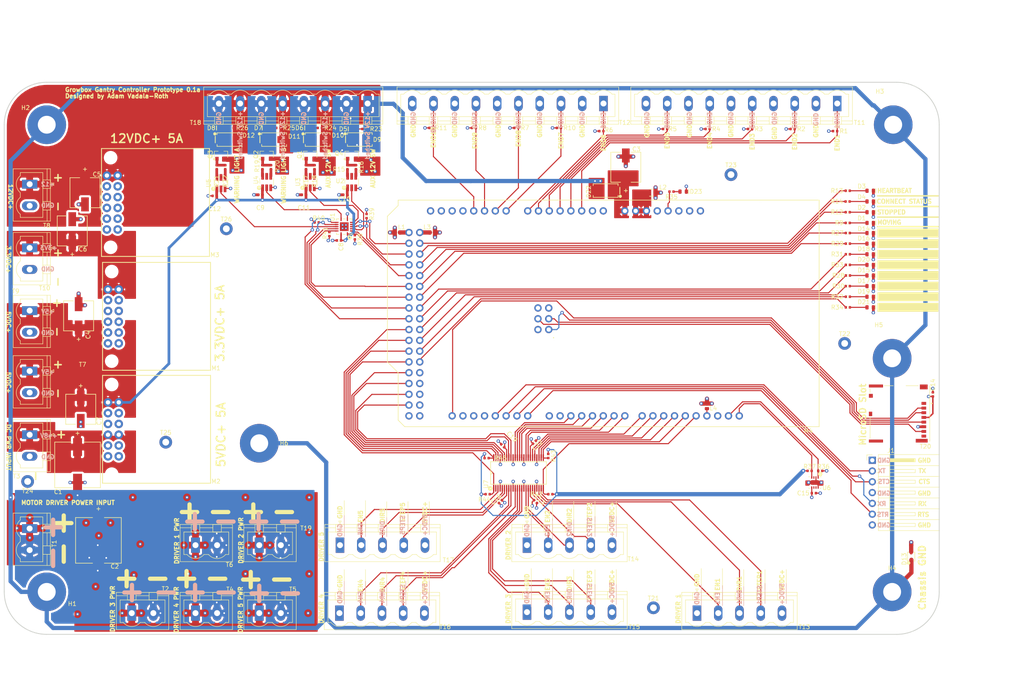
<source format=kicad_pcb>
(kicad_pcb (version 20171130) (host pcbnew 5.1.5+dfsg1-2build2)
  (layers (0 F.Cu signal) (1 In1_GND.Cu power hide) (2 In2_PWR.Cu power hide) (31 B.Cu signal) (34 B.Paste user) (35 F.Paste user) (36 B.SilkS user) (37 F.SilkS user) (38 B.Mask user) (39 F.Mask user) (44 Edge.Cuts user))
  (net 0 "")
  (net 1 GND)
  (net 2 +5V)
  (net 3 +12V)
  (net 4 +3V3)
  (net 5 "Net-(D1-Pad1)")
  (net 6 "Net-(D2-Pad1)")
  (net 7 "Net-(D3-Pad1)")
  (net 8 "Net-(D4-Pad1)")
  (net 9 +48V)
  (net 10 "Net-(M1-Pad11)")
  (net 11 "Net-(M1-Pad9)")
  (net 12 "Net-(M1-Pad12)")
  (net 13 "Net-(M1-Pad10)")
  (net 14 "Net-(M2-Pad11)")
  (net 15 "Net-(M2-Pad9)")
  (net 16 "Net-(M2-Pad12)")
  (net 17 "Net-(M2-Pad10)")
  (net 18 "Net-(M3-Pad11)")
  (net 19 "Net-(M3-Pad9)")
  (net 20 "Net-(M3-Pad12)")
  (net 21 "Net-(M3-Pad10)")
  (net 22 Earth)
  (net 23 "Net-(D5-Pad2)")
  (net 24 "Net-(D5-Pad1)")
  (net 25 "Net-(D10-Pad1)")
  (net 26 "Net-(D6-Pad1)")
  (net 27 "Net-(D11-Pad1)")
  (net 28 "Net-(D7-Pad1)")
  (net 29 "Net-(D12-Pad1)")
  (net 30 "Net-(D8-Pad1)")
  (net 31 "Net-(Q1-Pad1)")
  (net 32 "Net-(Q2-Pad1)")
  (net 33 "Net-(Q3-Pad1)")
  (net 34 "Net-(R15-Pad1)")
  (net 35 "Net-(R16-Pad1)")
  (net 36 "Net-(R17-Pad1)")
  (net 37 "Net-(R18-Pad1)")
  (net 38 "Net-(R19-Pad1)")
  (net 39 "Net-(R20-Pad1)")
  (net 40 "Net-(R21-Pad1)")
  (net 41 "Net-(R22-Pad1)")
  (net 42 "Net-(U1-Pad11)")
  (net 43 "Net-(U1-Pad8)")
  (net 44 "Net-(U1-Pad6)")
  (net 45 "Net-(U1-Pad3)")
  (net 46 "Net-(U2-Pad5)")
  (net 47 "Net-(U3-Pad5)")
  (net 48 "Net-(U4-Pad5)")
  (net 49 "Net-(U5-Pad5)")
  (net 50 "Net-(C2-Pad1)")
  (net 51 "Net-(U7-Pad2)")
  (net 52 "Net-(Q4-Pad1)")
  (net 53 "Net-(D14-Pad1)")
  (net 54 "Net-(D15-Pad1)")
  (net 55 "Net-(D16-Pad1)")
  (net 56 "Net-(D17-Pad1)")
  (net 57 "Net-(D18-Pad1)")
  (net 58 "Net-(D19-Pad1)")
  (net 59 "Net-(D20-Pad1)")
  (net 60 "Net-(D21-Pad1)")
  (net 61 "Net-(M4-PadMISO)")
  (net 62 "Net-(M4-PadD52)")
  (net 63 "Net-(M4-PadD50)")
  (net 64 "Net-(M4-PadD48)")
  (net 65 "Net-(M4-PadD46)")
  (net 66 "Net-(M4-PadD44)")
  (net 67 "Net-(M4-PadD42)")
  (net 68 "Net-(M4-PadD40)")
  (net 69 "Net-(M4-PadD38)")
  (net 70 "Net-(M4-PadD37)")
  (net 71 "Net-(M4-PadD36)")
  (net 72 "Net-(M4-PadD35)")
  (net 73 "Net-(M4-PadD34)")
  (net 74 "Net-(M4-PadD33)")
  (net 75 "Net-(M4-PadD32)")
  (net 76 "Net-(M4-PadD31)")
  (net 77 "Net-(M4-PadD30)")
  (net 78 "Net-(M4-PadD29)")
  (net 79 "Net-(M4-PadD28)")
  (net 80 "Net-(M4-PadD27)")
  (net 81 "Net-(M4-PadD26)")
  (net 82 "Net-(M4-PadD25)")
  (net 83 "Net-(M4-PadD24)")
  (net 84 "Net-(M4-PadD23)")
  (net 85 "Net-(M4-PadD22)")
  (net 86 "Net-(M4-Pad5V4)")
  (net 87 "Net-(M4-Pad5V3)")
  (net 88 "Net-(M4-PadCANT)")
  (net 89 "Net-(M4-PadCANR)")
  (net 90 "Net-(M4-PadDAC1)")
  (net 91 "Net-(M4-PadDAC0)")
  (net 92 "Net-(M4-PadA1)")
  (net 93 "Net-(M4-PadD11)")
  (net 94 "Net-(M4-PadD12)")
  (net 95 "Net-(M4-PadD13)")
  (net 96 "Net-(M4-PadAREF)")
  (net 97 "Net-(M4-PadSDA1)")
  (net 98 "Net-(M4-PadSCL1)")
  (net 99 "Net-(M4-PadD10)")
  (net 100 "Net-(M4-PadD9)")
  (net 101 "Net-(M4-PadD8)")
  (net 102 "Net-(M4-PadD7)")
  (net 103 "Net-(M4-PadD6)")
  (net 104 "Net-(M4-PadD5)")
  (net 105 "Net-(M4-PadD4)")
  (net 106 "Net-(M4-PadD3)")
  (net 107 "Net-(M4-PadD2)")
  (net 108 "Net-(M4-PadD1)")
  (net 109 "Net-(M4-PadD0)")
  (net 110 "Net-(M4-PadD18)")
  (net 111 "Net-(M4-PadD19)")
  (net 112 "Net-(M4-PadD20)")
  (net 113 "Net-(M4-PadD21)")
  (net 114 "Net-(M4-PadIORF)")
  (net 115 "Net-(M4-PadRST1)")
  (net 116 "Net-(M4-Pad3V3)")
  (net 117 "Net-(M4-Pad5V1)")
  (net 118 "Net-(M4-PadA0)")
  (net 119 "Net-(M4-Pad5V2)")
  (net 120 "Net-(M4-PadSCK)")
  (net 121 "Net-(M4-PadMOSI)")
  (net 122 "Net-(M4-PadGND4)")
  (net 123 "Net-(M4-PadRST2)")
  (net 124 "Net-(C3-Pad1)")
  (net 125 "Net-(L1-Pad1)")
  (net 126 "Net-(L2-Pad2)")
  (net 127 "Net-(L3-Pad1)")
  (net 128 "Net-(L4-Pad1)")
  (net 129 "Net-(D23-Pad1)")
  (net 130 "Net-(T20-Pad8)")
  (net 131 "Net-(T20-Pad1)")
  (net 132 "Net-(U6-Pad7)")
  (net 133 "Net-(U6-Pad6)")
  (net 134 "Net-(U6-Pad3)")
  (net 135 "/Arduino DUE Connections/UART_RTS")
  (net 136 "/Arduino DUE Connections/UART_RX")
  (net 137 "/Arduino DUE Connections/UART_CTS")
  (net 138 "/Arduino DUE Connections/UART_TX")
  (net 139 "/Arduino DUE Connections/FET2_DRV")
  (net 140 "/Arduino DUE Connections/FET_2OE")
  (net 141 "/Arduino DUE Connections/FET1_DRV")
  (net 142 "/Arduino DUE Connections/FET_1OE")
  (net 143 "/Arduino DUE Connections/FET_4OE")
  (net 144 "/Arduino DUE Connections/FET4_DRV")
  (net 145 "/Arduino DUE Connections/FET_3OE")
  (net 146 "/Arduino DUE Connections/FET3_DRV")
  (net 147 "/Arduino DUE Connections/END10")
  (net 148 "/Arduino DUE Connections/END9")
  (net 149 "/Arduino DUE Connections/END8")
  (net 150 "/Arduino DUE Connections/END7")
  (net 151 "/Arduino DUE Connections/END6")
  (net 152 "/Arduino DUE Connections/END5")
  (net 153 "/Arduino DUE Connections/END4")
  (net 154 "/Arduino DUE Connections/END3")
  (net 155 "/Arduino DUE Connections/END2")
  (net 156 "/Arduino DUE Connections/END1")
  (net 157 "/Arduino DUE Connections/DRV1_EN")
  (net 158 "/Arduino DUE Connections/DRV1_DIR")
  (net 159 "/Arduino DUE Connections/DRV1_STEP")
  (net 160 "/Arduino DUE Connections/DRV2_EN")
  (net 161 "/Arduino DUE Connections/DRV2_DIR")
  (net 162 "/Arduino DUE Connections/DRV2_STEP")
  (net 163 "/Arduino DUE Connections/DRV3_EN")
  (net 164 "/Arduino DUE Connections/DRV3_DIR")
  (net 165 "/Arduino DUE Connections/DRV3_STEP")
  (net 166 "/Arduino DUE Connections/DRV4_EN")
  (net 167 "/Arduino DUE Connections/DRV4_DIR")
  (net 168 "/Arduino DUE Connections/DRV4_STEP")
  (net 169 "/Arduino DUE Connections/DRV5_EN")
  (net 170 "/Arduino DUE Connections/DRV5_DIR")
  (net 171 "/Arduino DUE Connections/DRV5_STEP")
  (module AVR-KiCAD-Lib-Resistors:R0402 (layer F.Cu) (at 153.5 123.5 180)
    (fp_text reference R45 (at -3.302 0) (layer F.SilkS))
    (fp_text value RC0402FR-071KL)
    (pad 1 smd roundrect (at -0.483 0 180) (size 0.559 0.61) (layers F.Cu F.Paste F.Mask) (net 72 "Net-(M4-PadD35)"))
    (pad 2 smd roundrect (at 0.483 0 180) (size 0.559 0.61) (layers F.Cu F.Paste F.Mask) (net 4 +3V3))
  )
  (module AVR-KiCAD-Lib-Resistors:R0402 (layer F.Cu) (at 153.75 132 180)
    (fp_text reference R44 (at 0.75 -1.25) (layer F.SilkS))
    (fp_text value RC0402FR-071KL)
    (pad 1 smd roundrect (at -0.483 0 180) (size 0.559 0.61) (layers F.Cu F.Paste F.Mask) (net 70 "Net-(M4-PadD37)"))
    (pad 2 smd roundrect (at 0.483 0 180) (size 0.559 0.61) (layers F.Cu F.Paste F.Mask) (net 4 +3V3))
  )
  (module AVR-KiCAD-Lib-Resistors:R0402 (layer F.Cu) (at 168 123 90)
    (fp_text reference R43 (at 0 1.25 90) (layer F.SilkS))
    (fp_text value RC0402FR-071KL)
    (pad 1 smd roundrect (at -0.483 0 90) (size 0.559 0.61) (layers F.Cu F.Paste F.Mask) (net 94 "Net-(M4-PadD12)"))
    (pad 2 smd roundrect (at 0.483 0 90) (size 0.559 0.61) (layers F.Cu F.Paste F.Mask) (net 4 +3V3))
  )
  (module AVR-KiCAD-Lib-Resistors:R0402 (layer F.Cu) (at 168.5 132)
    (fp_text reference R42 (at -3.302 0) (layer F.SilkS))
    (fp_text value RC0402FR-071KL)
    (pad 1 smd roundrect (at -0.483 0) (size 0.559 0.61) (layers F.Cu F.Paste F.Mask) (net 95 "Net-(M4-PadD13)"))
    (pad 2 smd roundrect (at 0.483 0) (size 0.559 0.61) (layers F.Cu F.Paste F.Mask) (net 4 +3V3))
  )
  (module AVR-KiCAD-Lib-Resistors:R0402 (layer F.Cu) (at 116.5 70.75 270)
    (fp_text reference R41 (at -0.25 1 90) (layer F.SilkS))
    (fp_text value RC0402FR-071KL)
    (pad 1 smd roundrect (at -0.483 0 270) (size 0.559 0.61) (layers F.Cu F.Paste F.Mask) (net 143 "/Arduino DUE Connections/FET_4OE"))
    (pad 2 smd roundrect (at 0.483 0 270) (size 0.559 0.61) (layers F.Cu F.Paste F.Mask) (net 4 +3V3))
  )
  (module AVR-KiCAD-Lib-Resistors:R0402 (layer F.Cu) (at 113.517 68 180)
    (fp_text reference R40 (at -0.483 1) (layer F.SilkS))
    (fp_text value RC0402FR-071KL)
    (pad 1 smd roundrect (at -0.483 0 180) (size 0.559 0.61) (layers F.Cu F.Paste F.Mask) (net 145 "/Arduino DUE Connections/FET_3OE"))
    (pad 2 smd roundrect (at 0.483 0 180) (size 0.559 0.61) (layers F.Cu F.Paste F.Mask) (net 4 +3V3))
  )
  (module AVR-KiCAD-Lib-Resistors:R0402 (layer F.Cu) (at 125.25 66.5 90)
    (fp_text reference R39 (at 0.5 1.25 90) (layer F.SilkS))
    (fp_text value RC0402FR-071KL)
    (pad 1 smd roundrect (at -0.483 0 90) (size 0.559 0.61) (layers F.Cu F.Paste F.Mask) (net 140 "/Arduino DUE Connections/FET_2OE"))
    (pad 2 smd roundrect (at 0.483 0 90) (size 0.559 0.61) (layers F.Cu F.Paste F.Mask) (net 4 +3V3))
  )
  (module AVR-KiCAD-Lib-Resistors:R0402 (layer F.Cu) (at 122.5 71.5 270)
    (fp_text reference R38 (at 0.5 -1.25 90) (layer F.SilkS))
    (fp_text value RC0402FR-071KL)
    (pad 1 smd roundrect (at -0.483 0 270) (size 0.559 0.61) (layers F.Cu F.Paste F.Mask) (net 142 "/Arduino DUE Connections/FET_1OE"))
    (pad 2 smd roundrect (at 0.483 0 270) (size 0.559 0.61) (layers F.Cu F.Paste F.Mask) (net 4 +3V3))
  )
  (module growbox-KiCAD-Connectors:5120 (layer F.Cu) (at 92.25 69.5)
    (fp_text reference T26 (at 0 -2.25) (layer F.SilkS))
    (fp_text value 5120 hide)
    (pad 1 thru_hole circle (at 0 0) (size 3 3) (drill 1.6) (layers *.Cu *.Mask) (net 1 GND))
  )
  (module growbox-KiCAD-Connectors:5120 (layer F.Cu) (at 78 119.75)
    (fp_text reference T25 (at 0 -2.25) (layer F.SilkS))
    (fp_text value 5120 hide)
    (pad 1 thru_hole circle (at 0 0) (size 3 3) (drill 1.6) (layers *.Cu *.Mask) (net 1 GND))
  )
  (module growbox-KiCAD-Connectors:5120 (layer F.Cu) (at 45.5 129)
    (fp_text reference T24 (at 0 2.25) (layer F.SilkS))
    (fp_text value 5120 hide)
    (pad 1 thru_hole circle (at 0 0) (size 3 3) (drill 1.6) (layers *.Cu *.Mask) (net 1 GND))
  )
  (module growbox-KiCAD-Connectors:5120 (layer F.Cu) (at 211 56.75)
    (fp_text reference T23 (at 0 -2.25) (layer F.SilkS))
    (fp_text value 5120 hide)
    (pad 1 thru_hole circle (at 0 0) (size 3 3) (drill 1.6) (layers *.Cu *.Mask) (net 1 GND))
  )
  (module growbox-KiCAD-Connectors:5120 (layer F.Cu) (at 237.75 96.5)
    (fp_text reference T22 (at 0 -2.25) (layer F.SilkS))
    (fp_text value 5120 hide)
    (pad 1 thru_hole circle (at 0 0) (size 3 3) (drill 1.6) (layers *.Cu *.Mask) (net 1 GND))
  )
  (module growbox-KiCAD-Connectors:5120 (layer F.Cu) (at 192.75 158.75)
    (fp_text reference T21 (at 0 -2.25) (layer F.SilkS))
    (fp_text value 5120 hide)
    (pad 1 thru_hole circle (at 0 0) (size 3 3) (drill 1.6) (layers *.Cu *.Mask) (net 1 GND))
  )
  (module growbox-KiCAD-Resistors:R0402 (layer F.Cu) (at 229.5 126.5)
    (fp_text reference R37 (at 0 -1) (layer F.SilkS))
    (fp_text value RC0402FR-074K7L)
    (pad 1 smd roundrect (at -0.483 0) (size 0.559 0.61) (layers F.Cu F.Paste F.Mask) (net 4 +3V3))
    (pad 2 smd roundrect (at 0.483 0) (size 0.559 0.61) (layers F.Cu F.Paste F.Mask) (net 98 "Net-(M4-PadSCL1)"))
  )
  (module growbox-KiCAD-Resistors:R0402 (layer F.Cu) (at 232 126.5 180)
    (fp_text reference R36 (at -0.75 1) (layer F.SilkS))
    (fp_text value RC0402FR-074K7L)
    (pad 1 smd roundrect (at -0.483 0 180) (size 0.559 0.61) (layers F.Cu F.Paste F.Mask) (net 4 +3V3))
    (pad 2 smd roundrect (at 0.483 0 180) (size 0.559 0.61) (layers F.Cu F.Paste F.Mask) (net 97 "Net-(M4-PadSDA1)"))
  )
  (module growbox-KiCAD-ICs:DFN8_SHT35 (layer F.Cu) (at 230.75 129.25 270)
    (fp_text reference U6 (at 1.25 -2.75 180) (layer F.SilkS))
    (fp_text value SHT35-DIS-B2.5KS)
    (pad 9 smd rect (at 0.275 0.45 270) (size 0.55 0.9) (layers F.Cu F.Paste F.Mask) (net 1 GND))
    (pad 9 smd rect (at 0.275 -0.45 270) (size 0.55 0.9) (layers F.Cu F.Paste F.Mask) (net 1 GND))
    (pad 9 smd rect (at -0.275 0.45 270) (size 0.55 0.9) (layers F.Cu F.Paste F.Mask) (net 1 GND))
    (pad 9 smd rect (at -0.275 -0.45 270) (size 0.55 0.9) (layers F.Cu F.Paste F.Mask) (net 1 GND))
    (pad 8 smd oval (at 1.175 -0.75) (size 0.25 0.65) (layers F.Cu F.Paste F.Mask) (net 1 GND))
    (pad 7 smd oval (at 1.175 -0.25) (size 0.25 0.65) (layers F.Cu F.Paste F.Mask) (net 132 "Net-(U6-Pad7)"))
    (pad 6 smd oval (at 1.175 0.25) (size 0.25 0.65) (layers F.Cu F.Paste F.Mask) (net 133 "Net-(U6-Pad6)"))
    (pad 5 smd oval (at 1.175 0.75) (size 0.25 0.65) (layers F.Cu F.Paste F.Mask) (net 4 +3V3))
    (pad 4 smd oval (at -1.175 0.75) (size 0.25 0.65) (layers F.Cu F.Paste F.Mask) (net 98 "Net-(M4-PadSCL1)"))
    (pad 3 smd oval (at -1.175 0.25) (size 0.25 0.65) (layers F.Cu F.Paste F.Mask) (net 134 "Net-(U6-Pad3)"))
    (pad 2 smd oval (at -1.175 -0.25) (size 0.25 0.65) (layers F.Cu F.Paste F.Mask) (net 1 GND))
    (pad 1 smd oval (at -1.175 -0.75) (size 0.25 0.65) (layers F.Cu F.Paste F.Mask) (net 97 "Net-(M4-PadSDA1)"))
  )
  (module growbox-KiCAD-Capacitors:C0402 (layer F.Cu) (at 230.5 131.75)
    (fp_text reference C15 (at -2.5 0) (layer F.SilkS))
    (fp_text value GRM155R71E104KE14J)
    (pad 2 smd roundrect (at 0.483 0) (size 0.559 0.61) (layers F.Cu F.Paste F.Mask) (net 1 GND))
    (pad 1 smd roundrect (at -0.483 0) (size 0.559 0.61) (layers F.Cu F.Paste F.Mask) (net 4 +3V3))
  )
  (module growbox-KiCAD-Connectors:MOLEX_503398-1892 (layer F.Cu) (at 250.75 113 270)
    (fp_text reference T20 (at 7.75 -6 180) (layer F.SilkS) (effects (font (size 1.000685 1.000685))))
    (fp_text value 5033981892)
    (pad 10 smd rect (at 0.095 6.915 270) (size 1.05 0.78) (layers F.Cu F.Paste F.Mask))
    (pad 9 smd rect (at -4.17 6.84 270) (size 0.9 0.93) (layers F.Cu F.Paste F.Mask))
    (pad P4 smd rect (at 6.48 5.64 270) (size 0.7 3.33) (layers F.Cu F.Paste F.Mask))
    (pad P3 smd rect (at -6.48 5.64 270) (size 0.7 3.33) (layers F.Cu F.Paste F.Mask))
    (pad P2 smd rect (at 6.4 -5.125 270) (size 0.86 2.8) (layers F.Cu F.Paste F.Mask))
    (pad P1 smd rect (at -6.26 -5.61 270) (size 1.14 1.83) (layers F.Cu F.Paste F.Mask))
    (pad 8 smd rect (at 5.32 -5.625 270) (size 0.7 1.1) (layers F.Cu F.Paste F.Mask) (net 130 "Net-(T20-Pad8)"))
    (pad 7 smd rect (at 4.22 -5.625 270) (size 0.7 1.1) (layers F.Cu F.Paste F.Mask) (net 121 "Net-(M4-PadMOSI)"))
    (pad 6 smd rect (at 3.12 -5.625 270) (size 0.7 1.1) (layers F.Cu F.Paste F.Mask) (net 1 GND))
    (pad 5 smd rect (at 2.02 -5.625 270) (size 0.7 1.1) (layers F.Cu F.Paste F.Mask) (net 120 "Net-(M4-PadSCK)"))
    (pad 4 smd rect (at 0.92 -5.625 270) (size 0.7 1.1) (layers F.Cu F.Paste F.Mask) (net 4 +3V3))
    (pad 3 smd rect (at -0.18 -5.625 270) (size 0.7 1.1) (layers F.Cu F.Paste F.Mask) (net 61 "Net-(M4-PadMISO)"))
    (pad 2 smd rect (at -1.28 -5.625 270) (size 0.7 1.1) (layers F.Cu F.Paste F.Mask) (net 113 "Net-(M4-PadD21)"))
    (pad 1 smd rect (at -2.38 -5.625 270) (size 0.7 1.1) (layers F.Cu F.Paste F.Mask) (net 131 "Net-(T20-Pad1)"))
  )
  (module growbox-KiCAD-Capacitors:C0402 (layer F.Cu) (at 258.5 108.5 90)
    (fp_text reference C14 (at 2.25 0 270) (layer F.SilkS))
    (fp_text value GRM155R71E104KE14J)
    (pad 2 smd roundrect (at 0.483 0 90) (size 0.559 0.61) (layers F.Cu F.Paste F.Mask) (net 1 GND))
    (pad 1 smd roundrect (at -0.483 0 90) (size 0.559 0.61) (layers F.Cu F.Paste F.Mask) (net 4 +3V3))
  )
  (module growbox-KiCAD-Special:Arduino_Due_Shield (layer F.Cu) (at 231.75 62.75 180)
    (fp_text reference M4 (at 2.54 -54.356) (layer F.SilkS))
    (fp_text value Arduino_DUE_Shield_TEMP)
    (fp_text user . (at 62.484 -32.004) (layer F.SilkS))
    (pad MISO thru_hole oval (at 63.627 -30.48 180) (size 1.7272 1.7272) (drill 1.016) (layers *.Cu *.Mask) (net 61 "Net-(M4-PadMISO)"))
    (pad GND6 thru_hole oval (at 96.52 -7.62 180) (size 1.7272 1.7272) (drill 1.016) (layers *.Cu *.Mask) (net 125 "Net-(L1-Pad1)"))
    (pad GND5 thru_hole oval (at 93.98 -7.62 180) (size 1.7272 1.7272) (drill 1.016) (layers *.Cu *.Mask) (net 127 "Net-(L3-Pad1)"))
    (pad D53 thru_hole oval (at 96.52 -10.16 180) (size 1.7272 1.7272) (drill 1.016) (layers *.Cu *.Mask) (net 139 "/Arduino DUE Connections/FET2_DRV"))
    (pad D52 thru_hole oval (at 93.98 -10.16 180) (size 1.7272 1.7272) (drill 1.016) (layers *.Cu *.Mask) (net 62 "Net-(M4-PadD52)"))
    (pad D51 thru_hole oval (at 96.52 -12.7 180) (size 1.7272 1.7272) (drill 1.016) (layers *.Cu *.Mask) (net 140 "/Arduino DUE Connections/FET_2OE"))
    (pad D50 thru_hole oval (at 93.98 -12.7 180) (size 1.7272 1.7272) (drill 1.016) (layers *.Cu *.Mask) (net 63 "Net-(M4-PadD50)"))
    (pad D49 thru_hole oval (at 96.52 -15.24 180) (size 1.7272 1.7272) (drill 1.016) (layers *.Cu *.Mask) (net 141 "/Arduino DUE Connections/FET1_DRV"))
    (pad D48 thru_hole oval (at 93.98 -15.24 180) (size 1.7272 1.7272) (drill 1.016) (layers *.Cu *.Mask) (net 64 "Net-(M4-PadD48)"))
    (pad D47 thru_hole oval (at 96.52 -17.78 180) (size 1.7272 1.7272) (drill 1.016) (layers *.Cu *.Mask) (net 142 "/Arduino DUE Connections/FET_1OE"))
    (pad D46 thru_hole oval (at 93.98 -17.78 180) (size 1.7272 1.7272) (drill 1.016) (layers *.Cu *.Mask) (net 65 "Net-(M4-PadD46)"))
    (pad D45 thru_hole oval (at 96.52 -20.32 180) (size 1.7272 1.7272) (drill 1.016) (layers *.Cu *.Mask) (net 143 "/Arduino DUE Connections/FET_4OE"))
    (pad D44 thru_hole oval (at 93.98 -20.32 180) (size 1.7272 1.7272) (drill 1.016) (layers *.Cu *.Mask) (net 66 "Net-(M4-PadD44)"))
    (pad D43 thru_hole oval (at 96.52 -22.86 180) (size 1.7272 1.7272) (drill 1.016) (layers *.Cu *.Mask) (net 144 "/Arduino DUE Connections/FET4_DRV"))
    (pad D42 thru_hole oval (at 93.98 -22.86 180) (size 1.7272 1.7272) (drill 1.016) (layers *.Cu *.Mask) (net 67 "Net-(M4-PadD42)"))
    (pad D41 thru_hole oval (at 96.52 -25.4 180) (size 1.7272 1.7272) (drill 1.016) (layers *.Cu *.Mask) (net 145 "/Arduino DUE Connections/FET_3OE"))
    (pad D40 thru_hole oval (at 93.98 -25.4 180) (size 1.7272 1.7272) (drill 1.016) (layers *.Cu *.Mask) (net 68 "Net-(M4-PadD40)"))
    (pad D39 thru_hole oval (at 96.52 -27.94 180) (size 1.7272 1.7272) (drill 1.016) (layers *.Cu *.Mask) (net 146 "/Arduino DUE Connections/FET3_DRV"))
    (pad D38 thru_hole oval (at 93.98 -27.94 180) (size 1.7272 1.7272) (drill 1.016) (layers *.Cu *.Mask) (net 69 "Net-(M4-PadD38)"))
    (pad D37 thru_hole oval (at 96.52 -30.48 180) (size 1.7272 1.7272) (drill 1.016) (layers *.Cu *.Mask) (net 70 "Net-(M4-PadD37)"))
    (pad D36 thru_hole oval (at 93.98 -30.48 180) (size 1.7272 1.7272) (drill 1.016) (layers *.Cu *.Mask) (net 71 "Net-(M4-PadD36)"))
    (pad D35 thru_hole oval (at 96.52 -33.02 180) (size 1.7272 1.7272) (drill 1.016) (layers *.Cu *.Mask) (net 72 "Net-(M4-PadD35)"))
    (pad D34 thru_hole oval (at 93.98 -33.02 180) (size 1.7272 1.7272) (drill 1.016) (layers *.Cu *.Mask) (net 73 "Net-(M4-PadD34)"))
    (pad D33 thru_hole oval (at 96.52 -35.56 180) (size 1.7272 1.7272) (drill 1.016) (layers *.Cu *.Mask) (net 74 "Net-(M4-PadD33)"))
    (pad D32 thru_hole oval (at 93.98 -35.56 180) (size 1.7272 1.7272) (drill 1.016) (layers *.Cu *.Mask) (net 75 "Net-(M4-PadD32)"))
    (pad D31 thru_hole oval (at 96.52 -38.1 180) (size 1.7272 1.7272) (drill 1.016) (layers *.Cu *.Mask) (net 76 "Net-(M4-PadD31)"))
    (pad D30 thru_hole oval (at 93.98 -38.1 180) (size 1.7272 1.7272) (drill 1.016) (layers *.Cu *.Mask) (net 77 "Net-(M4-PadD30)"))
    (pad D29 thru_hole oval (at 96.52 -40.64 180) (size 1.7272 1.7272) (drill 1.016) (layers *.Cu *.Mask) (net 78 "Net-(M4-PadD29)"))
    (pad D28 thru_hole oval (at 93.98 -40.64 180) (size 1.7272 1.7272) (drill 1.016) (layers *.Cu *.Mask) (net 79 "Net-(M4-PadD28)"))
    (pad D27 thru_hole oval (at 96.52 -43.18 180) (size 1.7272 1.7272) (drill 1.016) (layers *.Cu *.Mask) (net 80 "Net-(M4-PadD27)"))
    (pad D26 thru_hole oval (at 93.98 -43.18 180) (size 1.7272 1.7272) (drill 1.016) (layers *.Cu *.Mask) (net 81 "Net-(M4-PadD26)"))
    (pad D25 thru_hole oval (at 96.52 -45.72 180) (size 1.7272 1.7272) (drill 1.016) (layers *.Cu *.Mask) (net 82 "Net-(M4-PadD25)"))
    (pad D24 thru_hole oval (at 93.98 -45.72 180) (size 1.7272 1.7272) (drill 1.016) (layers *.Cu *.Mask) (net 83 "Net-(M4-PadD24)"))
    (pad D23 thru_hole oval (at 96.52 -48.26 180) (size 1.7272 1.7272) (drill 1.016) (layers *.Cu *.Mask) (net 84 "Net-(M4-PadD23)"))
    (pad D22 thru_hole oval (at 93.98 -48.26 180) (size 1.7272 1.7272) (drill 1.016) (layers *.Cu *.Mask) (net 85 "Net-(M4-PadD22)"))
    (pad 5V4 thru_hole oval (at 96.52 -50.8 180) (size 1.7272 1.7272) (drill 1.016) (layers *.Cu *.Mask) (net 86 "Net-(M4-Pad5V4)"))
    (pad 5V3 thru_hole oval (at 93.98 -50.8 180) (size 1.7272 1.7272) (drill 1.016) (layers *.Cu *.Mask) (net 87 "Net-(M4-Pad5V3)"))
    (pad CANT thru_hole oval (at 91.44 -2.54 180) (size 1.7272 1.7272) (drill 1.016) (layers *.Cu *.Mask) (net 88 "Net-(M4-PadCANT)"))
    (pad CANR thru_hole oval (at 88.9 -2.54 180) (size 1.7272 1.7272) (drill 1.016) (layers *.Cu *.Mask) (net 89 "Net-(M4-PadCANR)"))
    (pad DAC1 thru_hole oval (at 86.36 -2.54 180) (size 1.7272 1.7272) (drill 1.016) (layers *.Cu *.Mask) (net 90 "Net-(M4-PadDAC1)"))
    (pad DAC0 thru_hole oval (at 83.82 -2.54 180) (size 1.7272 1.7272) (drill 1.016) (layers *.Cu *.Mask) (net 91 "Net-(M4-PadDAC0)"))
    (pad A11 thru_hole oval (at 81.28 -2.54 180) (size 1.7272 1.7272) (drill 1.016) (layers *.Cu *.Mask) (net 147 "/Arduino DUE Connections/END10"))
    (pad A10 thru_hole oval (at 78.74 -2.54 180) (size 1.7272 1.7272) (drill 1.016) (layers *.Cu *.Mask) (net 148 "/Arduino DUE Connections/END9"))
    (pad A9 thru_hole oval (at 76.2 -2.54 180) (size 1.7272 1.7272) (drill 1.016) (layers *.Cu *.Mask) (net 149 "/Arduino DUE Connections/END8"))
    (pad A8 thru_hole oval (at 73.66 -2.54 180) (size 1.7272 1.7272) (drill 1.016) (layers *.Cu *.Mask) (net 150 "/Arduino DUE Connections/END7"))
    (pad A7 thru_hole oval (at 68.58 -2.54 180) (size 1.7272 1.7272) (drill 1.016) (layers *.Cu *.Mask) (net 151 "/Arduino DUE Connections/END6"))
    (pad A6 thru_hole oval (at 66.04 -2.54 180) (size 1.7272 1.7272) (drill 1.016) (layers *.Cu *.Mask) (net 152 "/Arduino DUE Connections/END5"))
    (pad A5 thru_hole oval (at 63.5 -2.54 180) (size 1.7272 1.7272) (drill 1.016) (layers *.Cu *.Mask) (net 153 "/Arduino DUE Connections/END4"))
    (pad A4 thru_hole oval (at 60.96 -2.54 180) (size 1.7272 1.7272) (drill 1.016) (layers *.Cu *.Mask) (net 154 "/Arduino DUE Connections/END3"))
    (pad A3 thru_hole oval (at 58.42 -2.54 180) (size 1.7272 1.7272) (drill 1.016) (layers *.Cu *.Mask) (net 155 "/Arduino DUE Connections/END2"))
    (pad A2 thru_hole oval (at 55.88 -2.54 180) (size 1.7272 1.7272) (drill 1.016) (layers *.Cu *.Mask) (net 156 "/Arduino DUE Connections/END1"))
    (pad A1 thru_hole oval (at 53.34 -2.54 180) (size 1.7272 1.7272) (drill 1.016) (layers *.Cu *.Mask) (net 92 "Net-(M4-PadA1)"))
    (pad "" thru_hole oval (at 27.94 -2.54 180) (size 1.7272 1.7272) (drill 1.016) (layers *.Cu *.Mask))
    (pad D11 thru_hole oval (at 34.036 -50.8 180) (size 1.7272 1.7272) (drill 1.016) (layers *.Cu *.Mask) (net 93 "Net-(M4-PadD11)"))
    (pad D12 thru_hole oval (at 31.496 -50.8 180) (size 1.7272 1.7272) (drill 1.016) (layers *.Cu *.Mask) (net 94 "Net-(M4-PadD12)"))
    (pad D13 thru_hole oval (at 28.956 -50.8 180) (size 1.7272 1.7272) (drill 1.016) (layers *.Cu *.Mask) (net 95 "Net-(M4-PadD13)"))
    (pad AREF thru_hole oval (at 23.876 -50.8 180) (size 1.7272 1.7272) (drill 1.016) (layers *.Cu *.Mask) (net 96 "Net-(M4-PadAREF)"))
    (pad SDA1 thru_hole oval (at 21.336 -50.8 180) (size 1.7272 1.7272) (drill 1.016) (layers *.Cu *.Mask) (net 97 "Net-(M4-PadSDA1)"))
    (pad SCL1 thru_hole oval (at 18.796 -50.8 180) (size 1.7272 1.7272) (drill 1.016) (layers *.Cu *.Mask) (net 98 "Net-(M4-PadSCL1)"))
    (pad "" np_thru_hole circle (at 13.97 -2.54 180) (size 3.2 3.2) (drill 3.2) (layers *.Cu *.Mask))
    (pad "" np_thru_hole circle (at 96.52 -2.54 180) (size 3.2 3.2) (drill 3.2) (layers *.Cu *.Mask))
    (pad "" np_thru_hole circle (at 15.24 -50.8 180) (size 3.2 3.2) (drill 3.2) (layers *.Cu *.Mask))
    (pad "" np_thru_hole circle (at 90.17 -50.8 180) (size 3.2 3.2) (drill 3.2) (layers *.Cu *.Mask))
    (pad "" np_thru_hole circle (at 66.04 -35.56 180) (size 3.2 3.2) (drill 3.2) (layers *.Cu *.Mask))
    (pad "" np_thru_hole circle (at 66.04 -7.62 180) (size 3.2 3.2) (drill 3.2) (layers *.Cu *.Mask))
    (pad D10 thru_hole oval (at 36.576 -50.8 180) (size 1.7272 1.7272) (drill 1.016) (layers *.Cu *.Mask) (net 99 "Net-(M4-PadD10)"))
    (pad D9 thru_hole oval (at 39.116 -50.8 180) (size 1.7272 1.7272) (drill 1.016) (layers *.Cu *.Mask) (net 100 "Net-(M4-PadD9)"))
    (pad D8 thru_hole oval (at 41.656 -50.8 180) (size 1.7272 1.7272) (drill 1.016) (layers *.Cu *.Mask) (net 101 "Net-(M4-PadD8)"))
    (pad GND1 thru_hole oval (at 26.416 -50.8 180) (size 1.7272 1.7272) (drill 1.016) (layers *.Cu *.Mask) (net 128 "Net-(L4-Pad1)"))
    (pad D7 thru_hole oval (at 45.72 -50.8 180) (size 1.7272 1.7272) (drill 1.016) (layers *.Cu *.Mask) (net 102 "Net-(M4-PadD7)"))
    (pad D6 thru_hole oval (at 48.26 -50.8 180) (size 1.7272 1.7272) (drill 1.016) (layers *.Cu *.Mask) (net 103 "Net-(M4-PadD6)"))
    (pad D5 thru_hole oval (at 50.8 -50.8 180) (size 1.7272 1.7272) (drill 1.016) (layers *.Cu *.Mask) (net 104 "Net-(M4-PadD5)"))
    (pad D4 thru_hole oval (at 53.34 -50.8 180) (size 1.7272 1.7272) (drill 1.016) (layers *.Cu *.Mask) (net 105 "Net-(M4-PadD4)"))
    (pad D3 thru_hole oval (at 55.88 -50.8 180) (size 1.7272 1.7272) (drill 1.016) (layers *.Cu *.Mask) (net 106 "Net-(M4-PadD3)"))
    (pad D2 thru_hole oval (at 58.42 -50.8 180) (size 1.7272 1.7272) (drill 1.016) (layers *.Cu *.Mask) (net 107 "Net-(M4-PadD2)"))
    (pad D1 thru_hole oval (at 60.96 -50.8 180) (size 1.7272 1.7272) (drill 1.016) (layers *.Cu *.Mask) (net 108 "Net-(M4-PadD1)"))
    (pad D0 thru_hole oval (at 63.5 -50.8 180) (size 1.7272 1.7272) (drill 1.016) (layers *.Cu *.Mask) (net 109 "Net-(M4-PadD0)"))
    (pad D14 thru_hole oval (at 68.58 -50.8 180) (size 1.7272 1.7272) (drill 1.016) (layers *.Cu *.Mask) (net 138 "/Arduino DUE Connections/UART_TX"))
    (pad D15 thru_hole oval (at 71.12 -50.8 180) (size 1.7272 1.7272) (drill 1.016) (layers *.Cu *.Mask) (net 136 "/Arduino DUE Connections/UART_RX"))
    (pad D16 thru_hole oval (at 73.66 -50.8 180) (size 1.7272 1.7272) (drill 1.016) (layers *.Cu *.Mask) (net 137 "/Arduino DUE Connections/UART_CTS"))
    (pad D17 thru_hole oval (at 76.2 -50.8 180) (size 1.7272 1.7272) (drill 1.016) (layers *.Cu *.Mask) (net 135 "/Arduino DUE Connections/UART_RTS"))
    (pad D18 thru_hole oval (at 78.74 -50.8 180) (size 1.7272 1.7272) (drill 1.016) (layers *.Cu *.Mask) (net 110 "Net-(M4-PadD18)"))
    (pad D19 thru_hole oval (at 81.28 -50.8 180) (size 1.7272 1.7272) (drill 1.016) (layers *.Cu *.Mask) (net 111 "Net-(M4-PadD19)"))
    (pad D20 thru_hole oval (at 83.82 -50.8 180) (size 1.7272 1.7272) (drill 1.016) (layers *.Cu *.Mask) (net 112 "Net-(M4-PadD20)"))
    (pad D21 thru_hole oval (at 86.36 -50.8 180) (size 1.7272 1.7272) (drill 1.016) (layers *.Cu *.Mask) (net 113 "Net-(M4-PadD21)"))
    (pad IORF thru_hole oval (at 30.48 -2.54 180) (size 1.7272 1.7272) (drill 1.016) (layers *.Cu *.Mask) (net 114 "Net-(M4-PadIORF)"))
    (pad RST1 thru_hole oval (at 33.02 -2.54 180) (size 1.7272 1.7272) (drill 1.016) (layers *.Cu *.Mask) (net 115 "Net-(M4-PadRST1)"))
    (pad 3V3 thru_hole oval (at 35.56 -2.54 180) (size 1.7272 1.7272) (drill 1.016) (layers *.Cu *.Mask) (net 116 "Net-(M4-Pad3V3)"))
    (pad 5V1 thru_hole oval (at 38.1 -2.54 180) (size 1.7272 1.7272) (drill 1.016) (layers *.Cu *.Mask) (net 117 "Net-(M4-Pad5V1)"))
    (pad GND2 thru_hole oval (at 40.64 -2.54 180) (size 1.7272 1.7272) (drill 1.016) (layers *.Cu *.Mask) (net 126 "Net-(L2-Pad2)"))
    (pad GND3 thru_hole oval (at 43.18 -2.54 180) (size 1.7272 1.7272) (drill 1.016) (layers *.Cu *.Mask) (net 126 "Net-(L2-Pad2)"))
    (pad VIN thru_hole oval (at 45.72 -2.54 180) (size 1.7272 1.7272) (drill 1.016) (layers *.Cu *.Mask) (net 124 "Net-(C3-Pad1)"))
    (pad A0 thru_hole oval (at 50.8 -2.54 180) (size 1.7272 1.7272) (drill 1.016) (layers *.Cu *.Mask) (net 118 "Net-(M4-PadA0)"))
    (pad 5V2 thru_hole oval (at 66.167 -30.48 180) (size 1.7272 1.7272) (drill 1.016) (layers *.Cu *.Mask) (net 119 "Net-(M4-Pad5V2)"))
    (pad SCK thru_hole oval (at 63.627 -27.94 180) (size 1.7272 1.7272) (drill 1.016) (layers *.Cu *.Mask) (net 120 "Net-(M4-PadSCK)"))
    (pad MOSI thru_hole oval (at 66.167 -27.94 180) (size 1.7272 1.7272) (drill 1.016) (layers *.Cu *.Mask) (net 121 "Net-(M4-PadMOSI)"))
    (pad GND4 thru_hole oval (at 66.167 -25.4 180) (size 1.7272 1.7272) (drill 1.016) (layers *.Cu *.Mask) (net 122 "Net-(M4-PadGND4)"))
    (pad RST2 thru_hole oval (at 63.627 -25.4 180) (size 1.7272 1.7272) (drill 1.016) (layers *.Cu *.Mask) (net 123 "Net-(M4-PadRST2)"))
  )
  (module AVR-KiCAD-Lib-Resistors:R0402 (layer F.Cu) (at 197 60.75 180)
    (fp_text reference R35 (at 0 -1.25) (layer F.SilkS))
    (fp_text value RC0402FR-071KL)
    (pad 1 smd roundrect (at -0.483 0 180) (size 0.559 0.61) (layers F.Cu F.Paste F.Mask) (net 129 "Net-(D23-Pad1)"))
    (pad 2 smd roundrect (at 0.483 0 180) (size 0.559 0.61) (layers F.Cu F.Paste F.Mask) (net 116 "Net-(M4-Pad3V3)"))
  )
  (module growbox-KiCAD-Diodes:LED0603 (layer F.Cu) (at 199.75 60.75)
    (fp_text reference D23 (at 3 0) (layer F.SilkS))
    (fp_text value LTST-C194KGKT)
    (pad 2 smd roundrect (at 0.75 0) (size 0.75 1) (layers F.Cu F.Paste F.Mask) (net 1 GND))
    (pad 1 smd roundrect (at -0.75 0) (size 0.75 1) (layers F.Cu F.Paste F.Mask) (net 129 "Net-(D23-Pad1)"))
  )
  (module growbox-KiCAD-Inductors:I0603 (layer F.Cu) (at 205.334 111.25 90)
    (fp_text reference L4 (at -0.5 1.5 180) (layer F.SilkS))
    (fp_text value MH1608-800Y)
    (pad 2 smd roundrect (at 0.6 0 90) (size 0.74 1) (layers F.Cu F.Paste F.Mask) (net 1 GND))
    (pad 1 smd roundrect (at -0.6 0 90) (size 0.74 1) (layers F.Cu F.Paste F.Mask) (net 128 "Net-(L4-Pad1)"))
  )
  (module growbox-KiCAD-Inductors:I0603 (layer F.Cu) (at 140.75 70.37)
    (fp_text reference L3 (at -1.25 -1.25) (layer F.SilkS))
    (fp_text value MH1608-800Y)
    (pad 2 smd roundrect (at 0.6 0) (size 0.74 1) (layers F.Cu F.Paste F.Mask) (net 1 GND))
    (pad 1 smd roundrect (at -0.6 0) (size 0.74 1) (layers F.Cu F.Paste F.Mask) (net 127 "Net-(L3-Pad1)"))
  )
  (module growbox-KiCAD-Inductors:MH2029-300Y (layer F.Cu) (at 192.234 61 180)
    (fp_text reference L2 (at -2.75 1.25) (layer F.SilkS))
    (fp_text value MH2029-300Y hide)
    (pad 2 smd rect (at 1.016 0 180) (size 1.016 1.016) (layers F.Cu F.Paste F.Mask) (net 126 "Net-(L2-Pad2)"))
    (pad 1 smd rect (at -1.016 0 180) (size 1.016 1.016) (layers F.Cu F.Paste F.Mask) (net 1 GND))
  )
  (module growbox-KiCAD-Inductors:I0603 (layer F.Cu) (at 132.5 70.37 180)
    (fp_text reference L1 (at -1 1.25) (layer F.SilkS))
    (fp_text value MH1608-800Y)
    (pad 2 smd roundrect (at 0.6 0 180) (size 0.74 1) (layers F.Cu F.Paste F.Mask) (net 1 GND))
    (pad 1 smd roundrect (at -0.6 0 180) (size 0.74 1) (layers F.Cu F.Paste F.Mask) (net 125 "Net-(L1-Pad1)"))
  )
  (module growbox-KiCAD-Diodes:B240A-13-F (layer F.Cu) (at 181.5 60.5 180)
    (fp_text reference D22 (at 4 -0.25 90) (layer F.SilkS))
    (fp_text value B240A-13-F hide)
    (pad 1 smd rect (at 1.8572 0 270) (size 1.63 2.1804) (layers F.Cu F.Paste F.Mask) (net 3 +12V))
    (pad 2 smd rect (at -1.8572 0 270) (size 1.63 2.1804) (layers F.Cu F.Paste F.Mask) (net 124 "Net-(C3-Pad1)"))
  )
  (module growbox-KiCAD-Capacitors:UWT1H470MCL1GS (layer F.Cu) (at 186.25 55 90)
    (fp_text reference C3 (at 4.25 2.5 180) (layer F.SilkS))
    (fp_text value UWT1H470MCL1GS)
    (pad 2 smd rect (at 2.7559 0 90) (size 3.302 1.8034) (layers F.Cu F.Paste F.Mask) (net 1 GND))
    (pad 1 smd rect (at -2.7559 0 90) (size 3.302 1.8034) (layers F.Cu F.Paste F.Mask) (net 124 "Net-(C3-Pad1)"))
  )
  (module Pin_Headers:Pin_Header_Angled_1x07_Pitch2.54mm (layer F.Cu) (at 244.25 124)
    (fp_text reference J1 (at 4.385 -2.27) (layer F.SilkS))
    (fp_text value Conn_01x07)
    (pad 1 thru_hole rect (at 0 0) (size 1.7 1.7) (drill 1) (layers *.Cu *.Mask) (net 1 GND))
    (pad 2 thru_hole oval (at 0 2.54) (size 1.7 1.7) (drill 1) (layers *.Cu *.Mask) (net 135 "/Arduino DUE Connections/UART_RTS"))
    (pad 3 thru_hole oval (at 0 5.08) (size 1.7 1.7) (drill 1) (layers *.Cu *.Mask) (net 136 "/Arduino DUE Connections/UART_RX"))
    (pad 4 thru_hole oval (at 0 7.62) (size 1.7 1.7) (drill 1) (layers *.Cu *.Mask) (net 1 GND))
    (pad 5 thru_hole oval (at 0 10.16) (size 1.7 1.7) (drill 1) (layers *.Cu *.Mask) (net 137 "/Arduino DUE Connections/UART_CTS"))
    (pad 6 thru_hole oval (at 0 12.7) (size 1.7 1.7) (drill 1) (layers *.Cu *.Mask) (net 138 "/Arduino DUE Connections/UART_TX"))
    (pad 7 thru_hole oval (at 0 15.24) (size 1.7 1.7) (drill 1) (layers *.Cu *.Mask) (net 1 GND))
  )
  (module AVR-KiCAD-Lib-Resistors:R0402 (layer F.Cu) (at 238.5 88)
    (fp_text reference R34 (at -2.5 0) (layer F.SilkS))
    (fp_text value RC0402FR-071KL)
    (pad 1 smd roundrect (at -0.483 0) (size 0.559 0.61) (layers F.Cu F.Paste F.Mask) (net 77 "Net-(M4-PadD30)"))
    (pad 2 smd roundrect (at 0.483 0) (size 0.559 0.61) (layers F.Cu F.Paste F.Mask) (net 60 "Net-(D21-Pad1)"))
  )
  (module AVR-KiCAD-Lib-Resistors:R0402 (layer F.Cu) (at 238.5 78)
    (fp_text reference R33 (at -2.5 0) (layer F.SilkS))
    (fp_text value RC0402FR-071KL)
    (pad 1 smd roundrect (at -0.483 0) (size 0.559 0.61) (layers F.Cu F.Paste F.Mask) (net 69 "Net-(M4-PadD38)"))
    (pad 2 smd roundrect (at 0.483 0) (size 0.559 0.61) (layers F.Cu F.Paste F.Mask) (net 59 "Net-(D20-Pad1)"))
  )
  (module AVR-KiCAD-Lib-Resistors:R0402 (layer F.Cu) (at 238.5 85.5)
    (fp_text reference R32 (at -2.5 0) (layer F.SilkS))
    (fp_text value RC0402FR-071KL)
    (pad 1 smd roundrect (at -0.483 0) (size 0.559 0.61) (layers F.Cu F.Paste F.Mask) (net 75 "Net-(M4-PadD32)"))
    (pad 2 smd roundrect (at 0.483 0) (size 0.559 0.61) (layers F.Cu F.Paste F.Mask) (net 58 "Net-(D19-Pad1)"))
  )
  (module AVR-KiCAD-Lib-Resistors:R0402 (layer F.Cu) (at 238.5 75.5)
    (fp_text reference R31 (at -2.5 0) (layer F.SilkS))
    (fp_text value RC0402FR-071KL)
    (pad 1 smd roundrect (at -0.483 0) (size 0.559 0.61) (layers F.Cu F.Paste F.Mask) (net 68 "Net-(M4-PadD40)"))
    (pad 2 smd roundrect (at 0.483 0) (size 0.559 0.61) (layers F.Cu F.Paste F.Mask) (net 57 "Net-(D18-Pad1)"))
  )
  (module AVR-KiCAD-Lib-Resistors:R0402 (layer F.Cu) (at 238.483 83)
    (fp_text reference R30 (at -2.233 0) (layer F.SilkS))
    (fp_text value RC0402FR-071KL)
    (pad 1 smd roundrect (at -0.483 0) (size 0.559 0.61) (layers F.Cu F.Paste F.Mask) (net 73 "Net-(M4-PadD34)"))
    (pad 2 smd roundrect (at 0.483 0) (size 0.559 0.61) (layers F.Cu F.Paste F.Mask) (net 56 "Net-(D17-Pad1)"))
  )
  (module AVR-KiCAD-Lib-Resistors:R0402 (layer F.Cu) (at 238.5 73)
    (fp_text reference R29 (at -2.5 0) (layer F.SilkS))
    (fp_text value RC0402FR-071KL)
    (pad 1 smd roundrect (at -0.483 0) (size 0.559 0.61) (layers F.Cu F.Paste F.Mask) (net 67 "Net-(M4-PadD42)"))
    (pad 2 smd roundrect (at 0.483 0) (size 0.559 0.61) (layers F.Cu F.Paste F.Mask) (net 55 "Net-(D16-Pad1)"))
  )
  (module AVR-KiCAD-Lib-Resistors:R0402 (layer F.Cu) (at 238.517 80.5)
    (fp_text reference R28 (at -2.267 0) (layer F.SilkS))
    (fp_text value RC0402FR-071KL)
    (pad 1 smd roundrect (at -0.483 0) (size 0.559 0.61) (layers F.Cu F.Paste F.Mask) (net 71 "Net-(M4-PadD36)"))
    (pad 2 smd roundrect (at 0.483 0) (size 0.559 0.61) (layers F.Cu F.Paste F.Mask) (net 54 "Net-(D15-Pad1)"))
  )
  (module AVR-KiCAD-Lib-Resistors:R0402 (layer F.Cu) (at 238.483 70.5)
    (fp_text reference R27 (at -2.483 0) (layer F.SilkS))
    (fp_text value RC0402FR-071KL)
    (pad 1 smd roundrect (at -0.483 0) (size 0.559 0.61) (layers F.Cu F.Paste F.Mask) (net 66 "Net-(M4-PadD44)"))
    (pad 2 smd roundrect (at 0.483 0) (size 0.559 0.61) (layers F.Cu F.Paste F.Mask) (net 53 "Net-(D14-Pad1)"))
  )
  (module growbox-KiCAD-Diodes:LED0603 (layer F.Cu) (at 243.75 88)
    (fp_text reference D21 (at -1.5 -1.25) (layer F.SilkS))
    (fp_text value LTST-C194TBKT)
    (pad 2 smd roundrect (at 0.75 0) (size 0.75 1) (layers F.Cu F.Paste F.Mask) (net 1 GND))
    (pad 1 smd roundrect (at -0.75 0) (size 0.75 1) (layers F.Cu F.Paste F.Mask) (net 60 "Net-(D21-Pad1)"))
  )
  (module growbox-KiCAD-Diodes:LED0603 (layer F.Cu) (at 243.75 78)
    (fp_text reference D20 (at -1.5 -1.25) (layer F.SilkS))
    (fp_text value LTST-C194TBKT)
    (pad 2 smd roundrect (at 0.75 0) (size 0.75 1) (layers F.Cu F.Paste F.Mask) (net 1 GND))
    (pad 1 smd roundrect (at -0.75 0) (size 0.75 1) (layers F.Cu F.Paste F.Mask) (net 59 "Net-(D20-Pad1)"))
  )
  (module growbox-KiCAD-Diodes:LED0603 (layer F.Cu) (at 243.75 85.5)
    (fp_text reference D19 (at -1.5 -1.25) (layer F.SilkS))
    (fp_text value LTST-C194TBKT)
    (pad 2 smd roundrect (at 0.75 0) (size 0.75 1) (layers F.Cu F.Paste F.Mask) (net 1 GND))
    (pad 1 smd roundrect (at -0.75 0) (size 0.75 1) (layers F.Cu F.Paste F.Mask) (net 58 "Net-(D19-Pad1)"))
  )
  (module growbox-KiCAD-Diodes:LED0603 (layer F.Cu) (at 243.75 75.5)
    (fp_text reference D18 (at -1.5 -1.25) (layer F.SilkS))
    (fp_text value LTST-C194TBKT)
    (pad 2 smd roundrect (at 0.75 0) (size 0.75 1) (layers F.Cu F.Paste F.Mask) (net 1 GND))
    (pad 1 smd roundrect (at -0.75 0) (size 0.75 1) (layers F.Cu F.Paste F.Mask) (net 57 "Net-(D18-Pad1)"))
  )
  (module growbox-KiCAD-Diodes:LED0603 (layer F.Cu) (at 243.75 83)
    (fp_text reference D17 (at -1.5 -1.25) (layer F.SilkS))
    (fp_text value LTST-C194TBKT)
    (pad 2 smd roundrect (at 0.75 0) (size 0.75 1) (layers F.Cu F.Paste F.Mask) (net 1 GND))
    (pad 1 smd roundrect (at -0.75 0) (size 0.75 1) (layers F.Cu F.Paste F.Mask) (net 56 "Net-(D17-Pad1)"))
  )
  (module growbox-KiCAD-Diodes:LED0603 (layer F.Cu) (at 243.75 73)
    (fp_text reference D16 (at -1.5 -1.25) (layer F.SilkS))
    (fp_text value LTST-C194TBKT)
    (pad 2 smd roundrect (at 0.75 0) (size 0.75 1) (layers F.Cu F.Paste F.Mask) (net 1 GND))
    (pad 1 smd roundrect (at -0.75 0) (size 0.75 1) (layers F.Cu F.Paste F.Mask) (net 55 "Net-(D16-Pad1)"))
  )
  (module growbox-KiCAD-Diodes:LED0603 (layer F.Cu) (at 243.75 80.5)
    (fp_text reference D15 (at -1.5 -1.25) (layer F.SilkS))
    (fp_text value LTST-C194TBKT)
    (pad 2 smd roundrect (at 0.75 0) (size 0.75 1) (layers F.Cu F.Paste F.Mask) (net 1 GND))
    (pad 1 smd roundrect (at -0.75 0) (size 0.75 1) (layers F.Cu F.Paste F.Mask) (net 54 "Net-(D15-Pad1)"))
  )
  (module growbox-KiCAD-Diodes:LED0603 (layer F.Cu) (at 243.75 70.5)
    (fp_text reference D14 (at -1.5 -1) (layer F.SilkS))
    (fp_text value LTST-C194TBKT)
    (pad 2 smd roundrect (at 0.75 0) (size 0.75 1) (layers F.Cu F.Paste F.Mask) (net 1 GND))
    (pad 1 smd roundrect (at -0.75 0) (size 0.75 1) (layers F.Cu F.Paste F.Mask) (net 53 "Net-(D14-Pad1)"))
  )
  (module growbox-KiCAD-Diodes:BAT20JFILM (layer F.Cu) (at 253.4 146.7 90)
    (fp_text reference D13 (at -0.55 -1.65 90) (layer F.SilkS))
    (fp_text value BAT20JFILM hide)
    (pad 2 smd rect (at 1.1176 0 90) (size 1.1684 0.4826) (layers F.Cu F.Paste F.Mask) (net 1 GND))
    (pad 1 smd rect (at -1.1176 0 90) (size 1.1684 0.4826) (layers F.Cu F.Paste F.Mask) (net 22 Earth))
  )
  (module growbox-KiCAD-Connectors:PhoenixContact_MSTBVA-G_05x5.00mm_Vertical (layer F.Cu) (at 119 144)
    (fp_text reference T17 (at 25.5 3.5) (layer F.SilkS))
    (fp_text value 1740369)
    (pad 1 thru_hole rect (at 0 0) (size 2 3.6) (drill 1.4) (layers *.Cu *.Mask) (net 1 GND))
    (pad 2 thru_hole oval (at 5 0) (size 2 3.6) (drill 1.4) (layers *.Cu *.Mask) (net 169 "/Arduino DUE Connections/DRV5_EN"))
    (pad 3 thru_hole oval (at 10 0) (size 2 3.6) (drill 1.4) (layers *.Cu *.Mask) (net 170 "/Arduino DUE Connections/DRV5_DIR"))
    (pad 4 thru_hole oval (at 15 0) (size 2 3.6) (drill 1.4) (layers *.Cu *.Mask) (net 171 "/Arduino DUE Connections/DRV5_STEP"))
    (pad 5 thru_hole oval (at 20 0) (size 2 3.6) (drill 1.4) (layers *.Cu *.Mask) (net 2 +5V))
  )
  (module growbox-KiCAD-Connectors:PhoenixContact_MSTBVA-G_05x5.00mm_Vertical (layer F.Cu) (at 118.872 160)
    (fp_text reference T16 (at 24.878 3.25) (layer F.SilkS))
    (fp_text value 1740369)
    (pad 1 thru_hole rect (at 0 0) (size 2 3.6) (drill 1.4) (layers *.Cu *.Mask) (net 1 GND))
    (pad 2 thru_hole oval (at 5 0) (size 2 3.6) (drill 1.4) (layers *.Cu *.Mask) (net 166 "/Arduino DUE Connections/DRV4_EN"))
    (pad 3 thru_hole oval (at 10 0) (size 2 3.6) (drill 1.4) (layers *.Cu *.Mask) (net 167 "/Arduino DUE Connections/DRV4_DIR"))
    (pad 4 thru_hole oval (at 15 0) (size 2 3.6) (drill 1.4) (layers *.Cu *.Mask) (net 168 "/Arduino DUE Connections/DRV4_STEP"))
    (pad 5 thru_hole oval (at 20 0) (size 2 3.6) (drill 1.4) (layers *.Cu *.Mask) (net 2 +5V))
  )
  (module growbox-KiCAD-Connectors:PhoenixContact_MSTBVA-G_05x5.00mm_Vertical (layer F.Cu) (at 163 159.766)
    (fp_text reference T15 (at 25.25 3.484) (layer F.SilkS))
    (fp_text value 1740369)
    (pad 1 thru_hole rect (at 0 0) (size 2 3.6) (drill 1.4) (layers *.Cu *.Mask) (net 1 GND))
    (pad 2 thru_hole oval (at 5 0) (size 2 3.6) (drill 1.4) (layers *.Cu *.Mask) (net 163 "/Arduino DUE Connections/DRV3_EN"))
    (pad 3 thru_hole oval (at 10 0) (size 2 3.6) (drill 1.4) (layers *.Cu *.Mask) (net 164 "/Arduino DUE Connections/DRV3_DIR"))
    (pad 4 thru_hole oval (at 15 0) (size 2 3.6) (drill 1.4) (layers *.Cu *.Mask) (net 165 "/Arduino DUE Connections/DRV3_STEP"))
    (pad 5 thru_hole oval (at 20 0) (size 2 3.6) (drill 1.4) (layers *.Cu *.Mask) (net 2 +5V))
  )
  (module growbox-KiCAD-Connectors:PhoenixContact_MSTBVA-G_05x5.00mm_Vertical (layer F.Cu) (at 163 144)
    (fp_text reference T14 (at 25 3.25) (layer F.SilkS))
    (fp_text value 1740369)
    (pad 1 thru_hole rect (at 0 0) (size 2 3.6) (drill 1.4) (layers *.Cu *.Mask) (net 1 GND))
    (pad 2 thru_hole oval (at 5 0) (size 2 3.6) (drill 1.4) (layers *.Cu *.Mask) (net 160 "/Arduino DUE Connections/DRV2_EN"))
    (pad 3 thru_hole oval (at 10 0) (size 2 3.6) (drill 1.4) (layers *.Cu *.Mask) (net 161 "/Arduino DUE Connections/DRV2_DIR"))
    (pad 4 thru_hole oval (at 15 0) (size 2 3.6) (drill 1.4) (layers *.Cu *.Mask) (net 162 "/Arduino DUE Connections/DRV2_STEP"))
    (pad 5 thru_hole oval (at 20 0) (size 2 3.6) (drill 1.4) (layers *.Cu *.Mask) (net 2 +5V))
  )
  (module growbox-KiCAD-Connectors:PhoenixContact_MSTBVA-G_05x5.00mm_Vertical (layer F.Cu) (at 203 160)
    (fp_text reference T13 (at 25.25 3.25) (layer F.SilkS))
    (fp_text value 1740369)
    (pad 1 thru_hole rect (at 0 0) (size 2 3.6) (drill 1.4) (layers *.Cu *.Mask) (net 1 GND))
    (pad 2 thru_hole oval (at 5 0) (size 2 3.6) (drill 1.4) (layers *.Cu *.Mask) (net 157 "/Arduino DUE Connections/DRV1_EN"))
    (pad 3 thru_hole oval (at 10 0) (size 2 3.6) (drill 1.4) (layers *.Cu *.Mask) (net 158 "/Arduino DUE Connections/DRV1_DIR"))
    (pad 4 thru_hole oval (at 15 0) (size 2 3.6) (drill 1.4) (layers *.Cu *.Mask) (net 159 "/Arduino DUE Connections/DRV1_STEP"))
    (pad 5 thru_hole oval (at 20 0) (size 2 3.6) (drill 1.4) (layers *.Cu *.Mask) (net 2 +5V))
  )
  (module growbox-KiCAD-Capacitors:UUX1J101MNL1GS (layer F.Cu) (at 62.166 142.875 270)
    (fp_text reference C2 (at 6.125 -3.834 180) (layer F.SilkS))
    (fp_text value UUX1J101MNL1GS)
    (pad 2 smd rect (at 4.2037 0 270) (size 4.2164 2.1082) (layers F.Cu F.Paste F.Mask) (net 1 GND))
    (pad 1 smd rect (at -4.2037 0 270) (size 4.2164 2.1082) (layers F.Cu F.Paste F.Mask) (net 50 "Net-(C2-Pad1)"))
  )
  (module growbox-KiCAD-Connectors:PhoenixContact_MSTBVA-G_02x5.08mm_Vertical (layer F.Cu) (at 100 144)
    (fp_text reference T19 (at 11 -4) (layer F.SilkS))
    (fp_text value 1755736)
    (pad 1 thru_hole rect (at 0 0) (size 2.08 3.6) (drill 1.4) (layers *.Cu *.Mask) (net 50 "Net-(C2-Pad1)"))
    (pad 2 thru_hole oval (at 5.08 0) (size 2.08 3.6) (drill 1.4) (layers *.Cu *.Mask) (net 1 GND))
  )
  (module growbox-KiCAD-ICs:74ACT16244DGGR (layer F.Cu) (at 161 127 90)
    (fp_text reference U7 (at -2.65 -7.65 90) (layer F.SilkS))
    (fp_text value 74ACT16244DGGR)
    (pad 48 smd oval (at 3.6195 -5.842 90) (size 1.651 0.3048) (layers F.Cu F.Paste F.Mask) (net 72 "Net-(M4-PadD35)"))
    (pad 47 smd oval (at 3.6195 -5.334 90) (size 1.651 0.3048) (layers F.Cu F.Paste F.Mask) (net 74 "Net-(M4-PadD33)"))
    (pad 46 smd oval (at 3.6195 -4.826 90) (size 1.651 0.3048) (layers F.Cu F.Paste F.Mask) (net 76 "Net-(M4-PadD31)"))
    (pad 45 smd oval (at 3.6195 -4.318 90) (size 1.651 0.3048) (layers F.Cu F.Paste F.Mask) (net 1 GND))
    (pad 44 smd oval (at 3.6195 -3.81 90) (size 1.651 0.3048) (layers F.Cu F.Paste F.Mask) (net 78 "Net-(M4-PadD29)"))
    (pad 43 smd oval (at 3.6195 -3.302 90) (size 1.651 0.3048) (layers F.Cu F.Paste F.Mask) (net 80 "Net-(M4-PadD27)"))
    (pad 42 smd oval (at 3.6195 -2.794 90) (size 1.651 0.3048) (layers F.Cu F.Paste F.Mask) (net 2 +5V))
    (pad 41 smd oval (at 3.6195 -2.286 90) (size 1.651 0.3048) (layers F.Cu F.Paste F.Mask) (net 82 "Net-(M4-PadD25)"))
    (pad 40 smd oval (at 3.6195 -1.778 90) (size 1.651 0.3048) (layers F.Cu F.Paste F.Mask) (net 84 "Net-(M4-PadD23)"))
    (pad 39 smd oval (at 3.6195 -1.27 90) (size 1.651 0.3048) (layers F.Cu F.Paste F.Mask) (net 1 GND))
    (pad 38 smd oval (at 3.6195 -0.762 90) (size 1.651 0.3048) (layers F.Cu F.Paste F.Mask) (net 107 "Net-(M4-PadD2)"))
    (pad 37 smd oval (at 3.6195 -0.254 90) (size 1.651 0.3048) (layers F.Cu F.Paste F.Mask) (net 106 "Net-(M4-PadD3)"))
    (pad 36 smd oval (at 3.6195 0.254 90) (size 1.651 0.3048) (layers F.Cu F.Paste F.Mask) (net 105 "Net-(M4-PadD4)"))
    (pad 35 smd oval (at 3.6195 0.762 90) (size 1.651 0.3048) (layers F.Cu F.Paste F.Mask) (net 104 "Net-(M4-PadD5)"))
    (pad 34 smd oval (at 3.6195 1.27 90) (size 1.651 0.3048) (layers F.Cu F.Paste F.Mask) (net 1 GND))
    (pad 33 smd oval (at 3.6195 1.778 90) (size 1.651 0.3048) (layers F.Cu F.Paste F.Mask) (net 103 "Net-(M4-PadD6)"))
    (pad 32 smd oval (at 3.6195 2.286 90) (size 1.651 0.3048) (layers F.Cu F.Paste F.Mask) (net 102 "Net-(M4-PadD7)"))
    (pad 31 smd oval (at 3.6195 2.794 90) (size 1.651 0.3048) (layers F.Cu F.Paste F.Mask) (net 2 +5V))
    (pad 30 smd oval (at 3.6195 3.302 90) (size 1.651 0.3048) (layers F.Cu F.Paste F.Mask) (net 101 "Net-(M4-PadD8)"))
    (pad 29 smd oval (at 3.6195 3.81 90) (size 1.651 0.3048) (layers F.Cu F.Paste F.Mask) (net 100 "Net-(M4-PadD9)"))
    (pad 28 smd oval (at 3.6195 4.318 90) (size 1.651 0.3048) (layers F.Cu F.Paste F.Mask) (net 1 GND))
    (pad 27 smd oval (at 3.6195 4.826 90) (size 1.651 0.3048) (layers F.Cu F.Paste F.Mask) (net 99 "Net-(M4-PadD10)"))
    (pad 26 smd oval (at 3.6195 5.334 90) (size 1.651 0.3048) (layers F.Cu F.Paste F.Mask) (net 93 "Net-(M4-PadD11)"))
    (pad 25 smd oval (at 3.6195 5.842 90) (size 1.651 0.3048) (layers F.Cu F.Paste F.Mask) (net 94 "Net-(M4-PadD12)"))
    (pad 24 smd oval (at -3.6195 5.842 90) (size 1.651 0.3048) (layers F.Cu F.Paste F.Mask) (net 95 "Net-(M4-PadD13)"))
    (pad 23 smd oval (at -3.6195 5.334 90) (size 1.651 0.3048) (layers F.Cu F.Paste F.Mask) (net 159 "/Arduino DUE Connections/DRV1_STEP"))
    (pad 22 smd oval (at -3.6195 4.826 90) (size 1.651 0.3048) (layers F.Cu F.Paste F.Mask) (net 158 "/Arduino DUE Connections/DRV1_DIR"))
    (pad 21 smd oval (at -3.6195 4.318 90) (size 1.651 0.3048) (layers F.Cu F.Paste F.Mask) (net 1 GND))
    (pad 20 smd oval (at -3.6195 3.81 90) (size 1.651 0.3048) (layers F.Cu F.Paste F.Mask) (net 157 "/Arduino DUE Connections/DRV1_EN"))
    (pad 19 smd oval (at -3.6195 3.302 90) (size 1.651 0.3048) (layers F.Cu F.Paste F.Mask) (net 162 "/Arduino DUE Connections/DRV2_STEP"))
    (pad 18 smd oval (at -3.6195 2.794 90) (size 1.651 0.3048) (layers F.Cu F.Paste F.Mask) (net 2 +5V))
    (pad 17 smd oval (at -3.6195 2.286 90) (size 1.651 0.3048) (layers F.Cu F.Paste F.Mask) (net 161 "/Arduino DUE Connections/DRV2_DIR"))
    (pad 16 smd oval (at -3.6195 1.778 90) (size 1.651 0.3048) (layers F.Cu F.Paste F.Mask) (net 160 "/Arduino DUE Connections/DRV2_EN"))
    (pad 15 smd oval (at -3.6195 1.27 90) (size 1.651 0.3048) (layers F.Cu F.Paste F.Mask) (net 1 GND))
    (pad 14 smd oval (at -3.6195 0.762 90) (size 1.651 0.3048) (layers F.Cu F.Paste F.Mask) (net 165 "/Arduino DUE Connections/DRV3_STEP"))
    (pad 13 smd oval (at -3.6195 0.254 90) (size 1.651 0.3048) (layers F.Cu F.Paste F.Mask) (net 164 "/Arduino DUE Connections/DRV3_DIR"))
    (pad 12 smd oval (at -3.6195 -0.254 90) (size 1.651 0.3048) (layers F.Cu F.Paste F.Mask) (net 163 "/Arduino DUE Connections/DRV3_EN"))
    (pad 11 smd oval (at -3.6195 -0.762 90) (size 1.651 0.3048) (layers F.Cu F.Paste F.Mask) (net 168 "/Arduino DUE Connections/DRV4_STEP"))
    (pad 10 smd oval (at -3.6195 -1.27 90) (size 1.651 0.3048) (layers F.Cu F.Paste F.Mask) (net 1 GND))
    (pad 9 smd oval (at -3.6195 -1.778 90) (size 1.651 0.3048) (layers F.Cu F.Paste F.Mask) (net 167 "/Arduino DUE Connections/DRV4_DIR"))
    (pad 8 smd oval (at -3.6195 -2.286 90) (size 1.651 0.3048) (layers F.Cu F.Paste F.Mask) (net 166 "/Arduino DUE Connections/DRV4_EN"))
    (pad 7 smd oval (at -3.6195 -2.794 90) (size 1.651 0.3048) (layers F.Cu F.Paste F.Mask) (net 2 +5V))
    (pad 6 smd oval (at -3.6195 -3.302 90) (size 1.651 0.3048) (layers F.Cu F.Paste F.Mask) (net 171 "/Arduino DUE Connections/DRV5_STEP"))
    (pad 5 smd oval (at -3.6195 -3.81 90) (size 1.651 0.3048) (layers F.Cu F.Paste F.Mask) (net 170 "/Arduino DUE Connections/DRV5_DIR"))
    (pad 4 smd oval (at -3.6195 -4.318 90) (size 1.651 0.3048) (layers F.Cu F.Paste F.Mask) (net 1 GND))
    (pad 3 smd oval (at -3.6195 -4.826 90) (size 1.651 0.3048) (layers F.Cu F.Paste F.Mask) (net 169 "/Arduino DUE Connections/DRV5_EN"))
    (pad 2 smd oval (at -3.6195 -5.334 90) (size 1.651 0.3048) (layers F.Cu F.Paste F.Mask) (net 51 "Net-(U7-Pad2)"))
    (pad 1 smd oval (at -3.6195 -5.842 90) (size 1.651 0.3048) (layers F.Cu F.Paste F.Mask) (net 70 "Net-(M4-PadD37)"))
  )
  (module growbox-KiCAD-ICs:SOT-23-6_Handsoldering (layer F.Cu) (at 91 58.75 90)
    (fp_text reference U5 (at 0 -2.9 90) (layer F.SilkS))
    (fp_text value ZXGD3009E6TA)
    (pad 5 smd rect (at 1.35 0 90) (size 1.56 0.65) (layers F.Cu F.Paste F.Mask) (net 49 "Net-(U5-Pad5)"))
    (pad 6 smd rect (at 1.35 -0.95 90) (size 1.56 0.65) (layers F.Cu F.Paste F.Mask) (net 40 "Net-(R21-Pad1)"))
    (pad 4 smd rect (at 1.35 0.95 90) (size 1.56 0.65) (layers F.Cu F.Paste F.Mask) (net 41 "Net-(R22-Pad1)"))
    (pad 3 smd rect (at -1.35 0.95 90) (size 1.56 0.65) (layers F.Cu F.Paste F.Mask) (net 1 GND))
    (pad 2 smd rect (at -1.35 0 90) (size 1.56 0.65) (layers F.Cu F.Paste F.Mask) (net 42 "Net-(U1-Pad11)"))
    (pad 1 smd rect (at -1.35 -0.95 90) (size 1.56 0.65) (layers F.Cu F.Paste F.Mask) (net 2 +5V))
  )
  (module growbox-KiCAD-ICs:SOT-23-6_Handsoldering (layer F.Cu) (at 101.75 58.5 90)
    (fp_text reference U4 (at 0.5 -2.5 90) (layer F.SilkS))
    (fp_text value ZXGD3009E6TA)
    (pad 5 smd rect (at 1.35 0 90) (size 1.56 0.65) (layers F.Cu F.Paste F.Mask) (net 48 "Net-(U4-Pad5)"))
    (pad 6 smd rect (at 1.35 -0.95 90) (size 1.56 0.65) (layers F.Cu F.Paste F.Mask) (net 38 "Net-(R19-Pad1)"))
    (pad 4 smd rect (at 1.35 0.95 90) (size 1.56 0.65) (layers F.Cu F.Paste F.Mask) (net 39 "Net-(R20-Pad1)"))
    (pad 3 smd rect (at -1.35 0.95 90) (size 1.56 0.65) (layers F.Cu F.Paste F.Mask) (net 1 GND))
    (pad 2 smd rect (at -1.35 0 90) (size 1.56 0.65) (layers F.Cu F.Paste F.Mask) (net 43 "Net-(U1-Pad8)"))
    (pad 1 smd rect (at -1.35 -0.95 90) (size 1.56 0.65) (layers F.Cu F.Paste F.Mask) (net 2 +5V))
  )
  (module growbox-KiCAD-ICs:SOT-23-6_Handsoldering (layer F.Cu) (at 112 58.5 90)
    (fp_text reference U3 (at 0 -2.9 90) (layer F.SilkS))
    (fp_text value ZXGD3009E6TA)
    (pad 5 smd rect (at 1.35 0 90) (size 1.56 0.65) (layers F.Cu F.Paste F.Mask) (net 47 "Net-(U3-Pad5)"))
    (pad 6 smd rect (at 1.35 -0.95 90) (size 1.56 0.65) (layers F.Cu F.Paste F.Mask) (net 36 "Net-(R17-Pad1)"))
    (pad 4 smd rect (at 1.35 0.95 90) (size 1.56 0.65) (layers F.Cu F.Paste F.Mask) (net 37 "Net-(R18-Pad1)"))
    (pad 3 smd rect (at -1.35 0.95 90) (size 1.56 0.65) (layers F.Cu F.Paste F.Mask) (net 1 GND))
    (pad 2 smd rect (at -1.35 0 90) (size 1.56 0.65) (layers F.Cu F.Paste F.Mask) (net 44 "Net-(U1-Pad6)"))
    (pad 1 smd rect (at -1.35 -0.95 90) (size 1.56 0.65) (layers F.Cu F.Paste F.Mask) (net 2 +5V))
  )
  (module growbox-KiCAD-ICs:SOT-23-6_Handsoldering (layer F.Cu) (at 121.75 58.5 90)
    (fp_text reference U2 (at 0.25 -2.75 180) (layer F.SilkS))
    (fp_text value ZXGD3009E6TA)
    (pad 5 smd rect (at 1.35 0 90) (size 1.56 0.65) (layers F.Cu F.Paste F.Mask) (net 46 "Net-(U2-Pad5)"))
    (pad 6 smd rect (at 1.35 -0.95 90) (size 1.56 0.65) (layers F.Cu F.Paste F.Mask) (net 34 "Net-(R15-Pad1)"))
    (pad 4 smd rect (at 1.35 0.95 90) (size 1.56 0.65) (layers F.Cu F.Paste F.Mask) (net 35 "Net-(R16-Pad1)"))
    (pad 3 smd rect (at -1.35 0.95 90) (size 1.56 0.65) (layers F.Cu F.Paste F.Mask) (net 1 GND))
    (pad 2 smd rect (at -1.35 0 90) (size 1.56 0.65) (layers F.Cu F.Paste F.Mask) (net 45 "Net-(U1-Pad3)"))
    (pad 1 smd rect (at -1.35 -0.95 90) (size 1.56 0.65) (layers F.Cu F.Paste F.Mask) (net 2 +5V))
  )
  (module growbox-KiCAD-ICs:SN74AHCT125RGYR (layer F.Cu) (at 120 69 180)
    (fp_text reference U1 (at 2.75 2.25 270) (layer F.SilkS))
    (fp_text value SN74AHCT125RGYR)
    (pad 1 smd rect (at -0.750001 -1.731 180) (size 0.28 0.85) (layers F.Cu F.Paste F.Mask) (net 142 "/Arduino DUE Connections/FET_1OE"))
    (pad 2 smd rect (at -1.769001 -1.000001 270) (size 0.28 0.85) (layers F.Cu F.Paste F.Mask) (net 141 "/Arduino DUE Connections/FET1_DRV"))
    (pad 3 smd rect (at -1.769001 -0.499999 270) (size 0.28 0.85) (layers F.Cu F.Paste F.Mask) (net 45 "Net-(U1-Pad3)"))
    (pad 4 smd rect (at -1.769001 0 270) (size 0.28 0.85) (layers F.Cu F.Paste F.Mask) (net 140 "/Arduino DUE Connections/FET_2OE"))
    (pad 5 smd rect (at -1.769001 0.499999 270) (size 0.28 0.85) (layers F.Cu F.Paste F.Mask) (net 139 "/Arduino DUE Connections/FET2_DRV"))
    (pad 6 smd rect (at -1.769001 1.000001 270) (size 0.28 0.85) (layers F.Cu F.Paste F.Mask) (net 44 "Net-(U1-Pad6)"))
    (pad 7 smd rect (at -0.750001 1.731 180) (size 0.28 0.85) (layers F.Cu F.Paste F.Mask) (net 1 GND))
    (pad 8 smd rect (at 0.750001 1.731 180) (size 0.28 0.85) (layers F.Cu F.Paste F.Mask) (net 43 "Net-(U1-Pad8)"))
    (pad 9 smd rect (at 1.769001 1.000001 270) (size 0.28 0.85) (layers F.Cu F.Paste F.Mask) (net 146 "/Arduino DUE Connections/FET3_DRV"))
    (pad 10 smd rect (at 1.769001 0.499999 270) (size 0.28 0.85) (layers F.Cu F.Paste F.Mask) (net 145 "/Arduino DUE Connections/FET_3OE"))
    (pad 11 smd rect (at 1.769001 0 270) (size 0.28 0.85) (layers F.Cu F.Paste F.Mask) (net 42 "Net-(U1-Pad11)"))
    (pad 12 smd rect (at 1.769001 -0.499999 270) (size 0.28 0.85) (layers F.Cu F.Paste F.Mask) (net 144 "/Arduino DUE Connections/FET4_DRV"))
    (pad 13 smd rect (at 1.769001 -1.000001 270) (size 0.28 0.85) (layers F.Cu F.Paste F.Mask) (net 143 "/Arduino DUE Connections/FET_4OE"))
    (pad 14 smd rect (at 0.750001 -1.731 180) (size 0.28 0.85) (layers F.Cu F.Paste F.Mask) (net 2 +5V))
    (pad 15 smd rect (at 0 0 180) (size 2.05 2.05) (layers F.Cu F.Paste F.Mask))
    (pad 15 thru_hole circle (at -0.3937 0.3937 180) (size 0.508 0.508) (drill 0.254) (layers *.Cu *.Mask))
    (pad 15 thru_hole circle (at -0.3937 -0.3937 180) (size 0.508 0.508) (drill 0.254) (layers *.Cu *.Mask))
    (pad 15 thru_hole circle (at 0.3937 0.3937 180) (size 0.508 0.508) (drill 0.254) (layers *.Cu *.Mask))
    (pad 15 thru_hole circle (at 0.3937 -0.3937 180) (size 0.508 0.508) (drill 0.254) (layers *.Cu *.Mask))
  )
  (module growbox-KiCAD-Connectors:PhoenixContact_MSTBVA-G_08x5.00mm_Vertical (layer F.Cu) (at 125.5 40.005 180)
    (fp_text reference T18 (at 40.5 -4.495) (layer F.SilkS))
    (fp_text value 1755574)
    (pad 1 thru_hole rect (at 0 0 180) (size 2 3.6) (drill 1.4) (layers *.Cu *.Mask) (net 3 +12V))
    (pad 2 thru_hole oval (at 5 0 180) (size 2 3.6) (drill 1.4) (layers *.Cu *.Mask) (net 23 "Net-(D5-Pad2)"))
    (pad 3 thru_hole oval (at 10 0 180) (size 2 3.6) (drill 1.4) (layers *.Cu *.Mask) (net 3 +12V))
    (pad 4 thru_hole oval (at 15 0 180) (size 2 3.6) (drill 1.4) (layers *.Cu *.Mask) (net 25 "Net-(D10-Pad1)"))
    (pad 5 thru_hole oval (at 20 0 180) (size 2 3.6) (drill 1.4) (layers *.Cu *.Mask) (net 3 +12V))
    (pad 6 thru_hole oval (at 25 0 180) (size 2 3.6) (drill 1.4) (layers *.Cu *.Mask) (net 27 "Net-(D11-Pad1)"))
    (pad 7 thru_hole oval (at 30 0 180) (size 2 3.6) (drill 1.4) (layers *.Cu *.Mask) (net 3 +12V))
    (pad 8 thru_hole oval (at 35 0 180) (size 2 3.6) (drill 1.4) (layers *.Cu *.Mask) (net 29 "Net-(D12-Pad1)"))
  )
  (module AVR-KiCAD-Lib-Resistors:R0402 (layer F.Cu) (at 93.5 45.75)
    (fp_text reference R26 (at 2.5 0) (layer F.SilkS))
    (fp_text value RC0402FR-071KL)
    (pad 2 smd roundrect (at 0.483 0) (size 0.559 0.61) (layers F.Cu F.Paste F.Mask) (net 3 +12V))
    (pad 1 smd roundrect (at -0.483 0) (size 0.559 0.61) (layers F.Cu F.Paste F.Mask) (net 30 "Net-(D8-Pad1)"))
  )
  (module AVR-KiCAD-Lib-Resistors:R0402 (layer F.Cu) (at 104.5 45.75)
    (fp_text reference R25 (at 2.5 0) (layer F.SilkS))
    (fp_text value RC0402FR-071KL)
    (pad 2 smd roundrect (at 0.483 0) (size 0.559 0.61) (layers F.Cu F.Paste F.Mask) (net 3 +12V))
    (pad 1 smd roundrect (at -0.483 0) (size 0.559 0.61) (layers F.Cu F.Paste F.Mask) (net 28 "Net-(D7-Pad1)"))
  )
  (module AVR-KiCAD-Lib-Resistors:R0402 (layer F.Cu) (at 114.25 45.75)
    (fp_text reference R24 (at 2.5 0) (layer F.SilkS))
    (fp_text value RC0402FR-071KL)
    (pad 2 smd roundrect (at 0.483 0) (size 0.559 0.61) (layers F.Cu F.Paste F.Mask) (net 3 +12V))
    (pad 1 smd roundrect (at -0.483 0) (size 0.559 0.61) (layers F.Cu F.Paste F.Mask) (net 26 "Net-(D6-Pad1)"))
  )
  (module AVR-KiCAD-Lib-Resistors:R0402 (layer F.Cu) (at 124.75 46)
    (fp_text reference R23 (at 2.75 0) (layer F.SilkS))
    (fp_text value RC0402FR-071KL)
    (pad 2 smd roundrect (at 0.483 0) (size 0.559 0.61) (layers F.Cu F.Paste F.Mask) (net 3 +12V))
    (pad 1 smd roundrect (at -0.483 0) (size 0.559 0.61) (layers F.Cu F.Paste F.Mask) (net 24 "Net-(D5-Pad1)"))
  )
  (module growbox-KiCAD-Resistors:R0402 (layer F.Cu) (at 92 55 90)
    (fp_text reference R22 (at -3.302 0 90) (layer F.SilkS))
    (fp_text value RC0402FR-0710RL)
    (pad 2 smd roundrect (at 0.483 0 90) (size 0.559 0.61) (layers F.Cu F.Paste F.Mask) (net 33 "Net-(Q3-Pad1)"))
    (pad 1 smd roundrect (at -0.483 0 90) (size 0.559 0.61) (layers F.Cu F.Paste F.Mask) (net 41 "Net-(R22-Pad1)"))
  )
  (module growbox-KiCAD-Resistors:R0402 (layer F.Cu) (at 90 55 90)
    (fp_text reference R21 (at -3.302 0 90) (layer F.SilkS))
    (fp_text value RC0402FR-0710RL)
    (pad 2 smd roundrect (at 0.483 0 90) (size 0.559 0.61) (layers F.Cu F.Paste F.Mask) (net 33 "Net-(Q3-Pad1)"))
    (pad 1 smd roundrect (at -0.483 0 90) (size 0.559 0.61) (layers F.Cu F.Paste F.Mask) (net 40 "Net-(R21-Pad1)"))
  )
  (module growbox-KiCAD-Resistors:R0402 (layer F.Cu) (at 102.75 55 90)
    (fp_text reference R20 (at 0.25 1.5 90) (layer F.SilkS))
    (fp_text value RC0402FR-0710RL)
    (pad 2 smd roundrect (at 0.483 0 90) (size 0.559 0.61) (layers F.Cu F.Paste F.Mask) (net 32 "Net-(Q2-Pad1)"))
    (pad 1 smd roundrect (at -0.483 0 90) (size 0.559 0.61) (layers F.Cu F.Paste F.Mask) (net 39 "Net-(R20-Pad1)"))
  )
  (module growbox-KiCAD-Resistors:R0402 (layer F.Cu) (at 100.75 55 90)
    (fp_text reference R19 (at 0.25 -1.25 90) (layer F.SilkS))
    (fp_text value RC0402FR-0710RL)
    (pad 2 smd roundrect (at 0.483 0 90) (size 0.559 0.61) (layers F.Cu F.Paste F.Mask) (net 32 "Net-(Q2-Pad1)"))
    (pad 1 smd roundrect (at -0.483 0 90) (size 0.559 0.61) (layers F.Cu F.Paste F.Mask) (net 38 "Net-(R19-Pad1)"))
  )
  (module growbox-KiCAD-Resistors:R0402 (layer F.Cu) (at 113 55 90)
    (fp_text reference R18 (at -3.302 0 90) (layer F.SilkS))
    (fp_text value RC0402FR-0710RL)
    (pad 2 smd roundrect (at 0.483 0 90) (size 0.559 0.61) (layers F.Cu F.Paste F.Mask) (net 31 "Net-(Q1-Pad1)"))
    (pad 1 smd roundrect (at -0.483 0 90) (size 0.559 0.61) (layers F.Cu F.Paste F.Mask) (net 37 "Net-(R18-Pad1)"))
  )
  (module growbox-KiCAD-Resistors:R0402 (layer F.Cu) (at 111 55 90)
    (fp_text reference R17 (at -3.302 0 90) (layer F.SilkS))
    (fp_text value RC0402FR-0710RL)
    (pad 2 smd roundrect (at 0.483 0 90) (size 0.559 0.61) (layers F.Cu F.Paste F.Mask) (net 31 "Net-(Q1-Pad1)"))
    (pad 1 smd roundrect (at -0.483 0 90) (size 0.559 0.61) (layers F.Cu F.Paste F.Mask) (net 36 "Net-(R17-Pad1)"))
  )
  (module growbox-KiCAD-Resistors:R0402 (layer F.Cu) (at 122.75 55 90)
    (fp_text reference R16 (at 0 1.25 270) (layer F.SilkS))
    (fp_text value RC0402FR-0710RL)
    (pad 2 smd roundrect (at 0.483 0 90) (size 0.559 0.61) (layers F.Cu F.Paste F.Mask) (net 52 "Net-(Q4-Pad1)"))
    (pad 1 smd roundrect (at -0.483 0 90) (size 0.559 0.61) (layers F.Cu F.Paste F.Mask) (net 35 "Net-(R16-Pad1)"))
  )
  (module growbox-KiCAD-Resistors:R0402 (layer F.Cu) (at 120.75 55 90)
    (fp_text reference R15 (at -0.5 -2 180) (layer F.SilkS))
    (fp_text value RC0402FR-0710RL hide)
    (pad 2 smd roundrect (at 0.483 0 90) (size 0.559 0.61) (layers F.Cu F.Paste F.Mask) (net 52 "Net-(Q4-Pad1)"))
    (pad 1 smd roundrect (at -0.483 0 90) (size 0.559 0.61) (layers F.Cu F.Paste F.Mask) (net 34 "Net-(R15-Pad1)"))
  )
  (module growbox-KiCAD-Transistors:SOT-23 (layer F.Cu) (at 121.75 52 90)
    (fp_text reference Q4 (at 0.25 -3 180) (layer F.SilkS))
    (fp_text value IRLML6346TRPBF)
    (pad 3 smd rect (at 1 0 90) (size 0.9 0.8) (layers F.Cu F.Paste F.Mask) (net 23 "Net-(D5-Pad2)"))
    (pad 2 smd rect (at -1 0.95 90) (size 0.9 0.8) (layers F.Cu F.Paste F.Mask) (net 1 GND))
    (pad 1 smd rect (at -1 -0.95 90) (size 0.9 0.8) (layers F.Cu F.Paste F.Mask) (net 52 "Net-(Q4-Pad1)"))
  )
  (module growbox-KiCAD-Transistors:SOT-23 (layer F.Cu) (at 91 52 90)
    (fp_text reference Q3 (at 0 -2.5 90) (layer F.SilkS))
    (fp_text value IRLML6346TRPBF)
    (pad 3 smd rect (at 1 0 90) (size 0.9 0.8) (layers F.Cu F.Paste F.Mask) (net 29 "Net-(D12-Pad1)"))
    (pad 2 smd rect (at -1 0.95 90) (size 0.9 0.8) (layers F.Cu F.Paste F.Mask) (net 1 GND))
    (pad 1 smd rect (at -1 -0.95 90) (size 0.9 0.8) (layers F.Cu F.Paste F.Mask) (net 33 "Net-(Q3-Pad1)"))
  )
  (module growbox-KiCAD-Transistors:SOT-23 (layer F.Cu) (at 101.75 52 90)
    (fp_text reference Q2 (at 0 -2.5 90) (layer F.SilkS))
    (fp_text value IRLML6346TRPBF)
    (pad 3 smd rect (at 1 0 90) (size 0.9 0.8) (layers F.Cu F.Paste F.Mask) (net 27 "Net-(D11-Pad1)"))
    (pad 2 smd rect (at -1 0.95 90) (size 0.9 0.8) (layers F.Cu F.Paste F.Mask) (net 1 GND))
    (pad 1 smd rect (at -1 -0.95 90) (size 0.9 0.8) (layers F.Cu F.Paste F.Mask) (net 32 "Net-(Q2-Pad1)"))
  )
  (module growbox-KiCAD-Transistors:SOT-23 (layer F.Cu) (at 112 52 90)
    (fp_text reference Q1 (at 0 -2.5 90) (layer F.SilkS))
    (fp_text value IRLML6346TRPBF)
    (pad 3 smd rect (at 1 0 90) (size 0.9 0.8) (layers F.Cu F.Paste F.Mask) (net 25 "Net-(D10-Pad1)"))
    (pad 2 smd rect (at -1 0.95 90) (size 0.9 0.8) (layers F.Cu F.Paste F.Mask) (net 1 GND))
    (pad 1 smd rect (at -1 -0.95 90) (size 0.9 0.8) (layers F.Cu F.Paste F.Mask) (net 31 "Net-(Q1-Pad1)"))
  )
  (module growbox-KiCAD-Diodes:B240A-13-F (layer F.Cu) (at 93 48.5)
    (fp_text reference D12 (at 4.5 -1) (layer F.SilkS))
    (fp_text value B240A-13-F hide)
    (pad 1 smd rect (at -1.8572 0 90) (size 1.63 2.1804) (layers F.Cu F.Paste F.Mask) (net 29 "Net-(D12-Pad1)"))
    (pad 2 smd rect (at 1.8572 0 90) (size 1.63 2.1804) (layers F.Cu F.Paste F.Mask) (net 3 +12V))
  )
  (module growbox-KiCAD-Diodes:B240A-13-F (layer F.Cu) (at 103.5 48.5)
    (fp_text reference D11 (at 4.75 -0.75) (layer F.SilkS))
    (fp_text value B240A-13-F hide)
    (pad 1 smd rect (at -1.8572 0 90) (size 1.63 2.1804) (layers F.Cu F.Paste F.Mask) (net 27 "Net-(D11-Pad1)"))
    (pad 2 smd rect (at 1.8572 0 90) (size 1.63 2.1804) (layers F.Cu F.Paste F.Mask) (net 3 +12V))
  )
  (module growbox-KiCAD-Diodes:B240A-13-F (layer F.Cu) (at 113.75 48.5)
    (fp_text reference D10 (at 4.75 -1) (layer F.SilkS))
    (fp_text value B240A-13-F hide)
    (pad 1 smd rect (at -1.8572 0 90) (size 1.63 2.1804) (layers F.Cu F.Paste F.Mask) (net 25 "Net-(D10-Pad1)"))
    (pad 2 smd rect (at 1.8572 0 90) (size 1.63 2.1804) (layers F.Cu F.Paste F.Mask) (net 3 +12V))
  )
  (module growbox-KiCAD-Diodes:B240A-13-F (layer F.Cu) (at 123.665 48.483)
    (fp_text reference D9 (at 4.085 0.017) (layer F.SilkS))
    (fp_text value B240A-13-F hide)
    (pad 1 smd rect (at -1.8572 0 90) (size 1.63 2.1804) (layers F.Cu F.Paste F.Mask) (net 23 "Net-(D5-Pad2)"))
    (pad 2 smd rect (at 1.8572 0 90) (size 1.63 2.1804) (layers F.Cu F.Paste F.Mask) (net 3 +12V))
  )
  (module growbox-KiCAD-Diodes:LED0603 (layer F.Cu) (at 91.25 45.75 180)
    (fp_text reference D8 (at 2.546782 0) (layer F.SilkS))
    (fp_text value LTST-C194TBKT)
    (pad 1 smd roundrect (at -0.75 0 180) (size 0.75 1) (layers F.Cu F.Paste F.Mask) (net 30 "Net-(D8-Pad1)"))
    (pad 2 smd roundrect (at 0.75 0 180) (size 0.75 1) (layers F.Cu F.Paste F.Mask) (net 29 "Net-(D12-Pad1)"))
  )
  (module growbox-KiCAD-Diodes:LED0603 (layer F.Cu) (at 102 45.75 180)
    (fp_text reference D7 (at 2.25 0) (layer F.SilkS))
    (fp_text value LTST-C194TBKT)
    (pad 1 smd roundrect (at -0.75 0 180) (size 0.75 1) (layers F.Cu F.Paste F.Mask) (net 28 "Net-(D7-Pad1)"))
    (pad 2 smd roundrect (at 0.75 0 180) (size 0.75 1) (layers F.Cu F.Paste F.Mask) (net 27 "Net-(D11-Pad1)"))
  )
  (module growbox-KiCAD-Diodes:LED0603 (layer F.Cu) (at 112 45.75 180)
    (fp_text reference D6 (at 2.546782 0) (layer F.SilkS))
    (fp_text value LTST-C194TBKT)
    (pad 1 smd roundrect (at -0.75 0 180) (size 0.75 1) (layers F.Cu F.Paste F.Mask) (net 26 "Net-(D6-Pad1)"))
    (pad 2 smd roundrect (at 0.75 0 180) (size 0.75 1) (layers F.Cu F.Paste F.Mask) (net 25 "Net-(D10-Pad1)"))
  )
  (module growbox-KiCAD-Diodes:LED0603 (layer F.Cu) (at 122.25 46 180)
    (fp_text reference D5 (at 2.5 0) (layer F.SilkS))
    (fp_text value LTST-C194TBKT)
    (pad 1 smd roundrect (at -0.75 0 180) (size 0.75 1) (layers F.Cu F.Paste F.Mask) (net 24 "Net-(D5-Pad1)"))
    (pad 2 smd roundrect (at 0.75 0 180) (size 0.75 1) (layers F.Cu F.Paste F.Mask) (net 23 "Net-(D5-Pad2)"))
  )
  (module growbox-KiCAD-Capacitors:C0402 (layer F.Cu) (at 164.75 119.75 45)
    (fp_text reference C22 (at 0 1.06066 45) (layer F.SilkS))
    (fp_text value GRM155R71E104KE14J)
    (pad 2 smd roundrect (at 0.483 0 45) (size 0.559 0.61) (layers F.Cu F.Paste F.Mask) (net 1 GND))
    (pad 1 smd roundrect (at -0.483 0 45) (size 0.559 0.61) (layers F.Cu F.Paste F.Mask) (net 2 +5V))
  )
  (module growbox-KiCAD-Capacitors:C0402 (layer F.Cu) (at 157.3 120.6 135)
    (fp_text reference C19 (at 0 3.048 135) (layer F.SilkS))
    (fp_text value GRM155R71E104KE14J)
    (pad 2 smd roundrect (at 0.483 0 135) (size 0.559 0.61) (layers F.Cu F.Paste F.Mask) (net 1 GND))
    (pad 1 smd roundrect (at -0.483 0 135) (size 0.559 0.61) (layers F.Cu F.Paste F.Mask) (net 2 +5V))
  )
  (module growbox-KiCAD-Capacitors:C0402 (layer F.Cu) (at 156.75 133.75 225)
    (fp_text reference C16 (at 0.353553 1.06066 45) (layer F.SilkS))
    (fp_text value GRM155R71E104KE14J)
    (pad 2 smd roundrect (at 0.483 0 225) (size 0.559 0.61) (layers F.Cu F.Paste F.Mask) (net 1 GND))
    (pad 1 smd roundrect (at -0.483 0 225) (size 0.559 0.61) (layers F.Cu F.Paste F.Mask) (net 2 +5V))
  )
  (module growbox-KiCAD-Capacitors:C0402 (layer F.Cu) (at 165 133.75 315)
    (fp_text reference C13 (at 0.353553 -1.06066 135) (layer F.SilkS))
    (fp_text value GRM155R71E104KE14J)
    (pad 2 smd roundrect (at 0.483 0 315) (size 0.559 0.61) (layers F.Cu F.Paste F.Mask) (net 1 GND))
    (pad 1 smd roundrect (at -0.483 0 315) (size 0.559 0.61) (layers F.Cu F.Paste F.Mask) (net 2 +5V))
  )
  (module growbox-KiCAD-Capacitors:C0402 (layer F.Cu) (at 89.5 61.75)
    (fp_text reference C12 (at 0 3.048) (layer F.SilkS))
    (fp_text value GRM155R71E104KE14J)
    (pad 1 smd roundrect (at -0.483 0) (size 0.559 0.61) (layers F.Cu F.Paste F.Mask) (net 1 GND))
    (pad 2 smd roundrect (at 0.483 0) (size 0.559 0.61) (layers F.Cu F.Paste F.Mask) (net 2 +5V))
  )
  (module growbox-KiCAD-Capacitors:C0402 (layer F.Cu) (at 110.5 61.5)
    (fp_text reference C11 (at 0 3.048) (layer F.SilkS))
    (fp_text value GRM155R71E104KE14J)
    (pad 1 smd roundrect (at -0.483 0) (size 0.559 0.61) (layers F.Cu F.Paste F.Mask) (net 1 GND))
    (pad 2 smd roundrect (at 0.483 0) (size 0.559 0.61) (layers F.Cu F.Paste F.Mask) (net 2 +5V))
  )
  (module growbox-KiCAD-Capacitors:C0402 (layer F.Cu) (at 120.233 61.5)
    (fp_text reference C10 (at -0.233 1) (layer F.SilkS))
    (fp_text value GRM155R71E104KE14J)
    (pad 1 smd roundrect (at -0.483 0) (size 0.559 0.61) (layers F.Cu F.Paste F.Mask) (net 1 GND))
    (pad 2 smd roundrect (at 0.483 0) (size 0.559 0.61) (layers F.Cu F.Paste F.Mask) (net 2 +5V))
  )
  (module growbox-KiCAD-Capacitors:C0402 (layer F.Cu) (at 100.267 61.5)
    (fp_text reference C9 (at 0 3.048) (layer F.SilkS))
    (fp_text value GRM155R71E104KE14J)
    (pad 1 smd roundrect (at -0.483 0) (size 0.559 0.61) (layers F.Cu F.Paste F.Mask) (net 1 GND))
    (pad 2 smd roundrect (at 0.483 0) (size 0.559 0.61) (layers F.Cu F.Paste F.Mask) (net 2 +5V))
  )
  (module growbox-KiCAD-Capacitors:C0402 (layer F.Cu) (at 118.75 72.25 180)
    (fp_text reference C8 (at -0.5 -1.5 270) (layer F.SilkS))
    (fp_text value GRM155R71E104KE14J)
    (pad 1 smd roundrect (at -0.483 0 180) (size 0.559 0.61) (layers F.Cu F.Paste F.Mask) (net 2 +5V))
    (pad 2 smd roundrect (at 0.483 0 180) (size 0.559 0.61) (layers F.Cu F.Paste F.Mask) (net 1 GND))
  )
  (module growbox-KiCAD-Holes-PEMS-Standoffs:M4_HOLE (layer F.Cu) (at 100 120)
    (fp_text reference H6 (at 5.842 0) (layer F.SilkS))
    (fp_text value M4_PTH)
    (pad 1 thru_hole circle (at 0 0) (size 9.1 9.1) (drill 4.2) (layers *.Cu *.Mask) (net 22 Earth))
  )
  (module growbox-KiCAD-Holes-PEMS-Standoffs:M4_HOLE (layer F.Cu) (at 248.92 100)
    (fp_text reference H5 (at -3.15 -7.85) (layer F.SilkS))
    (fp_text value M4_PTH)
    (pad 1 thru_hole circle (at 0 0) (size 9.1 9.1) (drill 4.2) (layers *.Cu *.Mask) (net 22 Earth))
  )
  (module growbox-KiCAD-Holes-PEMS-Standoffs:M4_HOLE (layer F.Cu) (at 248.92 155)
    (fp_text reference H4 (at 0 -5.588) (layer F.SilkS))
    (fp_text value M4_PTH)
    (pad 1 thru_hole circle (at 0 0) (size 9.1 9.1) (drill 4.2) (layers *.Cu *.Mask) (net 22 Earth))
  )
  (module growbox-KiCAD-Holes-PEMS-Standoffs:M4_HOLE (layer F.Cu) (at 249.174 45)
    (fp_text reference H3 (at -3.15 -7.85) (layer F.SilkS))
    (fp_text value M4_PTH)
    (pad 1 thru_hole circle (at 0 0) (size 9.1 9.1) (drill 4.2) (layers *.Cu *.Mask) (net 22 Earth))
  )
  (module growbox-KiCAD-Holes-PEMS-Standoffs:M4_HOLE (layer F.Cu) (at 50 45)
    (fp_text reference H2 (at -5 -4) (layer F.SilkS))
    (fp_text value M4_PTH)
    (pad 1 thru_hole circle (at 0 0) (size 9.1 9.1) (drill 4.2) (layers *.Cu *.Mask) (net 22 Earth))
  )
  (module growbox-KiCAD-Holes-PEMS-Standoffs:M4_HOLE (layer F.Cu) (at 50 155)
    (fp_text reference H1 (at 6 2.8) (layer F.SilkS))
    (fp_text value M4_PTH)
    (pad 1 thru_hole circle (at 0 0) (size 9.1 9.1) (drill 4.2) (layers *.Cu *.Mask) (net 22 Earth))
  )
  (module growbox-KiCAD-Connectors:PhoenixContact_MSTBVA-G_10x5.00mm_Vertical (layer F.Cu) (at 181 40 180)
    (fp_text reference T12 (at -5 -4.5) (layer F.SilkS))
    (fp_text value 1755503)
    (pad 1 thru_hole rect (at 0 0 180) (size 2 3.6) (drill 1.4) (layers *.Cu *.Mask) (net 151 "/Arduino DUE Connections/END6"))
    (pad 2 thru_hole oval (at 5 0 180) (size 2 3.6) (drill 1.4) (layers *.Cu *.Mask) (net 1 GND))
    (pad 3 thru_hole oval (at 10 0 180) (size 2 3.6) (drill 1.4) (layers *.Cu *.Mask) (net 150 "/Arduino DUE Connections/END7"))
    (pad 4 thru_hole oval (at 15 0 180) (size 2 3.6) (drill 1.4) (layers *.Cu *.Mask) (net 1 GND))
    (pad 5 thru_hole oval (at 20 0 180) (size 2 3.6) (drill 1.4) (layers *.Cu *.Mask) (net 149 "/Arduino DUE Connections/END8"))
    (pad 6 thru_hole oval (at 25 0 180) (size 2 3.6) (drill 1.4) (layers *.Cu *.Mask) (net 1 GND))
    (pad 7 thru_hole oval (at 30 0 180) (size 2 3.6) (drill 1.4) (layers *.Cu *.Mask) (net 148 "/Arduino DUE Connections/END9"))
    (pad 8 thru_hole oval (at 35 0 180) (size 2 3.6) (drill 1.4) (layers *.Cu *.Mask) (net 1 GND))
    (pad 9 thru_hole oval (at 40 0 180) (size 2 3.6) (drill 1.4) (layers *.Cu *.Mask) (net 147 "/Arduino DUE Connections/END10"))
    (pad 10 thru_hole oval (at 45 0 180) (size 2 3.6) (drill 1.4) (layers *.Cu *.Mask) (net 1 GND))
  )
  (module growbox-KiCAD-Connectors:PhoenixContact_MSTBVA-G_10x5.00mm_Vertical (layer F.Cu) (at 236 40 180)
    (fp_text reference T11 (at -5.25 -4.5) (layer F.SilkS))
    (fp_text value 1755503)
    (pad 1 thru_hole rect (at 0 0 180) (size 2 3.6) (drill 1.4) (layers *.Cu *.Mask) (net 156 "/Arduino DUE Connections/END1"))
    (pad 2 thru_hole oval (at 5 0 180) (size 2 3.6) (drill 1.4) (layers *.Cu *.Mask) (net 1 GND))
    (pad 3 thru_hole oval (at 10 0 180) (size 2 3.6) (drill 1.4) (layers *.Cu *.Mask) (net 155 "/Arduino DUE Connections/END2"))
    (pad 4 thru_hole oval (at 15 0 180) (size 2 3.6) (drill 1.4) (layers *.Cu *.Mask) (net 1 GND))
    (pad 5 thru_hole oval (at 20 0 180) (size 2 3.6) (drill 1.4) (layers *.Cu *.Mask) (net 154 "/Arduino DUE Connections/END3"))
    (pad 6 thru_hole oval (at 25 0 180) (size 2 3.6) (drill 1.4) (layers *.Cu *.Mask) (net 1 GND))
    (pad 7 thru_hole oval (at 30 0 180) (size 2 3.6) (drill 1.4) (layers *.Cu *.Mask) (net 153 "/Arduino DUE Connections/END4"))
    (pad 8 thru_hole oval (at 35 0 180) (size 2 3.6) (drill 1.4) (layers *.Cu *.Mask) (net 1 GND))
    (pad 9 thru_hole oval (at 40 0 180) (size 2 3.6) (drill 1.4) (layers *.Cu *.Mask) (net 152 "/Arduino DUE Connections/END5"))
    (pad 10 thru_hole oval (at 45 0 180) (size 2 3.6) (drill 1.4) (layers *.Cu *.Mask) (net 1 GND))
  )
  (module growbox-KiCAD-Modules:D36V50Fx (layer F.Cu) (at 75.582 63.313 270)
    (fp_text reference M3 (at 12.332 -13.97 180) (layer F.SilkS))
    (fp_text value D36V50F12)
    (pad 5 thru_hole circle (at -1.27 8.89 270) (size 2 2) (drill 1.02) (layers *.Cu *.Mask) (net 1 GND))
    (pad 3 thru_hole circle (at -3.81 8.89 270) (size 2 2) (drill 1.02) (layers *.Cu *.Mask) (net 1 GND))
    (pad 1 thru_hole circle (at -6.35 8.89 270) (size 2 2) (drill 1.02) (layers *.Cu *.Mask) (net 3 +12V))
    (pad 7 thru_hole circle (at 1.27 8.89 270) (size 2 2) (drill 1.02) (layers *.Cu *.Mask) (net 9 +48V))
    (pad 11 thru_hole circle (at 6.35 8.89 270) (size 2 2) (drill 1.02) (layers *.Cu *.Mask) (net 18 "Net-(M3-Pad11)"))
    (pad 9 thru_hole circle (at 3.81 8.89 270) (size 2 2) (drill 1.02) (layers *.Cu *.Mask) (net 19 "Net-(M3-Pad9)"))
    (pad 2 thru_hole circle (at -6.35 11.43 270) (size 2 2) (drill 1.02) (layers *.Cu *.Mask) (net 3 +12V))
    (pad 12 thru_hole circle (at 6.35 11.43 270) (size 2 2) (drill 1.02) (layers *.Cu *.Mask) (net 20 "Net-(M3-Pad12)"))
    (pad 4 thru_hole circle (at -3.81 11.43 270) (size 2 2) (drill 1.02) (layers *.Cu *.Mask) (net 1 GND))
    (pad 10 thru_hole circle (at 3.81 11.43 270) (size 2 2) (drill 1.02) (layers *.Cu *.Mask) (net 21 "Net-(M3-Pad10)"))
    (pad 8 thru_hole circle (at 1.27 11.43 270) (size 2 2) (drill 1.02) (layers *.Cu *.Mask) (net 9 +48V))
    (pad 6 thru_hole circle (at -1.27 11.43 270) (size 2 2) (drill 1.02) (layers *.Cu *.Mask) (net 1 GND))
    (pad "" np_thru_hole circle (at -10.55 10.55 270) (size 2.18 2.18) (drill 2.18) (layers *.Cu *.Mask))
    (pad "" np_thru_hole circle (at 10.55 10.55 270) (size 2.18 2.18) (drill 2.18) (layers *.Cu *.Mask))
    (pad "" np_thru_hole circle (at 10.55 -10.55 270) (size 2.18 2.18) (drill 2.18) (layers *.Cu *.Mask))
  )
  (module growbox-KiCAD-Modules:D36V50Fx (layer F.Cu) (at 75.836 116.723 270)
    (fp_text reference M2 (at 12.262 -13.97 180) (layer F.SilkS))
    (fp_text value D36V50F5)
    (pad 5 thru_hole circle (at -1.27 8.89 270) (size 2 2) (drill 1.02) (layers *.Cu *.Mask) (net 1 GND))
    (pad 3 thru_hole circle (at -3.81 8.89 270) (size 2 2) (drill 1.02) (layers *.Cu *.Mask) (net 1 GND))
    (pad 1 thru_hole circle (at -6.35 8.89 270) (size 2 2) (drill 1.02) (layers *.Cu *.Mask) (net 2 +5V))
    (pad 7 thru_hole circle (at 1.27 8.89 270) (size 2 2) (drill 1.02) (layers *.Cu *.Mask) (net 9 +48V))
    (pad 11 thru_hole circle (at 6.35 8.89 270) (size 2 2) (drill 1.02) (layers *.Cu *.Mask) (net 14 "Net-(M2-Pad11)"))
    (pad 9 thru_hole circle (at 3.81 8.89 270) (size 2 2) (drill 1.02) (layers *.Cu *.Mask) (net 15 "Net-(M2-Pad9)"))
    (pad 2 thru_hole circle (at -6.35 11.43 270) (size 2 2) (drill 1.02) (layers *.Cu *.Mask) (net 2 +5V))
    (pad 12 thru_hole circle (at 6.35 11.43 270) (size 2 2) (drill 1.02) (layers *.Cu *.Mask) (net 16 "Net-(M2-Pad12)"))
    (pad 4 thru_hole circle (at -3.81 11.43 270) (size 2 2) (drill 1.02) (layers *.Cu *.Mask) (net 1 GND))
    (pad 10 thru_hole circle (at 3.81 11.43 270) (size 2 2) (drill 1.02) (layers *.Cu *.Mask) (net 17 "Net-(M2-Pad10)"))
    (pad 8 thru_hole circle (at 1.27 11.43 270) (size 2 2) (drill 1.02) (layers *.Cu *.Mask) (net 9 +48V))
    (pad 6 thru_hole circle (at -1.27 11.43 270) (size 2 2) (drill 1.02) (layers *.Cu *.Mask) (net 1 GND))
    (pad "" np_thru_hole circle (at -10.55 10.55 270) (size 2.18 2.18) (drill 2.18) (layers *.Cu *.Mask))
    (pad "" np_thru_hole circle (at 10.55 10.55 270) (size 2.18 2.18) (drill 2.18) (layers *.Cu *.Mask))
    (pad "" np_thru_hole circle (at 10.55 -10.55 270) (size 2.18 2.18) (drill 2.18) (layers *.Cu *.Mask))
  )
  (module growbox-KiCAD-Modules:D36V50Fx (layer F.Cu) (at 75.836 90.123 270)
    (fp_text reference M1 (at 12.192 -13.97 180) (layer F.SilkS))
    (fp_text value D36V50F3)
    (pad 5 thru_hole circle (at -1.27 8.89 270) (size 2 2) (drill 1.02) (layers *.Cu *.Mask) (net 1 GND))
    (pad 3 thru_hole circle (at -3.81 8.89 270) (size 2 2) (drill 1.02) (layers *.Cu *.Mask) (net 1 GND))
    (pad 1 thru_hole circle (at -6.35 8.89 270) (size 2 2) (drill 1.02) (layers *.Cu *.Mask) (net 4 +3V3))
    (pad 7 thru_hole circle (at 1.27 8.89 270) (size 2 2) (drill 1.02) (layers *.Cu *.Mask) (net 9 +48V))
    (pad 11 thru_hole circle (at 6.35 8.89 270) (size 2 2) (drill 1.02) (layers *.Cu *.Mask) (net 10 "Net-(M1-Pad11)"))
    (pad 9 thru_hole circle (at 3.81 8.89 270) (size 2 2) (drill 1.02) (layers *.Cu *.Mask) (net 11 "Net-(M1-Pad9)"))
    (pad 2 thru_hole circle (at -6.35 11.43 270) (size 2 2) (drill 1.02) (layers *.Cu *.Mask) (net 4 +3V3))
    (pad 12 thru_hole circle (at 6.35 11.43 270) (size 2 2) (drill 1.02) (layers *.Cu *.Mask) (net 12 "Net-(M1-Pad12)"))
    (pad 4 thru_hole circle (at -3.81 11.43 270) (size 2 2) (drill 1.02) (layers *.Cu *.Mask) (net 1 GND))
    (pad 10 thru_hole circle (at 3.81 11.43 270) (size 2 2) (drill 1.02) (layers *.Cu *.Mask) (net 13 "Net-(M1-Pad10)"))
    (pad 8 thru_hole circle (at 1.27 11.43 270) (size 2 2) (drill 1.02) (layers *.Cu *.Mask) (net 9 +48V))
    (pad 6 thru_hole circle (at -1.27 11.43 270) (size 2 2) (drill 1.02) (layers *.Cu *.Mask) (net 1 GND))
    (pad "" np_thru_hole circle (at -10.55 10.55 270) (size 2.18 2.18) (drill 2.18) (layers *.Cu *.Mask))
    (pad "" np_thru_hole circle (at 10.55 10.55 270) (size 2.18 2.18) (drill 2.18) (layers *.Cu *.Mask))
    (pad "" np_thru_hole circle (at 10.55 -10.55 270) (size 2.18 2.18) (drill 2.18) (layers *.Cu *.Mask))
  )
  (module growbox-KiCAD-Connectors:PhoenixContact_MSTBVA-G_02x5.08mm_Vertical (layer F.Cu) (at 45.982 74 270)
    (fp_text reference T10 (at 9.483 -3.518 180) (layer F.SilkS))
    (fp_text value 1755736)
    (pad 1 thru_hole rect (at 0 0 270) (size 2.08 3.6) (drill 1.4) (layers *.Cu *.Mask) (net 4 +3V3))
    (pad 2 thru_hole oval (at 5.08 0 270) (size 2.08 3.6) (drill 1.4) (layers *.Cu *.Mask) (net 1 GND))
  )
  (module growbox-KiCAD-Connectors:PhoenixContact_MSTBVA-G_02x5.08mm_Vertical (layer F.Cu) (at 45.982 88.773 270)
    (fp_text reference T9 (at -4.572 3.302 180) (layer F.SilkS))
    (fp_text value 1755736)
    (pad 1 thru_hole rect (at 0 0 270) (size 2.08 3.6) (drill 1.4) (layers *.Cu *.Mask) (net 2 +5V))
    (pad 2 thru_hole oval (at 5.08 0 270) (size 2.08 3.6) (drill 1.4) (layers *.Cu *.Mask) (net 1 GND))
  )
  (module growbox-KiCAD-Connectors:PhoenixContact_MSTBVA-G_02x5.08mm_Vertical (layer F.Cu) (at 45.982 59 270)
    (fp_text reference T8 (at 9.751 -4.014 180) (layer F.SilkS))
    (fp_text value 1755736)
    (pad 1 thru_hole rect (at 0 0 270) (size 2.08 3.6) (drill 1.4) (layers *.Cu *.Mask) (net 3 +12V))
    (pad 2 thru_hole oval (at 5.08 0 270) (size 2.08 3.6) (drill 1.4) (layers *.Cu *.Mask) (net 1 GND))
  )
  (module growbox-KiCAD-Connectors:PhoenixContact_MSTBVA-G_02x5.08mm_Vertical (layer F.Cu) (at 45.982 103 270)
    (fp_text reference T7 (at -1.524 -12.446 180) (layer F.SilkS))
    (fp_text value 1755736)
    (pad 1 thru_hole rect (at 0 0 270) (size 2.08 3.6) (drill 1.4) (layers *.Cu *.Mask) (net 2 +5V))
    (pad 2 thru_hole oval (at 5.08 0 270) (size 2.08 3.6) (drill 1.4) (layers *.Cu *.Mask) (net 1 GND))
  )
  (module growbox-KiCAD-Connectors:PhoenixContact_MSTBVA-G_02x5.08mm_Vertical (layer F.Cu) (at 85 144)
    (fp_text reference T6 (at 8 4.6) (layer F.SilkS))
    (fp_text value 1755736)
    (pad 1 thru_hole rect (at 0 0) (size 2.08 3.6) (drill 1.4) (layers *.Cu *.Mask) (net 50 "Net-(C2-Pad1)"))
    (pad 2 thru_hole oval (at 5.08 0) (size 2.08 3.6) (drill 1.4) (layers *.Cu *.Mask) (net 1 GND))
  )
  (module growbox-KiCAD-Connectors:PhoenixContact_MSTBVA-G_02x5.08mm_Vertical (layer F.Cu) (at 100 160)
    (fp_text reference T5 (at 7.9 -5.6) (layer F.SilkS))
    (fp_text value 1755736)
    (pad 1 thru_hole rect (at 0 0) (size 2.08 3.6) (drill 1.4) (layers *.Cu *.Mask) (net 50 "Net-(C2-Pad1)"))
    (pad 2 thru_hole oval (at 5.08 0) (size 2.08 3.6) (drill 1.4) (layers *.Cu *.Mask) (net 1 GND))
  )
  (module growbox-KiCAD-Connectors:PhoenixContact_MSTBVA-G_02x5.08mm_Vertical (layer F.Cu) (at 85 160)
    (fp_text reference T4 (at 8.1 -5.6) (layer F.SilkS))
    (fp_text value 1755736)
    (pad 1 thru_hole rect (at 0 0) (size 2.08 3.6) (drill 1.4) (layers *.Cu *.Mask) (net 50 "Net-(C2-Pad1)"))
    (pad 2 thru_hole oval (at 5.08 0) (size 2.08 3.6) (drill 1.4) (layers *.Cu *.Mask) (net 1 GND))
  )
  (module growbox-KiCAD-Connectors:PhoenixContact_MSTBVA-G_02x5.08mm_Vertical (layer F.Cu) (at 45.982 118 270)
    (fp_text reference T3 (at 9.763 3.082 180) (layer F.SilkS))
    (fp_text value 1755736)
    (pad 1 thru_hole rect (at 0 0 270) (size 2.08 3.6) (drill 1.4) (layers *.Cu *.Mask) (net 9 +48V))
    (pad 2 thru_hole oval (at 5.08 0 270) (size 2.08 3.6) (drill 1.4) (layers *.Cu *.Mask) (net 1 GND))
  )
  (module growbox-KiCAD-Connectors:PhoenixContact_MSTBVA-G_02x5.08mm_Vertical (layer F.Cu) (at 70 160)
    (fp_text reference T2 (at 7.9 -5.7) (layer F.SilkS))
    (fp_text value 1755736)
    (pad 1 thru_hole rect (at 0 0) (size 2.08 3.6) (drill 1.4) (layers *.Cu *.Mask) (net 50 "Net-(C2-Pad1)"))
    (pad 2 thru_hole oval (at 5.08 0) (size 2.08 3.6) (drill 1.4) (layers *.Cu *.Mask) (net 1 GND))
  )
  (module growbox-KiCAD-Connectors:PhoenixContact_MSTBVA-G_02x5.08mm_Vertical (layer F.Cu) (at 45.974 140.081 270)
    (fp_text reference T1 (at 3.54 -5.8 90) (layer F.SilkS))
    (fp_text value 1755736)
    (pad 1 thru_hole rect (at 0 0 270) (size 2.08 3.6) (drill 1.4) (layers *.Cu *.Mask) (net 50 "Net-(C2-Pad1)"))
    (pad 2 thru_hole oval (at 5.08 0 270) (size 2.08 3.6) (drill 1.4) (layers *.Cu *.Mask) (net 1 GND))
  )
  (module AVR-KiCAD-Lib-Resistors:R0402 (layer F.Cu) (at 238.442 63.072)
    (fp_text reference R14 (at -2.515 0) (layer F.SilkS))
    (fp_text value RC0402FR-071KL hide)
    (pad 1 smd roundrect (at -0.483 0) (size 0.559 0.61) (layers F.Cu F.Paste F.Mask) (net 63 "Net-(M4-PadD50)"))
    (pad 2 smd roundrect (at 0.483 0) (size 0.559 0.61) (layers F.Cu F.Paste F.Mask) (net 8 "Net-(D4-Pad1)"))
  )
  (module AVR-KiCAD-Lib-Resistors:R0402 (layer F.Cu) (at 238.467 60.548)
    (fp_text reference R13 (at -2.54 0) (layer F.SilkS))
    (fp_text value RC0402FR-071KL)
    (pad 1 smd roundrect (at -0.483 0) (size 0.559 0.61) (layers F.Cu F.Paste F.Mask) (net 62 "Net-(M4-PadD52)"))
    (pad 2 smd roundrect (at 0.483 0) (size 0.559 0.61) (layers F.Cu F.Paste F.Mask) (net 7 "Net-(D3-Pad1)"))
  )
  (module AVR-KiCAD-Lib-Resistors:R0402 (layer F.Cu) (at 238.467 65.596)
    (fp_text reference R12 (at -2.54 0) (layer F.SilkS))
    (fp_text value RC0402FR-071KL)
    (pad 1 smd roundrect (at -0.483 0) (size 0.559 0.61) (layers F.Cu F.Paste F.Mask) (net 64 "Net-(M4-PadD48)"))
    (pad 2 smd roundrect (at 0.483 0) (size 0.559 0.61) (layers F.Cu F.Paste F.Mask) (net 6 "Net-(D2-Pad1)"))
  )
  (module AVR-KiCAD-Lib-Resistors:R0402 (layer F.Cu) (at 140.5 45.75)
    (fp_text reference R11 (at 2.286 0) (layer F.SilkS))
    (fp_text value RC0402FR-071KL)
    (pad 1 smd roundrect (at -0.483 0) (size 0.559 0.61) (layers F.Cu F.Paste F.Mask) (net 4 +3V3))
    (pad 2 smd roundrect (at 0.483 0) (size 0.559 0.61) (layers F.Cu F.Paste F.Mask) (net 147 "/Arduino DUE Connections/END10"))
  )
  (module AVR-KiCAD-Lib-Resistors:R0402 (layer F.Cu) (at 170.5 45.75)
    (fp_text reference R10 (at 2.54 0) (layer F.SilkS))
    (fp_text value RC0402FR-071KL)
    (pad 1 smd roundrect (at -0.483 0) (size 0.559 0.61) (layers F.Cu F.Paste F.Mask) (net 4 +3V3))
    (pad 2 smd roundrect (at 0.483 0) (size 0.559 0.61) (layers F.Cu F.Paste F.Mask) (net 150 "/Arduino DUE Connections/END7"))
  )
  (module AVR-KiCAD-Lib-Resistors:R0402 (layer F.Cu) (at 238.467 68.12)
    (fp_text reference R9 (at -2.032 0) (layer F.SilkS))
    (fp_text value RC0402FR-071KL)
    (pad 1 smd roundrect (at -0.483 0) (size 0.559 0.61) (layers F.Cu F.Paste F.Mask) (net 65 "Net-(M4-PadD46)"))
    (pad 2 smd roundrect (at 0.483 0) (size 0.559 0.61) (layers F.Cu F.Paste F.Mask) (net 5 "Net-(D1-Pad1)"))
  )
  (module AVR-KiCAD-Lib-Resistors:R0402 (layer F.Cu) (at 150.5 45.75)
    (fp_text reference R8 (at 2.032 0) (layer F.SilkS))
    (fp_text value RC0402FR-071KL)
    (pad 1 smd roundrect (at -0.483 0) (size 0.559 0.61) (layers F.Cu F.Paste F.Mask) (net 4 +3V3))
    (pad 2 smd roundrect (at 0.483 0) (size 0.559 0.61) (layers F.Cu F.Paste F.Mask) (net 148 "/Arduino DUE Connections/END9"))
  )
  (module AVR-KiCAD-Lib-Resistors:R0402 (layer F.Cu) (at 160.5 45.75)
    (fp_text reference R7 (at 2.032 0) (layer F.SilkS))
    (fp_text value RC0402FR-071KL)
    (pad 1 smd roundrect (at -0.483 0) (size 0.559 0.61) (layers F.Cu F.Paste F.Mask) (net 4 +3V3))
    (pad 2 smd roundrect (at 0.483 0) (size 0.559 0.61) (layers F.Cu F.Paste F.Mask) (net 149 "/Arduino DUE Connections/END8"))
  )
  (module AVR-KiCAD-Lib-Resistors:R0402 (layer F.Cu) (at 180.5 46.5)
    (fp_text reference R6 (at 1.778 -0.254) (layer F.SilkS))
    (fp_text value RC0402FR-071KL)
    (pad 1 smd roundrect (at -0.483 0) (size 0.559 0.61) (layers F.Cu F.Paste F.Mask) (net 4 +3V3))
    (pad 2 smd roundrect (at 0.483 0) (size 0.559 0.61) (layers F.Cu F.Paste F.Mask) (net 151 "/Arduino DUE Connections/END6"))
  )
  (module AVR-KiCAD-Lib-Resistors:R0402 (layer F.Cu) (at 195.5 46)
    (fp_text reference R5 (at 1.778 0) (layer F.SilkS))
    (fp_text value RC0402FR-071KL)
    (pad 1 smd roundrect (at -0.483 0) (size 0.559 0.61) (layers F.Cu F.Paste F.Mask) (net 4 +3V3))
    (pad 2 smd roundrect (at 0.483 0) (size 0.559 0.61) (layers F.Cu F.Paste F.Mask) (net 152 "/Arduino DUE Connections/END5"))
  )
  (module AVR-KiCAD-Lib-Resistors:R0402 (layer F.Cu) (at 205.5 46)
    (fp_text reference R4 (at 2.032 0) (layer F.SilkS))
    (fp_text value RC0402FR-071KL)
    (pad 1 smd roundrect (at -0.483 0) (size 0.559 0.61) (layers F.Cu F.Paste F.Mask) (net 4 +3V3))
    (pad 2 smd roundrect (at 0.483 0) (size 0.559 0.61) (layers F.Cu F.Paste F.Mask) (net 153 "/Arduino DUE Connections/END4"))
  )
  (module AVR-KiCAD-Lib-Resistors:R0402 (layer F.Cu) (at 215.5 46)
    (fp_text reference R3 (at 2.032 0) (layer F.SilkS))
    (fp_text value RC0402FR-071KL)
    (pad 1 smd roundrect (at -0.483 0) (size 0.559 0.61) (layers F.Cu F.Paste F.Mask) (net 4 +3V3))
    (pad 2 smd roundrect (at 0.483 0) (size 0.559 0.61) (layers F.Cu F.Paste F.Mask) (net 154 "/Arduino DUE Connections/END3"))
  )
  (module AVR-KiCAD-Lib-Resistors:R0402 (layer F.Cu) (at 225.5 46)
    (fp_text reference R2 (at 2.032 0) (layer F.SilkS))
    (fp_text value RC0402FR-071KL)
    (pad 1 smd roundrect (at -0.483 0) (size 0.559 0.61) (layers F.Cu F.Paste F.Mask) (net 4 +3V3))
    (pad 2 smd roundrect (at 0.483 0) (size 0.559 0.61) (layers F.Cu F.Paste F.Mask) (net 155 "/Arduino DUE Connections/END2"))
  )
  (module AVR-KiCAD-Lib-Resistors:R0402 (layer F.Cu) (at 235.5 46.5)
    (fp_text reference R1 (at 2.032 0) (layer F.SilkS))
    (fp_text value RC0402FR-071KL)
    (pad 1 smd roundrect (at -0.483 0) (size 0.559 0.61) (layers F.Cu F.Paste F.Mask) (net 4 +3V3))
    (pad 2 smd roundrect (at 0.483 0) (size 0.559 0.61) (layers F.Cu F.Paste F.Mask) (net 156 "/Arduino DUE Connections/END1"))
  )
  (module growbox-KiCAD-Diodes:LED0603 (layer F.Cu) (at 243.757 63.072)
    (fp_text reference D4 (at -2.007 -1.072) (layer F.SilkS))
    (fp_text value LTST-C194TBKT)
    (pad 2 smd roundrect (at 0.75 0) (size 0.75 1) (layers F.Cu F.Paste F.Mask) (net 1 GND))
    (pad 1 smd roundrect (at -0.75 0) (size 0.75 1) (layers F.Cu F.Paste F.Mask) (net 8 "Net-(D4-Pad1)"))
  )
  (module growbox-KiCAD-Diodes:LED0603 (layer F.Cu) (at 243.757 60.548)
    (fp_text reference D3 (at -2.007 -1.048) (layer F.SilkS))
    (fp_text value LTST-C194TBKT)
    (pad 2 smd roundrect (at 0.75 0) (size 0.75 1) (layers F.Cu F.Paste F.Mask) (net 1 GND))
    (pad 1 smd roundrect (at -0.75 0) (size 0.75 1) (layers F.Cu F.Paste F.Mask) (net 7 "Net-(D3-Pad1)"))
  )
  (module growbox-KiCAD-Diodes:LED0603 (layer F.Cu) (at 243.757 65.596)
    (fp_text reference D2 (at -2.007 -1.096) (layer F.SilkS))
    (fp_text value LTST-C194TBKT)
    (pad 2 smd roundrect (at 0.75 0) (size 0.75 1) (layers F.Cu F.Paste F.Mask) (net 1 GND))
    (pad 1 smd roundrect (at -0.75 0) (size 0.75 1) (layers F.Cu F.Paste F.Mask) (net 6 "Net-(D2-Pad1)"))
  )
  (module growbox-KiCAD-Diodes:LED0603 (layer F.Cu) (at 243.757 68.12)
    (fp_text reference D1 (at -2.007 -1.12) (layer F.SilkS))
    (fp_text value LTST-C194TBKT)
    (pad 2 smd roundrect (at 0.75 0) (size 0.75 1) (layers F.Cu F.Paste F.Mask) (net 1 GND))
    (pad 1 smd roundrect (at -0.75 0) (size 0.75 1) (layers F.Cu F.Paste F.Mask) (net 5 "Net-(D1-Pad1)"))
  )
  (module growbox-KiCAD-Capacitors:UWT1H470MCL1GS (layer F.Cu) (at 58 112 270)
    (fp_text reference C7 (at 2.794 -4.318 90) (layer F.SilkS))
    (fp_text value UWT1H470MCL1GS)
    (pad 2 smd rect (at 2.7559 0 270) (size 3.302 1.8034) (layers F.Cu F.Paste F.Mask) (net 1 GND))
    (pad 1 smd rect (at -2.7559 0 270) (size 3.302 1.8034) (layers F.Cu F.Paste F.Mask) (net 2 +5V))
  )
  (module growbox-KiCAD-Capacitors:UWT1H470MCL1GS (layer F.Cu) (at 56 70 90)
    (fp_text reference C6 (at -4.318 2.5 180) (layer F.SilkS))
    (fp_text value UWT1H470MCL1GS)
    (pad 2 smd rect (at 2.7559 0 90) (size 3.302 1.8034) (layers F.Cu F.Paste F.Mask) (net 1 GND))
    (pad 1 smd rect (at -2.7559 0 90) (size 3.302 1.8034) (layers F.Cu F.Paste F.Mask) (net 4 +3V3))
  )
  (module growbox-KiCAD-Capacitors:UWT1H470MCL1GS (layer F.Cu) (at 59 61 270)
    (fp_text reference C5 (at -4.318 -2.794 180) (layer F.SilkS))
    (fp_text value UWT1H470MCL1GS)
    (pad 2 smd rect (at 2.7559 0 270) (size 3.302 1.8034) (layers F.Cu F.Paste F.Mask) (net 1 GND))
    (pad 1 smd rect (at -2.7559 0 270) (size 3.302 1.8034) (layers F.Cu F.Paste F.Mask) (net 3 +12V))
  )
  (module growbox-KiCAD-Capacitors:UWT1H470MCL1GS (layer F.Cu) (at 57.5 90 90)
    (fp_text reference C4 (at -4.5 2.25 90) (layer F.SilkS))
    (fp_text value UWT1H470MCL1GS)
    (pad 2 smd rect (at 2.7559 0 90) (size 3.302 1.8034) (layers F.Cu F.Paste F.Mask) (net 1 GND))
    (pad 1 smd rect (at -2.7559 0 90) (size 3.302 1.8034) (layers F.Cu F.Paste F.Mask) (net 2 +5V))
  )
  (module growbox-KiCAD-Capacitors:UUX1J101MNL1GS (layer F.Cu) (at 57.25 125.1 270)
    (fp_text reference C1 (at 6.35 4.572 180) (layer F.SilkS))
    (fp_text value UUX1J101MNL1GS)
    (pad 2 smd rect (at 4.2037 0 270) (size 4.2164 2.1082) (layers F.Cu F.Paste F.Mask) (net 1 GND))
    (pad 1 smd rect (at -4.2037 0 270) (size 4.2164 2.1082) (layers F.Cu F.Paste F.Mask) (net 9 +48V))
  )
  (gr_text "AUX 12V SW" (at 116.25 55.25 90) (layer F.SilkS) (effects (font (size 1 1) (thickness 0.25))))
  (gr_text "MicroSD Slot" (at 242 113.25 90) (layer F.SilkS) (effects (font (size 1.5 1.5) (thickness 0.3))))
  (gr_circle (center 232 127.25) (end 232.15 127.25) (layer F.SilkS) (width 0.35))
  (gr_text +48V (at 50.5 118.227) (layer B.SilkS) (effects (font (size 1 1) (thickness 0.25)) (justify mirror)))
  (gr_text GND (at 50.268 123.227) (layer B.SilkS) (effects (font (size 1 1) (thickness 0.25)) (justify mirror)))
  (gr_text +5V (at 50.268 103.227) (layer B.SilkS) (effects (font (size 1 1) (thickness 0.25)) (justify mirror)))
  (gr_text GND (at 50.268 108.227) (layer B.SilkS) (effects (font (size 1 1) (thickness 0.25)) (justify mirror)))
  (gr_text +5V (at 50.25 89) (layer B.SilkS) (effects (font (size 1 1) (thickness 0.25)) (justify mirror)))
  (gr_text GND (at 50.25 94) (layer B.SilkS) (effects (font (size 1 1) (thickness 0.25)) (justify mirror)))
  (gr_text +3V3 (at 50.5 74) (layer B.SilkS) (effects (font (size 1 1) (thickness 0.25)) (justify mirror)))
  (gr_text GND (at 50.25 79) (layer B.SilkS) (effects (font (size 1 1) (thickness 0.25)) (justify mirror)))
  (gr_text +12 (at 50.25 59) (layer B.SilkS) (effects (font (size 1 1) (thickness 0.25)) (justify mirror)))
  (gr_text GND (at 50.25 64) (layer B.SilkS) (effects (font (size 1 1) (thickness 0.25)) (justify mirror)))
  (gr_text "+12V Switched" (at 125.5 47.5 90) (layer B.SilkS) (effects (font (size 1 1) (thickness 0.25)) (justify mirror)))
  (gr_text GND (at 120.5 43.5 90) (layer B.SilkS) (effects (font (size 1 1) (thickness 0.25)) (justify mirror)))
  (gr_text "+12V Switched" (at 115.5 47.5 90) (layer B.SilkS) (effects (font (size 1 1) (thickness 0.25)) (justify mirror)))
  (gr_text GND (at 110.5 43.5 90) (layer B.SilkS) (effects (font (size 1 1) (thickness 0.25)) (justify mirror)))
  (gr_text "+12V Switched" (at 105.5 47.5 90) (layer B.SilkS) (effects (font (size 1 1) (thickness 0.25)) (justify mirror)))
  (gr_text GND (at 100.5 43.5 90) (layer B.SilkS) (effects (font (size 1 1) (thickness 0.25)) (justify mirror)))
  (gr_text GND (at 90.5 43.5 90) (layer B.SilkS) (effects (font (size 1 1) (thickness 0.25)) (justify mirror)))
  (gr_text "+12V Switched" (at 95.5 47.5 90) (layer B.SilkS) (effects (font (size 1 1) (thickness 0.25)) (justify mirror)))
  (gr_text GND (at 136.25 43.5 90) (layer B.SilkS) (effects (font (size 1 1) (thickness 0.25)) (justify mirror)))
  (gr_text GND (at 146 43.5 90) (layer B.SilkS) (effects (font (size 1 1) (thickness 0.25)) (justify mirror)))
  (gr_text GND (at 156.25 43.5 90) (layer B.SilkS) (effects (font (size 1 1) (thickness 0.25)) (justify mirror)))
  (gr_text GND (at 166 43.5 90) (layer B.SilkS) (effects (font (size 1 1) (thickness 0.25)) (justify mirror)))
  (gr_text GND (at 176 43.5 90) (layer B.SilkS) (effects (font (size 1 1) (thickness 0.25)) (justify mirror)))
  (gr_text GND (at 191.25 43.5 90) (layer B.SilkS) (effects (font (size 1 1) (thickness 0.25)) (justify mirror)))
  (gr_text GND (at 201.25 43.5 90) (layer B.SilkS) (effects (font (size 1 1) (thickness 0.25)) (justify mirror)))
  (gr_text GND (at 211 43.5 90) (layer B.SilkS) (effects (font (size 1 1) (thickness 0.25)) (justify mirror)))
  (gr_text GND (at 221.25 43.5 90) (layer B.SilkS) (effects (font (size 1 1) (thickness 0.25)) (justify mirror)))
  (gr_text GND (at 231 43.75 90) (layer B.SilkS) (effects (font (size 1 1) (thickness 0.25))))
  (gr_text END10 (at 141 44.5 90) (layer B.SilkS) (effects (font (size 1 1) (thickness 0.25)) (justify mirror)))
  (gr_text END9 (at 150.75 44 90) (layer B.SilkS) (effects (font (size 1 1) (thickness 0.25)) (justify mirror)))
  (gr_text END8 (at 161 44 90) (layer B.SilkS) (effects (font (size 1 1) (thickness 0.25)) (justify mirror)))
  (gr_text END7 (at 171 44 90) (layer B.SilkS) (effects (font (size 1 1) (thickness 0.25)) (justify mirror)))
  (gr_text END6 (at 181 44 90) (layer B.SilkS) (effects (font (size 1 1) (thickness 0.25)) (justify mirror)))
  (gr_text END5 (at 196 44 90) (layer B.SilkS) (effects (font (size 1 1) (thickness 0.25)) (justify mirror)))
  (gr_text "END4\n" (at 206 44 90) (layer B.SilkS) (effects (font (size 1 1) (thickness 0.25)) (justify mirror)))
  (gr_text END3 (at 216 44 90) (layer B.SilkS) (effects (font (size 1 1) (thickness 0.25)) (justify mirror)))
  (gr_text END2 (at 226 44 90) (layer B.SilkS) (effects (font (size 1 1) (thickness 0.25)) (justify mirror)))
  (gr_text "END1\n" (at 236 44 90) (layer B.SilkS) (effects (font (size 1 1) (thickness 0.25)) (justify mirror)))
  (gr_text GND (at 247 124.048) (layer B.SilkS) (effects (font (size 1 1) (thickness 0.25)) (justify mirror)))
  (gr_text TX (at 246.5 126.5) (layer B.SilkS) (effects (font (size 1 1) (thickness 0.25)) (justify mirror)))
  (gr_text CTS (at 247 129.048) (layer B.SilkS) (effects (font (size 1 1) (thickness 0.25)) (justify mirror)))
  (gr_text GND (at 247 131.798) (layer B.SilkS) (effects (font (size 1 1) (thickness 0.25)) (justify mirror)))
  (gr_text RX (at 246.5 134.25) (layer B.SilkS) (effects (font (size 1 1) (thickness 0.25)) (justify mirror)))
  (gr_text RTS (at 246.75 136.798) (layer B.SilkS) (effects (font (size 1 1) (thickness 0.25)) (justify mirror)))
  (gr_text GND (at 247 139.298) (layer B.SilkS) (effects (font (size 1 1) (thickness 0.25)) (justify mirror)))
  (gr_line (start 224 157.75) (end 224 153) (layer B.SilkS) (width 0.12))
  (gr_line (start 219 157.75) (end 219 153) (layer B.SilkS) (width 0.12))
  (gr_line (start 204 158.25) (end 204 153.25) (layer B.SilkS) (width 0.12))
  (gr_line (start 209 158.25) (end 209 153.5) (layer B.SilkS) (width 0.12))
  (gr_line (start 214 158.25) (end 214 153.75) (layer B.SilkS) (width 0.12))
  (gr_line (start 184 158) (end 184 153.25) (layer B.SilkS) (width 0.12))
  (gr_line (start 179 158) (end 179 153.25) (layer B.SilkS) (width 0.12))
  (gr_line (start 164 158.5) (end 164 153.5) (layer B.SilkS) (width 0.12))
  (gr_line (start 169 158.5) (end 169 153.75) (layer B.SilkS) (width 0.12))
  (gr_line (start 174 158.5) (end 174 154) (layer B.SilkS) (width 0.12))
  (gr_line (start 184 142) (end 184 137.25) (layer B.SilkS) (width 0.12))
  (gr_line (start 179 142) (end 179 137.25) (layer B.SilkS) (width 0.12))
  (gr_line (start 164 142.5) (end 164 137.5) (layer B.SilkS) (width 0.12))
  (gr_line (start 169 142.5) (end 169 137.75) (layer B.SilkS) (width 0.12))
  (gr_line (start 174 142.5) (end 174 138) (layer B.SilkS) (width 0.12))
  (gr_line (start 140 152.5) (end 140 158.25) (layer B.SilkS) (width 0.12))
  (gr_line (start 134.5 152.5) (end 134.5 158) (layer B.SilkS) (width 0.12))
  (gr_line (start 130 152.5) (end 130 158.25) (layer B.SilkS) (width 0.12))
  (gr_line (start 125 152.5) (end 125 158) (layer B.SilkS) (width 0.12))
  (gr_line (start 120 158) (end 120 152.5) (layer B.SilkS) (width 0.12))
  (gr_line (start 83.05 138.45) (end 86.65 138.45) (layer B.SilkS) (width 1))
  (gr_line (start 84.85 140.25) (end 84.85 136.65) (layer B.SilkS) (width 1))
  (gr_line (start 90.35 138.45) (end 93.95 138.45) (layer B.SilkS) (width 1))
  (gr_line (start 68.25 155.15) (end 71.85 155.15) (layer B.SilkS) (width 1))
  (gr_line (start 70.05 156.95) (end 70.05 153.35) (layer B.SilkS) (width 1))
  (gr_line (start 76.3 155.15) (end 79.9 155.15) (layer B.SilkS) (width 1))
  (gr_line (start 83.1 155.15) (end 86.7 155.15) (layer B.SilkS) (width 1))
  (gr_line (start 84.9 156.95) (end 84.9 153.35) (layer B.SilkS) (width 1))
  (gr_line (start 90.4 155.15) (end 94 155.15) (layer B.SilkS) (width 1))
  (gr_line (start 98.2 155.35) (end 101.8 155.35) (layer B.SilkS) (width 1))
  (gr_line (start 100 157.15) (end 100 153.55) (layer B.SilkS) (width 1))
  (gr_line (start 105.5 155.35) (end 109.1 155.35) (layer B.SilkS) (width 1))
  (gr_line (start 98.05 138.45) (end 101.65 138.45) (layer B.SilkS) (width 1))
  (gr_line (start 99.85 140.25) (end 99.85 136.65) (layer B.SilkS) (width 1))
  (gr_line (start 105.35 138.45) (end 108.95 138.45) (layer B.SilkS) (width 1))
  (gr_line (start 51.5 138) (end 51.5 141.6) (layer B.SilkS) (width 1))
  (gr_line (start 49.7 139.8) (end 53.3 139.8) (layer B.SilkS) (width 1))
  (gr_line (start 51.5 145.3) (end 51.5 148.9) (layer B.SilkS) (width 1))
  (gr_text DIR1 (at 213 156.25 90) (layer B.SilkS) (effects (font (size 1 1) (thickness 0.25)) (justify mirror)))
  (gr_text EN1 (at 207.85 156.5 90) (layer B.SilkS) (effects (font (size 1 1) (thickness 0.25)) (justify mirror)))
  (gr_text GND (at 203 156.5 90) (layer B.SilkS) (effects (font (size 1 1) (thickness 0.25)) (justify mirror)))
  (gr_text STEP1 (at 217.75 155.75 90) (layer B.SilkS) (effects (font (size 1 1) (thickness 0.25)) (justify mirror)))
  (gr_text 5VDC+ (at 223 155.5 90) (layer B.SilkS) (effects (font (size 1 1) (thickness 0.25)) (justify mirror)))
  (gr_text DIR3 (at 173 156 90) (layer B.SilkS) (effects (font (size 1 1) (thickness 0.25)) (justify mirror)))
  (gr_text EN3 (at 167.85 156.25 90) (layer B.SilkS) (effects (font (size 1 1) (thickness 0.25)) (justify mirror)))
  (gr_text GND (at 163 156.25 90) (layer B.SilkS) (effects (font (size 1 1) (thickness 0.25)) (justify mirror)))
  (gr_text STEP3 (at 177.75 155.25 90) (layer B.SilkS) (effects (font (size 1 1) (thickness 0.25)) (justify mirror)))
  (gr_text 5VDC+ (at 183 155.25 90) (layer B.SilkS) (effects (font (size 1 1) (thickness 0.25)) (justify mirror)))
  (gr_text DIR2 (at 173 140.25 90) (layer B.SilkS) (effects (font (size 1 1) (thickness 0.25)) (justify mirror)))
  (gr_text EN2 (at 167.85 137.25 90) (layer F.SilkS) (effects (font (size 1 1) (thickness 0.25))))
  (gr_text GND (at 163 140.5 90) (layer B.SilkS) (effects (font (size 1 1) (thickness 0.25)) (justify mirror)))
  (gr_text STEP2 (at 177.75 139.75 90) (layer B.SilkS) (effects (font (size 1 1) (thickness 0.25)) (justify mirror)))
  (gr_text 5VDC+ (at 183 139.5 90) (layer B.SilkS) (effects (font (size 1 1) (thickness 0.25)) (justify mirror)))
  (gr_text EN4 (at 123.85 156.25 90) (layer B.SilkS) (effects (font (size 1 1) (thickness 0.25)) (justify mirror)))
  (gr_text DIR4 (at 129 156 90) (layer B.SilkS) (effects (font (size 1 1) (thickness 0.25)) (justify mirror)))
  (gr_text STEP4 (at 133.75 155.5 90) (layer B.SilkS) (effects (font (size 1 1) (thickness 0.25)) (justify mirror)))
  (gr_text 5VDC+ (at 139 155.5 90) (layer B.SilkS) (effects (font (size 1 1) (thickness 0.25)) (justify mirror)))
  (gr_text GND (at 119 156.25 90) (layer B.SilkS) (effects (font (size 1 1) (thickness 0.25)) (justify mirror)))
  (gr_line (start 248.35 122.67) (end 260.1 122.67) (layer F.SilkS) (width 0.12))
  (gr_line (start 248.35 140.57) (end 260.1 140.57) (layer F.SilkS) (width 0.12))
  (gr_line (start 248.35 137.97) (end 260.1 137.97) (layer F.SilkS) (width 0.12))
  (gr_line (start 248.35 135.43) (end 260.1 135.43) (layer F.SilkS) (width 0.12))
  (gr_line (start 248.35 132.89) (end 260.1 132.89) (layer F.SilkS) (width 0.12))
  (gr_line (start 248.35 130.35) (end 260.1 130.35) (layer F.SilkS) (width 0.12))
  (gr_line (start 248.35 127.81) (end 260.1 127.81) (layer F.SilkS) (width 0.12))
  (gr_line (start 248.25 125.27) (end 260 125.27) (layer F.SilkS) (width 0.12))
  (gr_text GND (at 256.5 139.298) (layer F.SilkS) (effects (font (size 1 1) (thickness 0.25))))
  (gr_text RTS (at 256.25 136.798) (layer F.SilkS) (effects (font (size 1 1) (thickness 0.25))))
  (gr_text RX (at 256 134.25) (layer F.SilkS) (effects (font (size 1 1) (thickness 0.25))))
  (gr_text GND (at 256.5 131.798) (layer F.SilkS) (effects (font (size 1 1) (thickness 0.25))))
  (gr_text CTS (at 256.5 129.048) (layer F.SilkS) (effects (font (size 1 1) (thickness 0.25))))
  (gr_text TX (at 256 126.5) (layer F.SilkS) (effects (font (size 1 1) (thickness 0.25))))
  (gr_text GND (at 256.5 124.048) (layer F.SilkS) (effects (font (size 1 1) (thickness 0.25))))
  (gr_text " Chassis GND" (at 256 152.25 90) (layer F.SilkS) (effects (font (size 1.6 1.6) (thickness 0.35))))
  (gr_line (start 245.5 61.75) (end 259.75 61.75) (layer F.SilkS) (width 0.35))
  (gr_line (start 245.5 64.25) (end 259.75 64.25) (layer F.SilkS) (width 0.35))
  (gr_line (start 245.5 66.75) (end 259.75 66.75) (layer F.SilkS) (width 0.35))
  (gr_line (start 245.5 69) (end 259.75 69) (layer F.SilkS) (width 0.35))
  (gr_text "Designed by Adam Vadala-Roth" (at 66.5 38.25) (layer F.SilkS) (effects (font (size 1 1) (thickness 0.25))))
  (gr_text "Growbox Gantry Controller Prototype 0.1a" (at 70.25 36.75) (layer F.SilkS) (effects (font (size 1 1) (thickness 0.25))))
  (gr_text - (at 47.25 127.75 90) (layer F.SilkS) (effects (font (size 2 2) (thickness 0.35))))
  (gr_text + (at 53.25 118 90) (layer F.SilkS) (effects (font (size 2 2) (thickness 0.35))))
  (gr_text - (at 52.5 108.25 90) (layer F.SilkS) (effects (font (size 2 2) (thickness 0.35))))
  (gr_text + (at 52.5 101.5 90) (layer F.SilkS) (effects (font (size 2 2) (thickness 0.35))))
  (gr_text - (at 52.25 93.75 90) (layer F.SilkS) (effects (font (size 2 2) (thickness 0.35))))
  (gr_text + (at 52.25 87 90) (layer F.SilkS) (effects (font (size 2 2) (thickness 0.35))))
  (gr_text - (at 52.5 82 90) (layer F.SilkS) (effects (font (size 2 2) (thickness 0.35))))
  (gr_text + (at 52.5 75.25 90) (layer F.SilkS) (effects (font (size 2 2) (thickness 0.35))))
  (gr_text - (at 52.5 64.25 90) (layer F.SilkS) (effects (font (size 2 2) (thickness 0.35))))
  (gr_text + (at 52.5 57.5 90) (layer F.SilkS) (effects (font (size 2 2) (thickness 0.35))))
  (gr_poly (pts (xy 259.75 89) (xy 245.5 89) (xy 245.5 87) (xy 259.75 87)) (layer F.SilkS) (width 0.1))
  (gr_poly (pts (xy 259.75 86.5) (xy 245.5 86.5) (xy 245.5 84.5) (xy 259.75 84.5)) (layer F.SilkS) (width 0.1))
  (gr_poly (pts (xy 259.75 84) (xy 245.5 84) (xy 245.5 82) (xy 259.75 82)) (layer F.SilkS) (width 0.1))
  (gr_poly (pts (xy 259.75 81.5) (xy 245.5 81.5) (xy 245.5 79.5) (xy 259.75 79.5)) (layer F.SilkS) (width 0.1))
  (gr_poly (pts (xy 259.75 79) (xy 245.5 79) (xy 245.5 77) (xy 259.75 77)) (layer F.SilkS) (width 0.1))
  (gr_poly (pts (xy 259.75 76.5) (xy 245.5 76.5) (xy 245.5 74.5) (xy 259.75 74.5)) (layer F.SilkS) (width 0.1))
  (gr_poly (pts (xy 259.75 74) (xy 245.5 74) (xy 245.5 72) (xy 259.75 72)) (layer F.SilkS) (width 0.1))
  (gr_poly (pts (xy 259.75 71.5) (xy 245.5 71.5) (xy 245.5 69.5) (xy 259.75 69.5)) (layer F.SilkS) (width 0.1))
  (gr_text "AUX 12V SW" (at 126.75 55.25 90) (layer F.SilkS) (effects (font (size 1 1) (thickness 0.25))))
  (gr_text "WARNING LIGHT B" (at 105.75 57 90) (layer F.SilkS) (effects (font (size 1 1) (thickness 0.25))))
  (gr_text "WARNING LIGHT A" (at 94.75 57 90) (layer F.SilkS) (effects (font (size 1 1) (thickness 0.25))))
  (gr_text MOVING (at 248.25 68) (layer F.SilkS) (effects (font (size 1 1) (thickness 0.25))))
  (gr_text STOPPED (at 248.75 65.596) (layer F.SilkS) (effects (font (size 1 1) (thickness 0.25))))
  (gr_text "CONNECT STATUS" (at 251.75 63.072) (layer F.SilkS) (effects (font (size 1 1) (thickness 0.25))))
  (gr_text HEARTBEAT (at 249.5 60.548) (layer F.SilkS) (effects (font (size 1 1) (thickness 0.25))))
  (gr_line (start 130 142) (end 130 137.5) (layer B.SilkS) (width 0.12))
  (gr_line (start 125 142) (end 125 137.25) (layer B.SilkS) (width 0.12))
  (gr_line (start 120 142) (end 120 137) (layer B.SilkS) (width 0.12))
  (gr_line (start 135 141.5) (end 135 136.75) (layer B.SilkS) (width 0.12))
  (gr_text DIR5 (at 129 140 90) (layer B.SilkS) (effects (font (size 1 1) (thickness 0.25)) (justify mirror)))
  (gr_text STEP5 (at 133.75 139.25 90) (layer B.SilkS) (effects (font (size 1 1) (thickness 0.25)) (justify mirror)))
  (gr_text GND (at 119 140.5 90) (layer B.SilkS) (effects (font (size 1 1) (thickness 0.25)) (justify mirror)))
  (gr_text EN5 (at 123.85 140.25 90) (layer B.SilkS) (effects (font (size 1 1) (thickness 0.25)) (justify mirror)))
  (gr_text 5VDC+ (at 139 136.25 90) (layer F.SilkS) (effects (font (size 1 1) (thickness 0.25))))
  (gr_line (start 140 141.5) (end 140 136.75) (layer B.SilkS) (width 0.12))
  (gr_text "DC PWR INPUT" (at 41 121 270) (layer F.SilkS) (effects (font (size 1 1) (thickness 0.25))))
  (gr_text 5VDC+ (at 41 105.75 270) (layer F.SilkS) (effects (font (size 1 1) (thickness 0.25))))
  (gr_text 5VDC+ (at 41 91.5 270) (layer F.SilkS) (effects (font (size 1 1) (thickness 0.25))))
  (gr_text 3.3VDC+ (at 41 76.75 270) (layer F.SilkS) (effects (font (size 1 1) (thickness 0.25))))
  (gr_text 12VDC+ (at 41.5 62 270) (layer F.SilkS) (effects (font (size 1 1) (thickness 0.25))))
  (gr_text "12VDC+ 5A" (at 73.5 48.25) (layer F.SilkS) (effects (font (size 2 2) (thickness 0.35))))
  (gr_text "3.3VDC+ 5A" (at 90.75 91.75 90) (layer F.SilkS) (effects (font (size 2 2) (thickness 0.35))))
  (gr_text "5VDC+ 5A" (at 91 118 90) (layer F.SilkS) (effects (font (size 2 2) (thickness 0.35))))
  (gr_text "END1\n" (at 236 49.25 90) (layer F.SilkS) (effects (font (size 1 1) (thickness 0.25))))
  (gr_text END2 (at 226 49 90) (layer F.SilkS) (effects (font (size 1 1) (thickness 0.25))))
  (gr_text END3 (at 216 49 90) (layer F.SilkS) (effects (font (size 1 1) (thickness 0.25))))
  (gr_text "END4\n" (at 206 48.75 90) (layer F.SilkS) (effects (font (size 1 1) (thickness 0.25))))
  (gr_text END5 (at 196 48.75 90) (layer F.SilkS) (effects (font (size 1 1) (thickness 0.25))))
  (gr_text END6 (at 181 49.25 90) (layer F.SilkS) (effects (font (size 1 1) (thickness 0.25))))
  (gr_text END7 (at 171 48.75 90) (layer F.SilkS) (effects (font (size 1 1) (thickness 0.25))))
  (gr_text END8 (at 161 48.25 90) (layer F.SilkS) (effects (font (size 1 1) (thickness 0.25))))
  (gr_text END9 (at 150.75 48.75 90) (layer F.SilkS) (effects (font (size 1 1) (thickness 0.25))))
  (gr_text END10 (at 141 48 90) (layer F.SilkS) (effects (font (size 1 1) (thickness 0.25))))
  (gr_text GND (at 231 46.5 90) (layer F.SilkS) (effects (font (size 1 1) (thickness 0.25))))
  (gr_text GND (at 221.25 47 90) (layer F.SilkS) (effects (font (size 1 1) (thickness 0.25))))
  (gr_text GND (at 211 46.5 90) (layer F.SilkS) (effects (font (size 1 1) (thickness 0.25))))
  (gr_text GND (at 201.25 46.5 90) (layer F.SilkS) (effects (font (size 1 1) (thickness 0.25))))
  (gr_text GND (at 191.25 46.5 90) (layer F.SilkS) (effects (font (size 1 1) (thickness 0.25))))
  (gr_text GND (at 176 46.5 90) (layer F.SilkS) (effects (font (size 1 1) (thickness 0.25))))
  (gr_text GND (at 166 46.5 90) (layer F.SilkS) (effects (font (size 1 1) (thickness 0.25))))
  (gr_text GND (at 156.25 46.5 90) (layer F.SilkS) (effects (font (size 1 1) (thickness 0.25))))
  (gr_text GND (at 146 46.5 90) (layer F.SilkS) (effects (font (size 1 1) (thickness 0.25))))
  (gr_text GND (at 136.25 46.5 90) (layer F.SilkS) (effects (font (size 1 1) (thickness 0.25))))
  (gr_text 5VDC+ (at 223 152.25 90) (layer F.SilkS) (effects (font (size 1 1) (thickness 0.25))))
  (gr_text STEP1 (at 217.75 152.25 90) (layer F.SilkS) (effects (font (size 1 1) (thickness 0.25))))
  (gr_text GND (at 203 152.25 90) (layer F.SilkS) (effects (font (size 1 1) (thickness 0.25))))
  (gr_text EN1 (at 207.85 153.25 90) (layer F.SilkS) (effects (font (size 1 1) (thickness 0.25))))
  (gr_text DIR1 (at 213 153 90) (layer F.SilkS) (effects (font (size 1 1) (thickness 0.25))))
  (gr_line (start 224 154.5) (end 224 149.75) (layer F.SilkS) (width 0.12))
  (gr_line (start 219 154.5) (end 219 149.75) (layer F.SilkS) (width 0.12))
  (gr_line (start 214 154.25) (end 214 149.75) (layer F.SilkS) (width 0.12))
  (gr_line (start 209 154.25) (end 209 149.5) (layer F.SilkS) (width 0.12))
  (gr_line (start 204 154.5) (end 204 149.5) (layer F.SilkS) (width 0.12))
  (gr_text 5VDC+ (at 183 152.25 90) (layer F.SilkS) (effects (font (size 1 1) (thickness 0.25))))
  (gr_text STEP3 (at 177.75 152.25 90) (layer F.SilkS) (effects (font (size 1 1) (thickness 0.25))))
  (gr_text GND (at 163 152.25 90) (layer F.SilkS) (effects (font (size 1 1) (thickness 0.25))))
  (gr_text EN3 (at 167.85 153.25 90) (layer F.SilkS) (effects (font (size 1 1) (thickness 0.25))))
  (gr_text DIR3 (at 173 153 90) (layer F.SilkS) (effects (font (size 1 1) (thickness 0.25))))
  (gr_line (start 184 154.5) (end 184 149.75) (layer F.SilkS) (width 0.12))
  (gr_line (start 179 154.5) (end 179 149.75) (layer F.SilkS) (width 0.12))
  (gr_line (start 174 154.25) (end 174 149.75) (layer F.SilkS) (width 0.12))
  (gr_line (start 169 154.25) (end 169 149.5) (layer F.SilkS) (width 0.12))
  (gr_line (start 164 154.5) (end 164 149.5) (layer F.SilkS) (width 0.12))
  (gr_text 5VDC+ (at 183 136.25 90) (layer F.SilkS) (effects (font (size 1 1) (thickness 0.25))))
  (gr_text STEP2 (at 177.75 136.25 90) (layer F.SilkS) (effects (font (size 1 1) (thickness 0.25))))
  (gr_text GND (at 163 136.25 90) (layer F.SilkS) (effects (font (size 1 1) (thickness 0.25))))
  (gr_text EN2 (at 167.85 140.5 90) (layer B.SilkS) (effects (font (size 1 1) (thickness 0.25)) (justify mirror)))
  (gr_text DIR2 (at 173 137 90) (layer F.SilkS) (effects (font (size 1 1) (thickness 0.25))))
  (gr_line (start 184 138.5) (end 184 133.75) (layer F.SilkS) (width 0.12))
  (gr_line (start 179 138.5) (end 179 133.75) (layer F.SilkS) (width 0.12))
  (gr_line (start 174 138.25) (end 174 133.75) (layer F.SilkS) (width 0.12))
  (gr_line (start 169 138.25) (end 169 133.5) (layer F.SilkS) (width 0.12))
  (gr_line (start 164 138.5) (end 164 133.5) (layer F.SilkS) (width 0.12))
  (gr_text 5VDC+ (at 139 139.25 90) (layer B.SilkS) (effects (font (size 1 1) (thickness 0.25)) (justify mirror)))
  (gr_text STEP5 (at 133.75 136.25 90) (layer F.SilkS) (effects (font (size 1 1) (thickness 0.25))))
  (gr_text GND (at 119 136.25 90) (layer F.SilkS) (effects (font (size 1 1) (thickness 0.25))))
  (gr_text EN5 (at 123.85 137.25 90) (layer F.SilkS) (effects (font (size 1 1) (thickness 0.25))))
  (gr_text DIR5 (at 129 137 90) (layer F.SilkS) (effects (font (size 1 1) (thickness 0.25))))
  (gr_line (start 140 138.5) (end 140 133.75) (layer F.SilkS) (width 0.12))
  (gr_line (start 135 138.5) (end 135 133.75) (layer F.SilkS) (width 0.12))
  (gr_line (start 130 138.25) (end 130 133.75) (layer F.SilkS) (width 0.12))
  (gr_line (start 125 138.25) (end 125 133.5) (layer F.SilkS) (width 0.12))
  (gr_line (start 120 138.5) (end 120 133.5) (layer F.SilkS) (width 0.12))
  (gr_line (start 140 154.75) (end 140 150) (layer F.SilkS) (width 0.12))
  (gr_line (start 135 154.75) (end 135 150) (layer F.SilkS) (width 0.12))
  (gr_line (start 130 154.5) (end 130 150) (layer F.SilkS) (width 0.12))
  (gr_line (start 125 154.5) (end 125 149.75) (layer F.SilkS) (width 0.12))
  (gr_line (start 120 154.75) (end 120 149.75) (layer F.SilkS) (width 0.12))
  (gr_text GND (at 119 152.5 90) (layer F.SilkS) (effects (font (size 1 1) (thickness 0.25))))
  (gr_text 5VDC+ (at 139 152.5 90) (layer F.SilkS) (effects (font (size 1 1) (thickness 0.25))))
  (gr_text STEP4 (at 133.75 152.5 90) (layer F.SilkS) (effects (font (size 1 1) (thickness 0.25))))
  (gr_text DIR4 (at 129 153.25 90) (layer F.SilkS) (effects (font (size 1 1) (thickness 0.25))))
  (gr_text EN4 (at 123.85 153.5 90) (layer F.SilkS) (effects (font (size 1 1) (thickness 0.25))))
  (gr_text "DRIVER 2" (at 158.6 144 90) (layer F.SilkS) (effects (font (size 1 1) (thickness 0.25))))
  (gr_text "DRIVER 1\n" (at 198.6 159 90) (layer F.SilkS) (effects (font (size 1 1) (thickness 0.25))))
  (gr_text "DRIVER 3" (at 158.6 159 90) (layer F.SilkS) (effects (font (size 1 1) (thickness 0.25))))
  (gr_text "DRIVER 4" (at 114.6 159 90) (layer F.SilkS) (effects (font (size 1 1) (thickness 0.25))))
  (gr_text "DRIVER 5 " (at 114.6 144 90) (layer F.SilkS) (effects (font (size 1 1) (thickness 0.25))))
  (gr_line (start 54 144.3) (end 54 147.9) (layer F.SilkS) (width 1))
  (gr_line (start 52.2 138.8) (end 55.8 138.8) (layer F.SilkS) (width 1))
  (gr_line (start 54 137) (end 54 140.6) (layer F.SilkS) (width 1))
  (gr_line (start 104.1 136.2) (end 107.7 136.2) (layer F.SilkS) (width 1))
  (gr_line (start 98.6 138) (end 98.6 134.4) (layer F.SilkS) (width 1))
  (gr_line (start 96.8 136.2) (end 100.4 136.2) (layer F.SilkS) (width 1))
  (gr_line (start 103.5 152.1) (end 107.1 152.1) (layer F.SilkS) (width 1))
  (gr_line (start 98 153.9) (end 98 150.3) (layer F.SilkS) (width 1))
  (gr_line (start 96.2 152.1) (end 99.8 152.1) (layer F.SilkS) (width 1))
  (gr_line (start 88.4 151.9) (end 92 151.9) (layer F.SilkS) (width 1))
  (gr_line (start 82.9 153.7) (end 82.9 150.1) (layer F.SilkS) (width 1))
  (gr_line (start 81.1 151.9) (end 84.7 151.9) (layer F.SilkS) (width 1))
  (gr_line (start 74.3 151.9) (end 77.9 151.9) (layer F.SilkS) (width 1))
  (gr_line (start 68.8 153.7) (end 68.8 150.1) (layer F.SilkS) (width 1))
  (gr_line (start 67 151.9) (end 70.6 151.9) (layer F.SilkS) (width 1))
  (gr_line (start 89.1 136.2) (end 92.7 136.2) (layer F.SilkS) (width 1))
  (gr_line (start 83.6 138) (end 83.6 134.4) (layer F.SilkS) (width 1))
  (gr_line (start 81.8 136.2) (end 85.4 136.2) (layer F.SilkS) (width 1))
  (gr_text "DRIVER 5 PWR" (at 95.6 159.2 90) (layer F.SilkS) (effects (font (size 1 1) (thickness 0.25))))
  (gr_text "DRIVER 4 PWR" (at 80.5 159.2 90) (layer F.SilkS) (effects (font (size 1 1) (thickness 0.25))))
  (gr_text "DRIVER 3 PWR" (at 65.5 159 90) (layer F.SilkS) (effects (font (size 1 1) (thickness 0.25))))
  (gr_text "DRIVER 2 PWR" (at 95.7 142.9 90) (layer F.SilkS) (effects (font (size 1 1) (thickness 0.25))))
  (gr_text "DRIVER 1 PWR" (at 80.6 143 90) (layer F.SilkS) (effects (font (size 1 1) (thickness 0.25))))
  (gr_text "MOTOR DRIVER POWER INPUT" (at 55 134) (layer F.SilkS) (effects (font (size 1 1) (thickness 0.25))))
  (gr_arc (start 249.999999 154.999999) (end 250 165) (angle -90) (layer Edge.Cuts) (width 0.2))
  (gr_line (start 250 165) (end 50 165) (layer Edge.Cuts) (width 0.2))
  (gr_arc (start 50 155) (end 39.999999 155) (angle -90) (layer Edge.Cuts) (width 0.2))
  (gr_line (start 40 155) (end 40 44.999999) (layer Edge.Cuts) (width 0.2))
  (gr_arc (start 50 45) (end 49.999999 34.999999) (angle -90) (layer Edge.Cuts) (width 0.2))
  (gr_line (start 50 34.999999) (end 250 34.999999) (layer Edge.Cuts) (width 0.2))
  (gr_arc (start 249.999999 45) (end 260 45) (angle -90) (layer Edge.Cuts) (width 0.2))
  (gr_line (start 260 44.999999) (end 260 155) (layer Edge.Cuts) (width 0.2))
  (via (at 123.75 60) (size 0.8) (drill 0.4) (layers F.Cu B.Cu) (net 1))
  (via (at 114.25 60) (size 0.8) (drill 0.4) (layers F.Cu B.Cu) (net 1))
  (via (at 103.75 59.75) (size 0.8) (drill 0.4) (layers F.Cu B.Cu) (net 1))
  (via (at 93.25 60) (size 0.8) (drill 0.4) (layers F.Cu B.Cu) (net 1))
  (via (at 258.5 107.1) (size 0.8) (drill 0.4) (layers F.Cu B.Cu) (net 1))
  (via (at 229.25 129.25) (size 0.8) (drill 0.4) (layers F.Cu B.Cu) (net 1))
  (via (at 232.25 129.25) (size 0.8) (drill 0.4) (layers F.Cu B.Cu) (net 1))
  (via (at 232 131.75) (size 0.8) (drill 0.4) (layers F.Cu B.Cu) (net 1))
  (via (at 255 116.12) (size 0.8) (drill 0.4) (layers F.Cu B.Cu) (net 1))
  (via (at 200.5 59.5) (size 0.8) (drill 0.4) (layers F.Cu B.Cu) (net 1))
  (via (at 204 110.65) (size 0.8) (drill 0.4) (layers F.Cu B.Cu) (net 1))
  (via (at 206.5 110.65) (size 0.8) (drill 0.4) (layers F.Cu B.Cu) (net 1))
  (via (at 141.35 71.5) (size 0.8) (drill 0.4) (layers F.Cu B.Cu) (net 1))
  (via (at 142.5 70.37) (size 0.8) (drill 0.4) (layers F.Cu B.Cu) (net 1))
  (via (at 131.9 69.25) (size 0.8) (drill 0.4) (layers F.Cu B.Cu) (net 1))
  (via (at 131.9 71.5) (size 0.8) (drill 0.4) (layers F.Cu B.Cu) (net 1))
  (via (at 130.75 70.37) (size 0.8) (drill 0.4) (layers F.Cu B.Cu) (net 1))
  (via (at 141.35 69.25) (size 0.8) (drill 0.4) (layers F.Cu B.Cu) (net 1))
  (via (at 194.5 61) (size 0.8) (drill 0.4) (layers F.Cu B.Cu) (net 1))
  (via (at 193.25 59.75) (size 0.8) (drill 0.4) (layers F.Cu B.Cu) (net 1))
  (via (at 193.25 62.25) (size 0.8) (drill 0.4) (layers F.Cu B.Cu) (net 1))
  (via (at 188 52.5) (size 0.8) (drill 0.4) (layers F.Cu B.Cu) (net 1))
  (via (at 186.25 54.75) (size 0.8) (drill 0.4) (layers F.Cu B.Cu) (net 1))
  (via (at 184.5 52.5) (size 0.8) (drill 0.4) (layers F.Cu B.Cu) (net 1))
  (via (at 75 157.5) (size 0.8) (drill 0.4) (layers F.Cu B.Cu) (net 1))
  (via (at 91.75 160) (size 0.8) (drill 0.4) (layers F.Cu B.Cu) (net 1))
  (via (at 90 157.5) (size 0.8) (drill 0.4) (layers F.Cu B.Cu) (net 1))
  (via (at 106.75 160) (size 0.8) (drill 0.4) (layers F.Cu B.Cu) (net 1))
  (via (at 105 157.5) (size 0.8) (drill 0.4) (layers F.Cu B.Cu) (net 1))
  (via (at 105 141.25) (size 0.8) (drill 0.4) (layers F.Cu B.Cu) (net 1))
  (via (at 105 147) (size 0.8) (drill 0.4) (layers F.Cu B.Cu) (net 1))
  (via (at 90 146.75) (size 0.8) (drill 0.4) (layers F.Cu B.Cu) (net 1))
  (via (at 90 141.25) (size 0.8) (drill 0.4) (layers F.Cu B.Cu) (net 1))
  (via (at 244.5 89.25) (size 0.8) (drill 0.4) (layers F.Cu B.Cu) (net 1))
  (via (at 244.5 86.75) (size 0.8) (drill 0.4) (layers F.Cu B.Cu) (net 1))
  (via (at 244.5 84.25) (size 0.8) (drill 0.4) (layers F.Cu B.Cu) (net 1))
  (via (at 244.5 81.75) (size 0.8) (drill 0.4) (layers F.Cu B.Cu) (net 1))
  (via (at 117.25 72.25) (size 0.8) (drill 0.4) (layers F.Cu B.Cu) (net 1))
  (via (at 57.25 132.25) (size 0.8) (drill 0.4) (layers F.Cu B.Cu) (net 1))
  (via (at 59 129.25) (size 0.8) (drill 0.4) (layers F.Cu B.Cu) (net 1))
  (via (at 55.5 129.25) (size 0.8) (drill 0.4) (layers F.Cu B.Cu) (net 1))
  (via (at 58 116) (size 0.8) (drill 0.4) (layers F.Cu B.Cu) (net 1))
  (via (at 58 115) (size 0.8) (drill 0.4) (layers F.Cu B.Cu) (net 1))
  (via (at 120.75 66) (size 0.8) (drill 0.4) (layers F.Cu B.Cu) (net 1))
  (via (at 118.75 61.5) (size 0.8) (drill 0.4) (layers F.Cu B.Cu) (net 1))
  (via (at 109 61.5) (size 0.8) (drill 0.4) (layers F.Cu B.Cu) (net 1))
  (via (at 98.75 61.5) (size 0.8) (drill 0.4) (layers F.Cu B.Cu) (net 1))
  (via (at 88 61.75) (size 0.8) (drill 0.4) (layers F.Cu B.Cu) (net 1))
  (via (at 162.25 125) (size 0.8) (drill 0.4) (layers F.Cu B.Cu) (net 1))
  (via (at 165.75 118.75) (size 0.8) (drill 0.4) (layers F.Cu B.Cu) (net 1))
  (via (at 165.25 129) (size 0.8) (drill 0.4) (layers F.Cu B.Cu) (net 1))
  (via (at 156.75 129) (size 0.8) (drill 0.4) (layers F.Cu B.Cu) (net 1))
  (via (at 159.75 125) (size 0.8) (drill 0.4) (layers F.Cu B.Cu) (net 1))
  (via (at 162.25 129) (size 0.8) (drill 0.4) (layers F.Cu B.Cu) (net 1))
  (via (at 159.75 129) (size 0.8) (drill 0.4) (layers F.Cu B.Cu) (net 1))
  (via (at 156.75 125) (size 0.8) (drill 0.4) (layers F.Cu B.Cu) (net 1))
  (via (at 156.25 119.5) (size 0.8) (drill 0.4) (layers F.Cu B.Cu) (net 1))
  (via (at 126.25 53.25) (size 0.8) (drill 0.4) (layers F.Cu B.Cu) (net 1))
  (via (at 125.25 56) (size 0.8) (drill 0.4) (layers F.Cu B.Cu) (net 1))
  (via (at 127.25 56) (size 0.8) (drill 0.4) (layers F.Cu B.Cu) (net 1))
  (via (at 116 53.5) (size 0.8) (drill 0.4) (layers F.Cu B.Cu) (net 1))
  (via (at 115 56.25) (size 0.8) (drill 0.4) (layers F.Cu B.Cu) (net 1))
  (via (at 117 56.25) (size 0.8) (drill 0.4) (layers F.Cu B.Cu) (net 1))
  (via (at 105.5 53.25) (size 0.8) (drill 0.4) (layers F.Cu B.Cu) (net 1))
  (via (at 104.5 56) (size 0.8) (drill 0.4) (layers F.Cu B.Cu) (net 1))
  (via (at 106.5 56) (size 0.8) (drill 0.4) (layers F.Cu B.Cu) (net 1))
  (via (at 95.75 55.75) (size 0.8) (drill 0.4) (layers F.Cu B.Cu) (net 1))
  (via (at 94.75 53) (size 0.8) (drill 0.4) (layers F.Cu B.Cu) (net 1))
  (via (at 93.75 55.75) (size 0.8) (drill 0.4) (layers F.Cu B.Cu) (net 1))
  (via (at 57.5 84.75) (size 0.8) (drill 0.4) (layers F.Cu B.Cu) (net 1))
  (via (at 59 87.5) (size 0.8) (drill 0.4) (layers F.Cu B.Cu) (net 1))
  (via (at 57.5 63.75) (size 0.8) (drill 0.4) (layers F.Cu B.Cu) (net 1))
  (via (at 58 67.25) (size 0.8) (drill 0.4) (layers F.Cu B.Cu) (net 1))
  (via (at 64 147) (size 0.8) (drill 0.4) (layers F.Cu B.Cu) (net 1))
  (via (at 62 150) (size 0.8) (drill 0.4) (layers F.Cu B.Cu) (net 1))
  (via (at 62 144) (size 0.8) (drill 0.4) (layers F.Cu B.Cu) (net 1))
  (segment (start 62 146.9127) (end 62.04365 146.95635) (width 0.25) (layer F.Cu) (net 1))
  (segment (start 62 144) (end 62 146.9127) (width 1) (layer F.Cu) (net 1))
  (via (at 60 146.95635) (size 0.8) (drill 0.4) (layers F.Cu B.Cu) (net 1))
  (segment (start 62.2447 147) (end 62.166 147.0787) (width 0.25) (layer F.Cu) (net 1))
  (segment (start 64 147) (end 62.2447 147) (width 1) (layer F.Cu) (net 1))
  (segment (start 62.04365 146.95635) (end 62.166 147.0787) (width 0.25) (layer F.Cu) (net 1))
  (segment (start 60 146.95635) (end 62.04365 146.95635) (width 1) (layer F.Cu) (net 1))
  (segment (start 62 147.2447) (end 62.166 147.0787) (width 0.25) (layer F.Cu) (net 1))
  (segment (start 62 150) (end 62 147.2447) (width 1) (layer F.Cu) (net 1))
  (segment (start 253.4 145.5824) (end 253.4 143.9982) (width 1) (layer F.Cu) (net 1))
  (segment (start 253.4 143.9982) (end 253.4 143.3) (width 1) (layer F.Cu) (net 1))
  (segment (start 253.4 143.3) (end 253.4 143.3) (width 1) (layer F.Cu) (net 1))
  (via (at 253.4 143.3) (size 0.8) (drill 0.4) (layers F.Cu B.Cu) (net 1))
  (segment (start 58.9941 63.75) (end 59 63.7559) (width 0.25) (layer F.Cu) (net 1))
  (segment (start 57.5 63.75) (end 58.9941 63.75) (width 1) (layer F.Cu) (net 1))
  (segment (start 56.0059 67.25) (end 56 67.2441) (width 0.25) (layer F.Cu) (net 1))
  (segment (start 58 67.25) (end 56.0059 67.25) (width 1) (layer F.Cu) (net 1))
  (segment (start 57.7559 87.5) (end 57.5 87.2441) (width 0.25) (layer F.Cu) (net 1))
  (segment (start 59 87.5) (end 57.7559 87.5) (width 1) (layer F.Cu) (net 1))
  (segment (start 57.5 84.75) (end 57.5 87.2441) (width 1) (layer F.Cu) (net 1))
  (segment (start 156.958467 120.208467) (end 156.25 119.5) (width 0.25) (layer F.Cu) (net 1))
  (segment (start 156.958467 120.258467) (end 156.958467 120.208467) (width 0.25) (layer F.Cu) (net 1))
  (segment (start 165.318 124.932) (end 165.25 125) (width 0.25) (layer F.Cu) (net 1))
  (segment (start 165.318 123.3805) (end 165.318 124.932) (width 0.25) (layer F.Cu) (net 1))
  (segment (start 159.73 124.98) (end 159.75 125) (width 0.25) (layer F.Cu) (net 1))
  (segment (start 159.73 123.3805) (end 159.73 124.98) (width 0.25) (layer F.Cu) (net 1))
  (segment (start 162.25 125) (end 162.25 123.55059) (width 0.25) (layer F.Cu) (net 1))
  (segment (start 162.25 123.55059) (end 162.27 123.53059) (width 0.25) (layer F.Cu) (net 1))
  (segment (start 162.27 123.48) (end 162.25 123.5) (width 0.25) (layer F.Cu) (net 1))
  (segment (start 162.27 123.3805) (end 162.27 123.48) (width 0.25) (layer F.Cu) (net 1))
  (segment (start 162.27 123.53059) (end 162.25 123.5) (width 0.25) (layer F.Cu) (net 1))
  (segment (start 156.682 124.932) (end 156.75 125) (width 0.25) (layer F.Cu) (net 1))
  (segment (start 156.682 123.3805) (end 156.682 124.932) (width 0.25) (layer F.Cu) (net 1))
  (segment (start 156.682 129.068) (end 156.75 129) (width 0.25) (layer F.Cu) (net 1))
  (segment (start 156.682 130.6195) (end 156.682 129.068) (width 0.25) (layer F.Cu) (net 1))
  (segment (start 159.73 129.02) (end 159.75 129) (width 0.25) (layer F.Cu) (net 1))
  (segment (start 159.73 130.6195) (end 159.73 129.02) (width 0.25) (layer F.Cu) (net 1))
  (segment (start 162.27 129.02) (end 162.25 129) (width 0.25) (layer F.Cu) (net 1))
  (segment (start 162.27 130.6195) (end 162.27 129.02) (width 0.25) (layer F.Cu) (net 1))
  (segment (start 165.25 125) (end 165.25 125) (width 0.25) (layer F.Cu) (net 1))
  (via (at 165.25 125) (size 0.8) (drill 0.4) (layers F.Cu B.Cu) (net 1))
  (segment (start 165.091533 119.408467) (end 165.75 118.75) (width 0.25) (layer F.Cu) (net 1))
  (segment (start 165.318 129.068) (end 165.25 129) (width 0.25) (layer F.Cu) (net 1))
  (segment (start 165.318 130.6195) (end 165.318 129.068) (width 0.25) (layer F.Cu) (net 1))
  (segment (start 88 61.75) (end 89.017 61.75) (width 0.25) (layer F.Cu) (net 1))
  (segment (start 98.75 61.5) (end 99.784 61.5) (width 0.635) (layer F.Cu) (net 1))
  (segment (start 109 61.5) (end 110.017 61.5) (width 0.635) (layer F.Cu) (net 1))
  (segment (start 118.75 61.5) (end 119.75 61.5) (width 0.635) (layer F.Cu) (net 1))
  (segment (start 120.75 67.268999) (end 120.750001 67.269) (width 0.25) (layer F.Cu) (net 1))
  (segment (start 120.75 66) (end 120.75 67.268999) (width 0.25) (layer F.Cu) (net 1))
  (segment (start 117.25 72.25) (end 118.267 72.25) (width 0.35) (layer F.Cu) (net 1))
  (segment (start 244.5 81.75) (end 244.5 80.5) (width 0.635) (layer F.Cu) (net 1))
  (segment (start 244.5 86.75) (end 244.5 85.5) (width 0.635) (layer F.Cu) (net 1))
  (segment (start 244.5 89.25) (end 244.5 88) (width 0.635) (layer F.Cu) (net 1))
  (segment (start 244.5 84.25) (end 244.5 83) (width 0.635) (layer F.Cu) (net 1))
  (via (at 92.25 144) (size 0.8) (drill 0.4) (layers F.Cu B.Cu) (net 1))
  (via (at 107 144) (size 0.8) (drill 0.4) (layers F.Cu B.Cu) (net 1))
  (via (at 76.75 160) (size 0.8) (drill 0.4) (layers F.Cu B.Cu) (net 1))
  (via (at 244.5 61.75) (size 0.8) (drill 0.4) (layers F.Cu B.Cu) (net 1))
  (segment (start 244.507 61.743) (end 244.5 61.75) (width 0.25) (layer F.Cu) (net 1))
  (segment (start 244.507 60.548) (end 244.507 61.743) (width 0.635) (layer F.Cu) (net 1))
  (via (at 244.5 69.25) (size 0.8) (drill 0.4) (layers F.Cu B.Cu) (net 1))
  (segment (start 244.5 68.127) (end 244.507 68.12) (width 0.25) (layer F.Cu) (net 1))
  (segment (start 244.5 69.25) (end 244.5 68.127) (width 0.635) (layer F.Cu) (net 1))
  (via (at 244.5 66.75) (size 0.8) (drill 0.4) (layers F.Cu B.Cu) (net 1))
  (segment (start 244.5 65.603) (end 244.507 65.596) (width 0.25) (layer F.Cu) (net 1))
  (segment (start 244.5 66.75) (end 244.5 65.603) (width 0.635) (layer F.Cu) (net 1))
  (via (at 244.5 64.25) (size 0.8) (drill 0.4) (layers F.Cu B.Cu) (net 1))
  (segment (start 244.507 64.243) (end 244.5 64.25) (width 0.25) (layer F.Cu) (net 1))
  (segment (start 244.507 63.072) (end 244.507 64.243) (width 0.635) (layer F.Cu) (net 1))
  (via (at 244.5 71.75) (size 0.8) (drill 0.4) (layers F.Cu B.Cu) (net 1))
  (segment (start 244.5 71.75) (end 244.5 70.5) (width 0.635) (layer F.Cu) (net 1))
  (via (at 244.5 74.25) (size 0.8) (drill 0.4) (layers F.Cu B.Cu) (net 1))
  (segment (start 244.5 74.25) (end 244.5 73) (width 0.635) (layer F.Cu) (net 1))
  (via (at 244.5 76.75) (size 0.8) (drill 0.4) (layers F.Cu B.Cu) (net 1))
  (segment (start 244.5 76.75) (end 244.5 75.5) (width 0.635) (layer F.Cu) (net 1))
  (via (at 244.5 79.25) (size 0.8) (drill 0.4) (layers F.Cu B.Cu) (net 1))
  (segment (start 244.5 79.25) (end 244.5 78) (width 0.635) (layer F.Cu) (net 1))
  (segment (start 184.5 52.5) (end 188 52.5) (width 1) (layer F.Cu) (net 1))
  (segment (start 193.25 59.75) (end 193.25 62.25) (width 1) (layer F.Cu) (net 1))
  (segment (start 194.5 61) (end 193.25 61) (width 1) (layer F.Cu) (net 1))
  (segment (start 142.5 70.37) (end 141.35 70.37) (width 1) (layer F.Cu) (net 1))
  (segment (start 141.35 69.25) (end 141.35 71.5) (width 1) (layer F.Cu) (net 1))
  (segment (start 131.9 69.25) (end 131.9 71.5) (width 1) (layer F.Cu) (net 1))
  (segment (start 130.75 70.37) (end 131.9 70.37) (width 1) (layer F.Cu) (net 1))
  (segment (start 206.5 110.65) (end 205.35 110.65) (width 1) (layer F.Cu) (net 1))
  (segment (start 205.35 110.65) (end 204 110.65) (width 1) (layer F.Cu) (net 1))
  (via (at 205.35 109.5) (size 0.8) (drill 0.4) (layers F.Cu B.Cu) (net 1))
  (segment (start 205.35 110.634) (end 205.334 110.65) (width 0.25) (layer F.Cu) (net 1))
  (segment (start 205.35 109.5) (end 205.35 110.634) (width 1) (layer F.Cu) (net 1))
  (segment (start 200.5 59.5) (end 200.5 60.75) (width 0.25) (layer F.Cu) (net 1))
  (segment (start 256.375 116.12) (end 255 116.12) (width 0.635) (layer F.Cu) (net 1))
  (segment (start 232 131.75) (end 230.983 131.75) (width 0.25) (layer F.Cu) (net 1))
  (segment (start 231.5 129.825) (end 231.2 129.525) (width 0.25) (layer F.Cu) (net 1))
  (segment (start 231.5 130.425) (end 231.5 129.825) (width 0.25) (layer F.Cu) (net 1))
  (segment (start 258.5 107.1) (end 258.5 108.017) (width 0.35) (layer F.Cu) (net 1))
  (segment (start 92.05 60) (end 91.95 60.1) (width 0.25) (layer F.Cu) (net 1))
  (segment (start 93.25 60) (end 92.05 60) (width 0.25) (layer F.Cu) (net 1))
  (segment (start 102.8 59.75) (end 102.7 59.85) (width 0.25) (layer F.Cu) (net 1))
  (segment (start 103.75 59.75) (end 102.8 59.75) (width 0.25) (layer F.Cu) (net 1))
  (segment (start 113.1 60) (end 112.95 59.85) (width 0.25) (layer F.Cu) (net 1))
  (segment (start 114.25 60) (end 113.1 60) (width 0.25) (layer F.Cu) (net 1))
  (segment (start 122.85 60) (end 122.7 59.85) (width 0.25) (layer F.Cu) (net 1))
  (segment (start 123.75 60) (end 122.85 60) (width 0.25) (layer F.Cu) (net 1))
  (segment (start 231 128.775) (end 231.2 128.975) (width 0.25) (layer F.Cu) (net 1))
  (segment (start 231 128.075) (end 231 128.775) (width 0.25) (layer F.Cu) (net 1))
  (segment (start 57.25 132.25) (end 57.25 129.3037) (width 0.635) (layer F.Cu) (net 1))
  (segment (start 57.3037 129.25) (end 57.25 129.3037) (width 0.25) (layer F.Cu) (net 1))
  (segment (start 59 129.25) (end 57.3037 129.25) (width 0.635) (layer F.Cu) (net 1))
  (segment (start 57.1963 129.25) (end 57.25 129.3037) (width 0.25) (layer F.Cu) (net 1))
  (segment (start 55.5 129.25) (end 57.1963 129.25) (width 0.635) (layer F.Cu) (net 1))
  (segment (start 165.25 134.183066) (end 165.341533 134.091533) (width 0.25) (layer F.Cu) (net 1))
  (segment (start 165.25 135.25) (end 165.25 134.183066) (width 0.25) (layer F.Cu) (net 1))
  (via (at 165.25 135.25) (size 0.8) (drill 0.4) (layers F.Cu B.Cu) (net 1))
  (segment (start 157 134.683066) (end 156.408467 134.091533) (width 0.25) (layer F.Cu) (net 1))
  (segment (start 157 134.75) (end 157 134.683066) (width 0.25) (layer F.Cu) (net 1))
  (via (at 157 134.75) (size 0.8) (drill 0.4) (layers F.Cu B.Cu) (net 1))
  (segment (start 186.25 52.2441) (end 186.25 54.75) (width 1) (layer F.Cu) (net 1))
  (via (at 157.75 134) (size 0.8) (drill 0.4) (layers F.Cu B.Cu) (net 2))
  (via (at 164 119) (size 0.8) (drill 0.4) (layers F.Cu B.Cu) (net 2))
  (segment (start 89.983 61.75) (end 89.983 60.233) (width 0.635) (layer F.Cu) (net 2))
  (segment (start 90.05 60.166) (end 90.05 60.1) (width 0.25) (layer F.Cu) (net 2))
  (segment (start 89.983 60.233) (end 90.05 60.166) (width 0.25) (layer F.Cu) (net 2))
  (segment (start 100.75 59.9) (end 100.8 59.85) (width 0.25) (layer F.Cu) (net 2))
  (segment (start 100.75 61.5) (end 100.75 59.9) (width 0.635) (layer F.Cu) (net 2))
  (segment (start 66.946 110.373) (end 67.377 110.373) (width 0.635) (layer B.Cu) (net 2))
  (segment (start 69.627 110.373) (end 78.75 101.25) (width 0.635) (layer B.Cu) (net 2))
  (segment (start 78.75 101.25) (end 78.75 74) (width 0.635) (layer B.Cu) (net 2))
  (segment (start 78.75 74) (end 90 62.75) (width 0.635) (layer B.Cu) (net 2))
  (segment (start 90 62.75) (end 100.75 62.75) (width 0.635) (layer B.Cu) (net 2))
  (segment (start 90 62.75) (end 90 62.75) (width 0.635) (layer B.Cu) (net 2))
  (via (at 90 62.75) (size 0.8) (drill 0.4) (layers F.Cu B.Cu) (net 2))
  (segment (start 100.75 62.75) (end 111 62.75) (width 0.635) (layer B.Cu) (net 2))
  (via (at 100.75 62.75) (size 0.8) (drill 0.4) (layers F.Cu B.Cu) (net 2))
  (segment (start 120.75 62.75) (end 120.75 62.75) (width 0.635) (layer B.Cu) (net 2))
  (via (at 120.75 62.75) (size 0.8) (drill 0.4) (layers F.Cu B.Cu) (net 2))
  (segment (start 111 62.75) (end 120.75 62.75) (width 0.635) (layer B.Cu) (net 2))
  (via (at 111 62.75) (size 0.8) (drill 0.4) (layers F.Cu B.Cu) (net 2))
  (segment (start 90 61.767) (end 89.983 61.75) (width 0.25) (layer F.Cu) (net 2))
  (segment (start 90 62.75) (end 90 61.767) (width 0.635) (layer F.Cu) (net 2))
  (segment (start 100.75 62.75) (end 100.75 61.5) (width 0.635) (layer F.Cu) (net 2))
  (segment (start 111 61.517) (end 110.983 61.5) (width 0.25) (layer F.Cu) (net 2))
  (segment (start 111 62.75) (end 111 61.517) (width 0.635) (layer F.Cu) (net 2))
  (segment (start 120.75 61.534) (end 120.716 61.5) (width 0.25) (layer F.Cu) (net 2))
  (segment (start 120.75 62.75) (end 120.75 61.534) (width 0.635) (layer F.Cu) (net 2))
  (segment (start 120.716 59.934) (end 120.8 59.85) (width 0.25) (layer F.Cu) (net 2))
  (segment (start 110.983 59.917) (end 111.05 59.85) (width 0.25) (layer F.Cu) (net 2))
  (segment (start 110.983 61.5) (end 110.983 59.917) (width 0.635) (layer F.Cu) (net 2))
  (segment (start 158.206 121.506) (end 158.206 123.3805) (width 0.25) (layer F.Cu) (net 2))
  (segment (start 157.641533 120.941533) (end 158.206 121.506) (width 0.25) (layer F.Cu) (net 2))
  (segment (start 67.377 110.373) (end 69.627 110.373) (width 0.635) (layer B.Cu) (net 2))
  (via (at 157.75 119.75) (size 0.8) (drill 0.4) (layers F.Cu B.Cu) (net 2))
  (segment (start 157.75 120.833066) (end 157.641533 120.941533) (width 0.25) (layer F.Cu) (net 2))
  (segment (start 157.75 119.75) (end 157.75 120.833066) (width 0.25) (layer F.Cu) (net 2))
  (segment (start 163.794 122.305) (end 163.794 123.3805) (width 0.25) (layer F.Cu) (net 2))
  (segment (start 164.408467 120.091533) (end 163.794 120.706) (width 0.25) (layer F.Cu) (net 2))
  (segment (start 163.794 120.706) (end 163.794 122.305) (width 0.25) (layer F.Cu) (net 2))
  (segment (start 164 119.683066) (end 164.408467 120.091533) (width 0.25) (layer F.Cu) (net 2))
  (segment (start 164 119) (end 164 119.683066) (width 0.25) (layer F.Cu) (net 2))
  (segment (start 163.794 132.544) (end 163.794 130.6195) (width 0.25) (layer F.Cu) (net 2))
  (segment (start 164.658467 133.408467) (end 163.794 132.544) (width 0.25) (layer F.Cu) (net 2))
  (segment (start 158.206 131.695) (end 158.206 130.6195) (width 0.25) (layer F.Cu) (net 2))
  (segment (start 157.091533 133.408467) (end 158.206 132.294) (width 0.25) (layer F.Cu) (net 2))
  (segment (start 158.206 132.294) (end 158.206 131.695) (width 0.25) (layer F.Cu) (net 2))
  (segment (start 157.683066 134) (end 157.091533 133.408467) (width 0.25) (layer F.Cu) (net 2))
  (segment (start 157.75 134) (end 157.683066 134) (width 0.25) (layer F.Cu) (net 2))
  (segment (start 119.249999 72.233001) (end 119.249999 72.233001) (width 0.25) (layer F.Cu) (net 2))
  (segment (start 119.249999 70.731) (end 119.249999 72.233001) (width 0.35) (layer F.Cu) (net 2))
  (via (at 120.25 72.233001) (size 0.8) (drill 0.4) (layers F.Cu B.Cu) (net 2))
  (segment (start 119.249999 72.233001) (end 119.233 72.25) (width 0.25) (layer F.Cu) (net 2))
  (segment (start 120.25 72.233001) (end 119.249999 72.233001) (width 0.35) (layer F.Cu) (net 2))
  (segment (start 120.716 61.5) (end 120.716 59.934) (width 0.635) (layer F.Cu) (net 2))
  (segment (start 120.75 62.75) (end 120.75 64.5) (width 0.635) (layer B.Cu) (net 2))
  (segment (start 120.75 64.5) (end 122.25 66) (width 0.635) (layer B.Cu) (net 2))
  (segment (start 122.25 70.233001) (end 120.25 72.233001) (width 0.635) (layer B.Cu) (net 2))
  (segment (start 122.25 66) (end 122.25 70.233001) (width 0.635) (layer B.Cu) (net 2))
  (segment (start 164.25 133.816934) (end 164.658467 133.408467) (width 0.25) (layer F.Cu) (net 2))
  (segment (start 164.25 134.75) (end 164.25 133.816934) (width 0.25) (layer F.Cu) (net 2))
  (via (at 164.25 134.75) (size 0.8) (drill 0.4) (layers F.Cu B.Cu) (net 2))
  (via (at 180.25 58.25) (size 0.8) (drill 0.4) (layers F.Cu B.Cu) (net 3))
  (via (at 179 58.25) (size 0.8) (drill 0.4) (layers F.Cu B.Cu) (net 3))
  (segment (start 180.25 58.25) (end 179 58.25) (width 1) (layer B.Cu) (net 3))
  (segment (start 125.568002 40.073002) (end 125.5 40.005) (width 0.25) (layer B.Cu) (net 3))
  (segment (start 179 58.25) (end 149.75 58.25) (width 1) (layer B.Cu) (net 3))
  (segment (start 131.573002 40.073002) (end 125.568002 40.073002) (width 1) (layer B.Cu) (net 3))
  (segment (start 149.75 58.25) (end 139.25 58.25) (width 1) (layer B.Cu) (net 3))
  (segment (start 139.25 58.25) (end 133.75 52.75) (width 1) (layer B.Cu) (net 3))
  (segment (start 133.75 42.25) (end 131.573002 40.073002) (width 1) (layer B.Cu) (net 3))
  (segment (start 133.75 52.75) (end 133.75 42.25) (width 1) (layer B.Cu) (net 3))
  (via (at 152.25 132) (size 0.8) (drill 0.4) (layers F.Cu B.Cu) (net 4))
  (via (at 153 122.5) (size 0.8) (drill 0.4) (layers F.Cu B.Cu) (net 4))
  (via (at 170 132) (size 0.8) (drill 0.4) (layers F.Cu B.Cu) (net 4))
  (via (at 168 121.5) (size 0.8) (drill 0.4) (layers F.Cu B.Cu) (net 4))
  (via (at 122.5 73) (size 0.8) (drill 0.4) (layers F.Cu B.Cu) (net 4))
  (via (at 125.25 65) (size 0.8) (drill 0.4) (layers F.Cu B.Cu) (net 4))
  (via (at 116.25 72.25) (size 0.8) (drill 0.4) (layers F.Cu B.Cu) (net 4))
  (via (at 228 126.5) (size 0.8) (drill 0.4) (layers F.Cu B.Cu) (net 4))
  (via (at 233.5 126.5) (size 0.8) (drill 0.4) (layers F.Cu B.Cu) (net 4))
  (via (at 230 132.75) (size 0.8) (drill 0.4) (layers F.Cu B.Cu) (net 4))
  (via (at 234 46.5) (size 0.8) (drill 0.4) (layers F.Cu B.Cu) (net 4))
  (via (at 224 46) (size 0.8) (drill 0.4) (layers F.Cu B.Cu) (net 4))
  (via (at 214 46) (size 0.8) (drill 0.4) (layers F.Cu B.Cu) (net 4))
  (via (at 204 46) (size 0.8) (drill 0.4) (layers F.Cu B.Cu) (net 4))
  (via (at 194 46) (size 0.8) (drill 0.4) (layers F.Cu B.Cu) (net 4))
  (via (at 179 46.5) (size 0.8) (drill 0.4) (layers F.Cu B.Cu) (net 4))
  (via (at 169 45.75) (size 0.8) (drill 0.4) (layers F.Cu B.Cu) (net 4))
  (via (at 159 45.75) (size 0.8) (drill 0.4) (layers F.Cu B.Cu) (net 4))
  (via (at 149 45.75) (size 0.8) (drill 0.4) (layers F.Cu B.Cu) (net 4))
  (via (at 139 45.75) (size 0.8) (drill 0.4) (layers F.Cu B.Cu) (net 4))
  (segment (start 235.017 46.5) (end 234 46.5) (width 0.25) (layer F.Cu) (net 4))
  (segment (start 224 46) (end 225.017 46) (width 0.25) (layer F.Cu) (net 4))
  (segment (start 214 46) (end 215.017 46) (width 0.25) (layer F.Cu) (net 4))
  (segment (start 204 46) (end 205.017 46) (width 0.25) (layer F.Cu) (net 4))
  (segment (start 195.017 46) (end 194 46) (width 0.25) (layer F.Cu) (net 4))
  (segment (start 180.017 46.5) (end 179 46.5) (width 0.25) (layer F.Cu) (net 4))
  (segment (start 169 45.75) (end 170.017 45.75) (width 0.25) (layer F.Cu) (net 4))
  (segment (start 160.017 45.75) (end 159 45.75) (width 0.25) (layer F.Cu) (net 4))
  (segment (start 149 45.75) (end 150.017 45.75) (width 0.25) (layer F.Cu) (net 4))
  (segment (start 139 45.75) (end 140.017 45.75) (width 0.25) (layer F.Cu) (net 4))
  (segment (start 230.017 132.733) (end 230 132.75) (width 0.25) (layer F.Cu) (net 4))
  (segment (start 230.017 131.75) (end 230.017 132.733) (width 0.25) (layer F.Cu) (net 4))
  (segment (start 230 131.733) (end 230.017 131.75) (width 0.25) (layer F.Cu) (net 4))
  (segment (start 230 130.425) (end 230 131.733) (width 0.25) (layer F.Cu) (net 4))
  (segment (start 233.5 126.5) (end 232.483 126.5) (width 0.25) (layer F.Cu) (net 4))
  (segment (start 228 126.5) (end 229.017 126.5) (width 0.25) (layer F.Cu) (net 4))
  (segment (start 258.5 109) (end 258.5 108.983) (width 0.25) (layer F.Cu) (net 4))
  (via (at 257.5 109) (size 0.8) (drill 0.4) (layers F.Cu B.Cu) (net 4))
  (segment (start 257.517 108.983) (end 257.5 109) (width 0.25) (layer F.Cu) (net 4))
  (segment (start 258.5 108.983) (end 257.517 108.983) (width 0.35) (layer F.Cu) (net 4))
  (segment (start 258.5 113) (end 258.5 109) (width 0.35) (layer F.Cu) (net 4))
  (segment (start 256.375 113.92) (end 257.58 113.92) (width 0.35) (layer F.Cu) (net 4))
  (segment (start 257.58 113.92) (end 258.5 113) (width 0.35) (layer F.Cu) (net 4))
  (segment (start 122.5 73) (end 122.5 71.983) (width 0.25) (layer F.Cu) (net 4))
  (segment (start 125.25 65) (end 125.25 66.017) (width 0.25) (layer F.Cu) (net 4))
  (segment (start 168 121.5) (end 168 122.517) (width 0.25) (layer F.Cu) (net 4))
  (segment (start 170 132) (end 168.983 132) (width 0.25) (layer F.Cu) (net 4))
  (segment (start 153 123.483) (end 153.017 123.5) (width 0.25) (layer F.Cu) (net 4))
  (segment (start 153 122.5) (end 153 123.483) (width 0.25) (layer F.Cu) (net 4))
  (segment (start 152.25 132) (end 153.267 132) (width 0.25) (layer F.Cu) (net 4))
  (segment (start 152.25 123.25) (end 153 122.5) (width 0.25) (layer B.Cu) (net 4))
  (segment (start 152.25 132) (end 152.25 123.25) (width 0.25) (layer B.Cu) (net 4))
  (segment (start 168 121.5) (end 169.25 121.5) (width 0.25) (layer B.Cu) (net 4))
  (segment (start 170 122.25) (end 170 132) (width 0.25) (layer B.Cu) (net 4))
  (segment (start 169.25 121.5) (end 170 122.25) (width 0.25) (layer B.Cu) (net 4))
  (segment (start 222.5 132) (end 228 126.5) (width 1) (layer B.Cu) (net 4))
  (segment (start 170 132) (end 222.5 132) (width 1) (layer B.Cu) (net 4))
  (segment (start 113 68) (end 112.25 67.25) (width 0.25) (layer F.Cu) (net 4))
  (segment (start 113.034 68) (end 113 68) (width 0.25) (layer F.Cu) (net 4))
  (via (at 112.25 67.25) (size 0.8) (drill 0.4) (layers F.Cu B.Cu) (net 4))
  (segment (start 170 132.25) (end 170 132) (width 0.25) (layer B.Cu) (net 4))
  (segment (start 165.25 137) (end 170 132.25) (width 0.25) (layer B.Cu) (net 4))
  (segment (start 155 137) (end 165.25 137) (width 0.25) (layer B.Cu) (net 4))
  (segment (start 152.25 134.25) (end 155 137) (width 0.25) (layer B.Cu) (net 4))
  (segment (start 152.25 132) (end 152.25 134.25) (width 0.25) (layer B.Cu) (net 4))
  (segment (start 116.5 71.75) (end 116.5 71.233) (width 0.25) (layer F.Cu) (net 4))
  (segment (start 116.25 72) (end 116.5 71.75) (width 0.25) (layer F.Cu) (net 4))
  (segment (start 116.25 72.25) (end 116.25 72) (width 0.25) (layer F.Cu) (net 4))
  (segment (start 238.95 68.12) (end 243.007 68.12) (width 0.25) (layer F.Cu) (net 5))
  (segment (start 238.95 65.596) (end 243.007 65.596) (width 0.25) (layer F.Cu) (net 6))
  (segment (start 238.95 60.548) (end 243.007 60.548) (width 0.25) (layer F.Cu) (net 7))
  (segment (start 238.925 63.072) (end 243.007 63.072) (width 0.25) (layer F.Cu) (net 8))
  (via (at 41.5 132.75) (size 0.8) (drill 0.4) (layers F.Cu B.Cu) (net 22))
  (segment (start 248.92 45.254) (end 249.174 45) (width 0.25) (layer B.Cu) (net 22))
  (segment (start 58 37) (end 50 45) (width 1) (layer B.Cu) (net 22))
  (segment (start 244.624001 40.450001) (end 244.350001 40.450001) (width 1) (layer B.Cu) (net 22))
  (segment (start 249.174 45) (end 244.624001 40.450001) (width 1) (layer B.Cu) (net 22))
  (segment (start 244.350001 40.450001) (end 240.3 36.4) (width 1) (layer B.Cu) (net 22))
  (segment (start 240.3 36.4) (end 58.6 36.4) (width 1) (layer B.Cu) (net 22))
  (segment (start 58.6 36.4) (end 58 37) (width 1) (layer B.Cu) (net 22))
  (segment (start 41.5 53.5) (end 50 45) (width 1) (layer B.Cu) (net 22))
  (segment (start 41.5 152.5) (end 41.5 53.5) (width 1) (layer B.Cu) (net 22))
  (segment (start 50 155) (end 44 155) (width 1) (layer B.Cu) (net 22))
  (segment (start 44 155) (end 41.5 152.5) (width 1) (layer B.Cu) (net 22))
  (segment (start 248.92 155) (end 253.450001 150.469999) (width 1) (layer F.Cu) (net 22))
  (segment (start 253.450001 149.950001) (end 253.450001 147.450001) (width 1) (layer F.Cu) (net 22))
  (segment (start 253.450001 150.469999) (end 253.450001 149.950001) (width 1) (layer F.Cu) (net 22))
  (segment (start 256.75 53.084) (end 248.92 45.254) (width 1) (layer B.Cu) (net 22))
  (segment (start 248.92 100) (end 256.75 92.17) (width 1) (layer B.Cu) (net 22))
  (segment (start 256.75 92.17) (end 256.75 53.084) (width 1) (layer B.Cu) (net 22))
  (segment (start 248.92 155) (end 248.92 148.565329) (width 1) (layer B.Cu) (net 22))
  (segment (start 248.92 148.565329) (end 248.92 100) (width 1) (layer B.Cu) (net 22))
  (segment (start 118 163.5) (end 115.75 161.25) (width 1) (layer B.Cu) (net 22))
  (segment (start 240.5 163.5) (end 118 163.5) (width 1) (layer B.Cu) (net 22))
  (segment (start 248.92 155) (end 248.92 155.08) (width 1) (layer B.Cu) (net 22))
  (segment (start 248.92 155.08) (end 240.5 163.5) (width 1) (layer B.Cu) (net 22))
  (segment (start 50 162) (end 50 155) (width 1) (layer B.Cu) (net 22))
  (segment (start 51.5 163.5) (end 50 162) (width 1) (layer B.Cu) (net 22))
  (segment (start 115.75 161.25) (end 113.5 163.5) (width 1) (layer B.Cu) (net 22))
  (segment (start 113.5 163.5) (end 51.5 163.5) (width 1) (layer B.Cu) (net 22))
  (segment (start 115.75 124.5) (end 115.75 161.25) (width 1) (layer B.Cu) (net 22))
  (segment (start 100 120) (end 111.25 120) (width 1) (layer B.Cu) (net 22))
  (segment (start 111.25 120) (end 115.75 124.5) (width 1) (layer B.Cu) (net 22))
  (via (at 121.5 43.5) (size 0.8) (drill 0.4) (layers F.Cu B.Cu) (net 23))
  (via (at 123 49.75) (size 0.8) (drill 0.4) (layers F.Cu B.Cu) (net 23))
  (via (at 119.5 51) (size 0.8) (drill 0.4) (layers F.Cu B.Cu) (net 23))
  (via (at 119.5 47) (size 0.8) (drill 0.4) (layers F.Cu B.Cu) (net 23))
  (segment (start 124.267 46) (end 123 46) (width 0.25) (layer F.Cu) (net 24))
  (segment (start 113.767 45.75) (end 112.75 45.75) (width 0.25) (layer F.Cu) (net 26))
  (segment (start 104.017 45.75) (end 102.75 45.75) (width 0.25) (layer F.Cu) (net 28))
  (segment (start 93.017 45.75) (end 92 45.75) (width 0.25) (layer F.Cu) (net 30))
  (segment (start 111.05 54.467) (end 111 54.517) (width 0.25) (layer F.Cu) (net 31))
  (segment (start 111.05 53) (end 111.05 54.467) (width 0.635) (layer F.Cu) (net 31))
  (segment (start 113 54.517) (end 111 54.517) (width 0.635) (layer F.Cu) (net 31))
  (segment (start 100.8 54.467) (end 100.75 54.517) (width 0.25) (layer F.Cu) (net 32))
  (segment (start 100.8 53) (end 100.8 54.467) (width 0.635) (layer F.Cu) (net 32))
  (segment (start 102.75 54.517) (end 100.75 54.517) (width 0.635) (layer F.Cu) (net 32))
  (segment (start 90 54.65) (end 90 54.517) (width 0.25) (layer F.Cu) (net 33))
  (segment (start 90.05 54.7) (end 90 54.65) (width 0.25) (layer F.Cu) (net 33))
  (segment (start 92 54.517) (end 90 54.517) (width 0.635) (layer F.Cu) (net 33))
  (segment (start 90.05 54.467) (end 90 54.517) (width 0.635) (layer F.Cu) (net 33))
  (segment (start 90.05 53) (end 90.05 54.467) (width 0.635) (layer F.Cu) (net 33))
  (segment (start 120.75 57.1) (end 120.8 57.15) (width 0.25) (layer F.Cu) (net 34))
  (segment (start 120.75 55.483) (end 120.75 57.1) (width 0.635) (layer F.Cu) (net 34))
  (segment (start 122.75 57.1) (end 122.7 57.15) (width 0.25) (layer F.Cu) (net 35))
  (segment (start 122.75 55.483) (end 122.75 57.1) (width 0.635) (layer F.Cu) (net 35))
  (segment (start 111 57.1) (end 111.05 57.15) (width 0.25) (layer F.Cu) (net 36))
  (segment (start 111 55.483) (end 111 57.1) (width 0.635) (layer F.Cu) (net 36))
  (segment (start 113 57.1) (end 112.95 57.15) (width 0.25) (layer F.Cu) (net 37))
  (segment (start 113 55.483) (end 113 57.1) (width 0.635) (layer F.Cu) (net 37))
  (segment (start 100.75 57.1) (end 100.8 57.15) (width 0.25) (layer F.Cu) (net 38))
  (segment (start 100.75 55.483) (end 100.75 57.1) (width 0.635) (layer F.Cu) (net 38))
  (segment (start 102.75 57.1) (end 102.7 57.15) (width 0.25) (layer F.Cu) (net 39))
  (segment (start 102.75 55.483) (end 102.75 57.1) (width 0.635) (layer F.Cu) (net 39))
  (segment (start 90 57.35) (end 90.05 57.4) (width 0.25) (layer F.Cu) (net 40))
  (segment (start 90 55.483) (end 90 57.35) (width 0.635) (layer F.Cu) (net 40))
  (segment (start 92 57.35) (end 91.95 57.4) (width 0.25) (layer F.Cu) (net 41))
  (segment (start 92 55.483) (end 92 57.35) (width 0.635) (layer F.Cu) (net 41))
  (segment (start 117.555999 69) (end 118.230999 69) (width 0.25) (layer F.Cu) (net 42))
  (segment (start 98.87 69) (end 117.555999 69) (width 0.25) (layer F.Cu) (net 42))
  (segment (start 91 61.13) (end 98.87 69) (width 0.25) (layer F.Cu) (net 42))
  (segment (start 91 60.1) (end 91 61.13) (width 0.25) (layer F.Cu) (net 42))
  (segment (start 101.75 60.88) (end 105.87 65) (width 0.25) (layer F.Cu) (net 43))
  (segment (start 101.75 59.85) (end 101.75 60.88) (width 0.25) (layer F.Cu) (net 43))
  (segment (start 105.87 65) (end 118.25 65) (width 0.25) (layer F.Cu) (net 43))
  (segment (start 119.249999 65.999999) (end 119.249999 67.269) (width 0.25) (layer F.Cu) (net 43))
  (segment (start 118.25 65) (end 119.249999 65.999999) (width 0.25) (layer F.Cu) (net 43))
  (segment (start 122.250001 67.999999) (end 121.769001 67.999999) (width 0.25) (layer F.Cu) (net 44))
  (segment (start 123.25 67) (end 122.250001 67.999999) (width 0.25) (layer F.Cu) (net 44))
  (segment (start 112 60.75) (end 115.25 64) (width 0.25) (layer F.Cu) (net 44))
  (segment (start 112 59.85) (end 112 60.75) (width 0.25) (layer F.Cu) (net 44))
  (segment (start 115.25 64) (end 122 64) (width 0.25) (layer F.Cu) (net 44))
  (segment (start 122 64) (end 123.25 65.25) (width 0.25) (layer F.Cu) (net 44))
  (segment (start 123.25 65.25) (end 123.25 67) (width 0.25) (layer F.Cu) (net 44))
  (segment (start 122.63641 69.499999) (end 121.769001 69.499999) (width 0.25) (layer F.Cu) (net 45))
  (segment (start 122.861413 69.725002) (end 122.63641 69.499999) (width 0.25) (layer F.Cu) (net 45))
  (segment (start 124.098002 69.725002) (end 122.861413 69.725002) (width 0.25) (layer F.Cu) (net 45))
  (segment (start 124.549989 69.273015) (end 124.098002 69.725002) (width 0.25) (layer F.Cu) (net 45))
  (segment (start 124.549989 65.799989) (end 124.549989 69.273015) (width 0.25) (layer F.Cu) (net 45))
  (segment (start 121.75 63) (end 124.549989 65.799989) (width 0.25) (layer F.Cu) (net 45))
  (segment (start 121.75 59.85) (end 121.75 63) (width 0.25) (layer F.Cu) (net 45))
  (via (at 100 141.25) (size 0.8) (drill 0.4) (layers F.Cu B.Cu) (net 50))
  (via (at 100 147) (size 0.8) (drill 0.4) (layers F.Cu B.Cu) (net 50))
  (via (at 85 146.75) (size 0.8) (drill 0.4) (layers F.Cu B.Cu) (net 50))
  (via (at 85 141) (size 0.8) (drill 0.4) (layers F.Cu B.Cu) (net 50))
  (via (at 97.5 144) (size 0.8) (drill 0.4) (layers F.Cu B.Cu) (net 50))
  (via (at 61.5 153.75) (size 0.8) (drill 0.4) (layers F.Cu B.Cu) (net 50))
  (via (at 70.25 132.75) (size 0.8) (drill 0.4) (layers F.Cu B.Cu) (net 50))
  (via (at 111.5 160) (size 0.8) (drill 0.4) (layers F.Cu B.Cu) (net 50))
  (via (at 96.75 132.75) (size 0.8) (drill 0.4) (layers F.Cu B.Cu) (net 50))
  (via (at 97.5 160) (size 0.8) (drill 0.4) (layers F.Cu B.Cu) (net 50))
  (via (at 83 132.75) (size 0.8) (drill 0.4) (layers F.Cu B.Cu) (net 50))
  (via (at 111.75 132.75) (size 0.8) (drill 0.4) (layers F.Cu B.Cu) (net 50))
  (via (at 82.75 160) (size 0.8) (drill 0.4) (layers F.Cu B.Cu) (net 50))
  (via (at 87.25 160) (size 0.8) (drill 0.4) (layers F.Cu B.Cu) (net 50))
  (via (at 83.25 150.75) (size 0.8) (drill 0.4) (layers F.Cu B.Cu) (net 50))
  (via (at 72.25 160) (size 0.8) (drill 0.4) (layers F.Cu B.Cu) (net 50))
  (via (at 111.75 141) (size 0.8) (drill 0.4) (layers F.Cu B.Cu) (net 50))
  (via (at 96.75 150.75) (size 0.8) (drill 0.4) (layers F.Cu B.Cu) (net 50))
  (via (at 46 137.5) (size 0.8) (drill 0.4) (layers F.Cu B.Cu) (net 50))
  (via (at 82.25 144) (size 0.8) (drill 0.4) (layers F.Cu B.Cu) (net 50))
  (via (at 62.25 141.75) (size 0.8) (drill 0.4) (layers F.Cu B.Cu) (net 50))
  (via (at 59.25 138.75) (size 0.8) (drill 0.4) (layers F.Cu B.Cu) (net 50))
  (via (at 65 138.75) (size 0.8) (drill 0.4) (layers F.Cu B.Cu) (net 50))
  (via (at 87.25 144) (size 0.8) (drill 0.4) (layers F.Cu B.Cu) (net 50))
  (via (at 46 142.25) (size 0.8) (drill 0.4) (layers F.Cu B.Cu) (net 50))
  (via (at 55.25 132.75) (size 0.8) (drill 0.4) (layers F.Cu B.Cu) (net 50))
  (via (at 102.25 160) (size 0.8) (drill 0.4) (layers F.Cu B.Cu) (net 50))
  (via (at 72 143.75) (size 0.8) (drill 0.4) (layers F.Cu B.Cu) (net 50))
  (via (at 43 140) (size 0.8) (drill 0.4) (layers F.Cu B.Cu) (net 50))
  (via (at 102.5 144) (size 0.8) (drill 0.4) (layers F.Cu B.Cu) (net 50))
  (via (at 111.75 150.75) (size 0.8) (drill 0.4) (layers F.Cu B.Cu) (net 50))
  (via (at 49 140) (size 0.8) (drill 0.4) (layers F.Cu B.Cu) (net 50))
  (via (at 57.25 160.25) (size 0.8) (drill 0.4) (layers F.Cu B.Cu) (net 50))
  (via (at 70.5 151) (size 0.8) (drill 0.4) (layers F.Cu B.Cu) (net 50))
  (via (at 67.75 160) (size 0.8) (drill 0.4) (layers F.Cu B.Cu) (net 50))
  (segment (start 122.75 54.517) (end 120.75 54.517) (width 0.635) (layer F.Cu) (net 52))
  (segment (start 120.75 53.3) (end 121.05 53) (width 0.25) (layer F.Cu) (net 52))
  (segment (start 120.75 54.517) (end 120.75 53.3) (width 0.635) (layer F.Cu) (net 52))
  (segment (start 238.966 70.5) (end 243 70.5) (width 0.25) (layer F.Cu) (net 53))
  (segment (start 239 80.5) (end 243 80.5) (width 0.25) (layer F.Cu) (net 54))
  (segment (start 238.983 73) (end 243 73) (width 0.25) (layer F.Cu) (net 55))
  (segment (start 243 83) (end 238.966 83) (width 0.25) (layer F.Cu) (net 56))
  (segment (start 238.983 75.5) (end 243 75.5) (width 0.25) (layer F.Cu) (net 57))
  (segment (start 238.983 85.5) (end 243 85.5) (width 0.25) (layer F.Cu) (net 58))
  (segment (start 238.983 78) (end 243 78) (width 0.25) (layer F.Cu) (net 59))
  (segment (start 238.983 88) (end 243 88) (width 0.25) (layer F.Cu) (net 60))
  (segment (start 171.25 89.25) (end 171.25 89.25) (width 0.25) (layer F.Cu) (net 61))
  (via (at 171.25 89.25) (size 0.8) (drill 0.4) (layers F.Cu B.Cu) (net 61))
  (segment (start 168.123 93.23) (end 170.02 93.23) (width 0.25) (layer B.Cu) (net 61))
  (segment (start 170.02 93.23) (end 170.5 92.75) (width 0.25) (layer B.Cu) (net 61))
  (segment (start 170.5 90) (end 171.25 89.25) (width 0.25) (layer B.Cu) (net 61))
  (segment (start 170.5 92.75) (end 170.5 90) (width 0.25) (layer B.Cu) (net 61))
  (segment (start 173 91) (end 171.25 89.25) (width 0.25) (layer F.Cu) (net 61))
  (segment (start 220.38641 91) (end 173 91) (width 0.25) (layer F.Cu) (net 61))
  (segment (start 239.950007 110.563597) (end 220.38641 91) (width 0.25) (layer F.Cu) (net 61))
  (segment (start 254.49999 112.82) (end 252.75 114.569991) (width 0.25) (layer F.Cu) (net 61))
  (segment (start 241.9564 114.569991) (end 239.950007 112.563598) (width 0.25) (layer F.Cu) (net 61))
  (segment (start 252.75 114.569991) (end 241.9564 114.569991) (width 0.25) (layer F.Cu) (net 61))
  (segment (start 239.950007 112.563598) (end 239.950007 110.563597) (width 0.25) (layer F.Cu) (net 61))
  (segment (start 256.375 112.82) (end 254.49999 112.82) (width 0.25) (layer F.Cu) (net 61))
  (segment (start 236.702 60.548) (end 237.984 60.548) (width 0.25) (layer F.Cu) (net 62))
  (segment (start 137.77 72.91) (end 224.34 72.91) (width 0.25) (layer F.Cu) (net 62))
  (segment (start 224.34 72.91) (end 236.702 60.548) (width 0.25) (layer F.Cu) (net 62))
  (segment (start 137.77 75.45) (end 139.770044 73.449956) (width 0.25) (layer F.Cu) (net 63))
  (segment (start 139.770044 73.449956) (end 224.504401 73.449956) (width 0.25) (layer F.Cu) (net 63))
  (segment (start 234.882357 63.072) (end 237.959 63.072) (width 0.25) (layer F.Cu) (net 63))
  (segment (start 224.504401 73.449956) (end 234.882357 63.072) (width 0.25) (layer F.Cu) (net 63))
  (segment (start 141.860033 73.899967) (end 137.77 77.99) (width 0.25) (layer F.Cu) (net 64))
  (segment (start 224.690801 73.899967) (end 141.860033 73.899967) (width 0.25) (layer F.Cu) (net 64))
  (segment (start 232.994768 65.596) (end 224.690801 73.899967) (width 0.25) (layer F.Cu) (net 64))
  (segment (start 237.984 65.596) (end 232.994768 65.596) (width 0.25) (layer F.Cu) (net 64))
  (segment (start 224.877201 74.349978) (end 231.107179 68.12) (width 0.25) (layer F.Cu) (net 65))
  (segment (start 231.107179 68.12) (end 237.984 68.12) (width 0.25) (layer F.Cu) (net 65))
  (segment (start 137.77 80.53) (end 143.950022 74.349978) (width 0.25) (layer F.Cu) (net 65))
  (segment (start 143.950022 74.349978) (end 224.877201 74.349978) (width 0.25) (layer F.Cu) (net 65))
  (segment (start 229.36359 70.5) (end 238 70.5) (width 0.25) (layer F.Cu) (net 66))
  (segment (start 137.77 83.07) (end 146.040011 74.799989) (width 0.25) (layer F.Cu) (net 66))
  (segment (start 146.040011 74.799989) (end 225.063601 74.799989) (width 0.25) (layer F.Cu) (net 66))
  (segment (start 225.063601 74.799989) (end 229.36359 70.5) (width 0.25) (layer F.Cu) (net 66))
  (segment (start 227.5 73) (end 238.017 73) (width 0.25) (layer F.Cu) (net 67))
  (segment (start 225.25 75.25) (end 227.5 73) (width 0.25) (layer F.Cu) (net 67))
  (segment (start 148.13 75.25) (end 225.25 75.25) (width 0.25) (layer F.Cu) (net 67))
  (segment (start 137.77 85.61) (end 148.13 75.25) (width 0.25) (layer F.Cu) (net 67))
  (segment (start 229.817044 83.699956) (end 238.017 75.5) (width 0.25) (layer F.Cu) (net 68))
  (segment (start 142.220044 83.699956) (end 229.817044 83.699956) (width 0.25) (layer F.Cu) (net 68))
  (segment (start 137.77 88.15) (end 142.220044 83.699956) (width 0.25) (layer F.Cu) (net 68))
  (segment (start 137.77 90.69) (end 144.310033 84.149967) (width 0.25) (layer F.Cu) (net 69))
  (segment (start 231.867033 84.149967) (end 238.017 78) (width 0.25) (layer F.Cu) (net 69))
  (segment (start 144.310033 84.149967) (end 231.867033 84.149967) (width 0.25) (layer F.Cu) (net 69))
  (segment (start 154.233 132) (end 154.75 132) (width 0.25) (layer F.Cu) (net 70))
  (segment (start 155.158 131.592) (end 155.158 130.6195) (width 0.25) (layer F.Cu) (net 70))
  (segment (start 154.75 132) (end 155.158 131.592) (width 0.25) (layer F.Cu) (net 70))
  (segment (start 135.21 93.25) (end 135.23 93.23) (width 0.25) (layer F.Cu) (net 70))
  (segment (start 120 103.25) (end 130 93.25) (width 0.25) (layer F.Cu) (net 70))
  (segment (start 130 93.25) (end 135.21 93.25) (width 0.25) (layer F.Cu) (net 70))
  (segment (start 155.158 127.158) (end 150.25 122.25) (width 0.25) (layer F.Cu) (net 70))
  (segment (start 120 118) (end 120 103.25) (width 0.25) (layer F.Cu) (net 70))
  (segment (start 155.158 130.6195) (end 155.158 127.158) (width 0.25) (layer F.Cu) (net 70))
  (segment (start 150.25 122.25) (end 124.25 122.25) (width 0.25) (layer F.Cu) (net 70))
  (segment (start 124.25 122.25) (end 120 118) (width 0.25) (layer F.Cu) (net 70))
  (segment (start 137.77 93.23) (end 146.400022 84.599978) (width 0.25) (layer F.Cu) (net 71))
  (segment (start 233.934022 84.599978) (end 238.034 80.5) (width 0.25) (layer F.Cu) (net 71))
  (segment (start 146.400022 84.599978) (end 233.934022 84.599978) (width 0.25) (layer F.Cu) (net 71))
  (segment (start 155.158 123.3805) (end 155.158 122.7074) (width 0.25) (layer F.Cu) (net 72))
  (segment (start 128.11641 95.77) (end 135.23 95.77) (width 0.25) (layer F.Cu) (net 72))
  (segment (start 120.450011 103.436399) (end 128.11641 95.77) (width 0.25) (layer F.Cu) (net 72))
  (segment (start 120.450011 117.813601) (end 120.450011 103.436399) (width 0.25) (layer F.Cu) (net 72))
  (segment (start 124.38641 121.75) (end 120.450011 117.813601) (width 0.25) (layer F.Cu) (net 72))
  (segment (start 155.158 123.3805) (end 153.5275 121.75) (width 0.25) (layer F.Cu) (net 72))
  (segment (start 153.5275 121.75) (end 124.38641 121.75) (width 0.25) (layer F.Cu) (net 72))
  (segment (start 155.0385 123.5) (end 155.158 123.3805) (width 0.25) (layer F.Cu) (net 72))
  (segment (start 153.983 123.5) (end 155.0385 123.5) (width 0.25) (layer F.Cu) (net 72))
  (segment (start 148.490011 85.049989) (end 235.950011 85.049989) (width 0.25) (layer F.Cu) (net 73))
  (segment (start 235.950011 85.049989) (end 238 83) (width 0.25) (layer F.Cu) (net 73))
  (segment (start 137.77 95.77) (end 148.490011 85.049989) (width 0.25) (layer F.Cu) (net 73))
  (segment (start 155.666 123.466) (end 155.69659 123.49659) (width 0.25) (layer F.Cu) (net 74))
  (segment (start 155.666 123.3805) (end 155.666 123.466) (width 0.25) (layer F.Cu) (net 74))
  (segment (start 155.69659 123.49659) (end 155.69659 123.5) (width 0.25) (layer F.Cu) (net 74))
  (segment (start 124.52282 121.25) (end 120.900022 117.627202) (width 0.25) (layer F.Cu) (net 74))
  (segment (start 120.900022 117.627202) (end 120.900022 103.622798) (width 0.25) (layer F.Cu) (net 74))
  (segment (start 120.900022 103.622798) (end 126.21282 98.31) (width 0.25) (layer F.Cu) (net 74))
  (segment (start 126.21282 98.31) (end 135.23 98.31) (width 0.25) (layer F.Cu) (net 74))
  (segment (start 154.63641 121.25) (end 124.52282 121.25) (width 0.25) (layer F.Cu) (net 74))
  (segment (start 155.666 122.27959) (end 154.63641 121.25) (width 0.25) (layer F.Cu) (net 74))
  (segment (start 155.666 123.3805) (end 155.666 122.27959) (width 0.25) (layer F.Cu) (net 74))
  (segment (start 137.77 98.31) (end 150.58 85.5) (width 0.25) (layer F.Cu) (net 75))
  (segment (start 150.58 85.5) (end 238.017 85.5) (width 0.25) (layer F.Cu) (net 75))
  (segment (start 156.174 123.3805) (end 156.174 122.15118) (width 0.25) (layer F.Cu) (net 76))
  (segment (start 156.174 122.15118) (end 154.77282 120.75) (width 0.25) (layer F.Cu) (net 76))
  (segment (start 121.350033 103.809197) (end 124.30923 100.85) (width 0.25) (layer F.Cu) (net 76))
  (segment (start 124.30923 100.85) (end 135.23 100.85) (width 0.25) (layer F.Cu) (net 76))
  (segment (start 121.350033 117.440803) (end 121.350033 103.809197) (width 0.25) (layer F.Cu) (net 76))
  (segment (start 124.65923 120.75) (end 121.350033 117.440803) (width 0.25) (layer F.Cu) (net 76))
  (segment (start 154.77282 120.75) (end 124.65923 120.75) (width 0.25) (layer F.Cu) (net 76))
  (segment (start 137.77 100.343589) (end 137.77 100.85) (width 0.25) (layer F.Cu) (net 77))
  (segment (start 152.113589 86) (end 137.77 100.343589) (width 0.25) (layer F.Cu) (net 77))
  (segment (start 238.017 88) (end 236.017 86) (width 0.25) (layer F.Cu) (net 77))
  (segment (start 236.017 86) (end 152.113589 86) (width 0.25) (layer F.Cu) (net 77))
  (segment (start 132.64 103.39) (end 135.23 103.39) (width 0.25) (layer F.Cu) (net 78))
  (segment (start 127.11 103.39) (end 132.64 103.39) (width 0.25) (layer F.Cu) (net 78))
  (segment (start 121.80004 108.69996) (end 127.11 103.39) (width 0.25) (layer F.Cu) (net 78))
  (segment (start 121.80004 117.2544) (end 121.80004 108.69996) (width 0.25) (layer F.Cu) (net 78))
  (segment (start 124.84563 120.29999) (end 121.80004 117.2544) (width 0.25) (layer F.Cu) (net 78))
  (segment (start 157.19 123.31) (end 157.15941 123.27941) (width 0.25) (layer F.Cu) (net 78))
  (segment (start 157.19 123.3805) (end 157.19 123.31) (width 0.25) (layer F.Cu) (net 78))
  (segment (start 157.15941 123.27941) (end 157.15941 122.40941) (width 0.25) (layer F.Cu) (net 78))
  (segment (start 157.15941 122.40941) (end 155.04999 120.29999) (width 0.25) (layer F.Cu) (net 78))
  (segment (start 155.04999 120.29999) (end 124.84563 120.29999) (width 0.25) (layer F.Cu) (net 78))
  (segment (start 157.698 122.757102) (end 157.66741 122.726512) (width 0.25) (layer F.Cu) (net 80))
  (segment (start 157.698 123.3805) (end 157.698 122.757102) (width 0.25) (layer F.Cu) (net 80))
  (segment (start 157.698 122.305) (end 155.242979 119.849979) (width 0.25) (layer F.Cu) (net 80))
  (segment (start 125.032029 119.849979) (end 122.250051 117.068001) (width 0.25) (layer F.Cu) (net 80))
  (segment (start 157.698 123.3805) (end 157.698 122.305) (width 0.25) (layer F.Cu) (net 80))
  (segment (start 122.250051 117.068001) (end 122.250051 108.886359) (width 0.25) (layer F.Cu) (net 80))
  (segment (start 122.250051 108.886359) (end 125.20641 105.93) (width 0.25) (layer F.Cu) (net 80))
  (segment (start 155.242979 119.849979) (end 125.032029 119.849979) (width 0.25) (layer F.Cu) (net 80))
  (segment (start 125.20641 105.93) (end 135.23 105.93) (width 0.25) (layer F.Cu) (net 80))
  (segment (start 135.2 108.5) (end 135.23 108.47) (width 0.25) (layer F.Cu) (net 82))
  (segment (start 126.5 108.5) (end 135.2 108.5) (width 0.25) (layer F.Cu) (net 82))
  (segment (start 158.65601 119.40601) (end 157.75 118.5) (width 0.25) (layer F.Cu) (net 82))
  (segment (start 158.65601 122.40601) (end 158.65601 119.40601) (width 0.25) (layer F.Cu) (net 82))
  (segment (start 158.714 123.3805) (end 158.714 122.464) (width 0.25) (layer F.Cu) (net 82))
  (segment (start 153.60003 119.39997) (end 125.21843 119.39997) (width 0.25) (layer F.Cu) (net 82))
  (segment (start 157.75 118.5) (end 154.5 118.5) (width 0.25) (layer F.Cu) (net 82))
  (segment (start 158.714 122.464) (end 158.65601 122.40601) (width 0.25) (layer F.Cu) (net 82))
  (segment (start 122.70006 112.29994) (end 126.5 108.5) (width 0.25) (layer F.Cu) (net 82))
  (segment (start 154.5 118.5) (end 153.60003 119.39997) (width 0.25) (layer F.Cu) (net 82))
  (segment (start 125.21843 119.39997) (end 122.70006 116.8816) (width 0.25) (layer F.Cu) (net 82))
  (segment (start 122.70006 116.8816) (end 122.70006 112.29994) (width 0.25) (layer F.Cu) (net 82))
  (segment (start 132.51 111.01) (end 135.23 111.01) (width 0.25) (layer F.Cu) (net 84))
  (segment (start 124.74 111.01) (end 132.51 111.01) (width 0.25) (layer F.Cu) (net 84))
  (segment (start 123.15007 112.59993) (end 124.74 111.01) (width 0.25) (layer F.Cu) (net 84))
  (segment (start 123.15007 116.6952) (end 123.15007 112.59993) (width 0.25) (layer F.Cu) (net 84))
  (segment (start 125.40483 118.94996) (end 123.15007 116.6952) (width 0.25) (layer F.Cu) (net 84))
  (segment (start 159.222 119.33559) (end 157.63641 117.75) (width 0.25) (layer F.Cu) (net 84))
  (segment (start 159.222 123.3805) (end 159.222 119.33559) (width 0.25) (layer F.Cu) (net 84))
  (segment (start 157.63641 117.75) (end 154.5 117.75) (width 0.25) (layer F.Cu) (net 84))
  (segment (start 154.5 117.75) (end 153.30004 118.94996) (width 0.25) (layer F.Cu) (net 84))
  (segment (start 153.30004 118.94996) (end 125.40483 118.94996) (width 0.25) (layer F.Cu) (net 84))
  (segment (start 197.7 113.55) (end 197.714 113.55) (width 0.25) (layer F.Cu) (net 93))
  (segment (start 192.04994 119.20006) (end 197.7 113.55) (width 0.25) (layer F.Cu) (net 93))
  (segment (start 166.334 123.334) (end 166.36459 123.30341) (width 0.25) (layer F.Cu) (net 93))
  (segment (start 166.36459 123.30341) (end 166.36459 121.29464) (width 0.25) (layer F.Cu) (net 93))
  (segment (start 168.45917 119.20006) (end 192.04994 119.20006) (width 0.25) (layer F.Cu) (net 93))
  (segment (start 166.334 123.3805) (end 166.334 123.334) (width 0.25) (layer F.Cu) (net 93))
  (segment (start 166.36459 121.29464) (end 168.45917 119.20006) (width 0.25) (layer F.Cu) (net 93))
  (segment (start 166.842 123.3805) (end 166.842 121.45364) (width 0.25) (layer F.Cu) (net 94))
  (segment (start 166.842 121.45364) (end 168.64557 119.65007) (width 0.25) (layer F.Cu) (net 94))
  (segment (start 194.15393 119.65007) (end 200.254 113.55) (width 0.25) (layer F.Cu) (net 94))
  (segment (start 168.64557 119.65007) (end 194.15393 119.65007) (width 0.25) (layer F.Cu) (net 94))
  (segment (start 166.9445 123.483) (end 166.842 123.3805) (width 0.25) (layer F.Cu) (net 94))
  (segment (start 168 123.483) (end 166.9445 123.483) (width 0.25) (layer F.Cu) (net 94))
  (segment (start 196.24392 120.10008) (end 202.794 113.55) (width 0.25) (layer F.Cu) (net 95))
  (segment (start 172.89992 120.10008) (end 196.24392 120.10008) (width 0.25) (layer F.Cu) (net 95))
  (segment (start 166.842 130.6195) (end 166.842 126.158) (width 0.25) (layer F.Cu) (net 95))
  (segment (start 166.842 126.158) (end 172.89992 120.10008) (width 0.25) (layer F.Cu) (net 95))
  (segment (start 168.017 132) (end 167.13641 132) (width 0.25) (layer F.Cu) (net 95))
  (segment (start 166.842 131.70559) (end 166.842 130.6195) (width 0.25) (layer F.Cu) (net 95))
  (segment (start 167.13641 132) (end 166.842 131.70559) (width 0.25) (layer F.Cu) (net 95))
  (segment (start 218.000001 110.25) (end 213.714 110.25) (width 0.25) (layer F.Cu) (net 97))
  (segment (start 213.714 110.25) (end 210.414 113.55) (width 0.25) (layer F.Cu) (net 97))
  (segment (start 231.5 123.749999) (end 218.000001 110.25) (width 0.25) (layer F.Cu) (net 97))
  (segment (start 231.5 128.075) (end 231.5 123.749999) (width 0.25) (layer F.Cu) (net 97))
  (segment (start 212.954 111.796) (end 214.049989 110.700011) (width 0.25) (layer F.Cu) (net 98))
  (segment (start 212.954 113.55) (end 212.954 111.796) (width 0.25) (layer F.Cu) (net 98))
  (segment (start 230 126.75) (end 230 128.075) (width 0.25) (layer F.Cu) (net 98))
  (segment (start 230 122.88641) (end 230 126.75) (width 0.25) (layer F.Cu) (net 98))
  (segment (start 214.049989 110.700011) (end 217.813601 110.700011) (width 0.25) (layer F.Cu) (net 98))
  (segment (start 217.813601 110.700011) (end 230 122.88641) (width 0.25) (layer F.Cu) (net 98))
  (segment (start 165.826 123.374) (end 165.85659 123.34341) (width 0.25) (layer F.Cu) (net 99))
  (segment (start 165.826 123.3805) (end 165.826 123.374) (width 0.25) (layer F.Cu) (net 99))
  (segment (start 165.826 123.3805) (end 165.826 121.19682) (width 0.25) (layer F.Cu) (net 99))
  (segment (start 165.826 121.19682) (end 168.27277 118.75005) (width 0.25) (layer F.Cu) (net 99))
  (segment (start 189.97395 118.75005) (end 195.174 113.55) (width 0.25) (layer F.Cu) (net 99))
  (segment (start 168.27277 118.75005) (end 189.97395 118.75005) (width 0.25) (layer F.Cu) (net 99))
  (segment (start 164.7805 123.3805) (end 164.77941 123.37941) (width 0.25) (layer F.Cu) (net 100))
  (segment (start 164.81 123.3805) (end 164.7805 123.3805) (width 0.25) (layer F.Cu) (net 100))
  (segment (start 192.526565 113.55) (end 192.634 113.55) (width 0.25) (layer F.Cu) (net 100))
  (segment (start 187.776525 118.30004) (end 192.526565 113.55) (width 0.25) (layer F.Cu) (net 100))
  (segment (start 164.81 122.56) (end 164.84059 122.52941) (width 0.25) (layer F.Cu) (net 100))
  (segment (start 164.84059 121.54582) (end 168.08637 118.30004) (width 0.25) (layer F.Cu) (net 100))
  (segment (start 164.81 123.3805) (end 164.81 122.56) (width 0.25) (layer F.Cu) (net 100))
  (segment (start 164.84059 122.52941) (end 164.84059 121.54582) (width 0.25) (layer F.Cu) (net 100))
  (segment (start 168.08637 118.30004) (end 187.776525 118.30004) (width 0.25) (layer F.Cu) (net 100))
  (segment (start 185.79397 117.85003) (end 190.094 113.55) (width 0.25) (layer F.Cu) (net 101))
  (segment (start 167.89997 117.85003) (end 185.79397 117.85003) (width 0.25) (layer F.Cu) (net 101))
  (segment (start 164.302 123.3805) (end 164.302 121.448) (width 0.25) (layer F.Cu) (net 101))
  (segment (start 164.302 121.448) (end 167.89997 117.85003) (width 0.25) (layer F.Cu) (net 101))
  (segment (start 163.274999 123.024999) (end 163.274999 118.225001) (width 0.25) (layer F.Cu) (net 102))
  (segment (start 163.286 123.3805) (end 163.286 123.036) (width 0.25) (layer F.Cu) (net 102))
  (segment (start 163.286 123.036) (end 163.274999 123.024999) (width 0.25) (layer F.Cu) (net 102))
  (segment (start 163.274999 118.225001) (end 164.09998 117.40002) (width 0.25) (layer F.Cu) (net 102))
  (segment (start 182.17998 117.40002) (end 186.03 113.55) (width 0.25) (layer F.Cu) (net 102))
  (segment (start 164.09998 117.40002) (end 182.17998 117.40002) (width 0.25) (layer F.Cu) (net 102))
  (segment (start 180.08999 116.95001) (end 183.49 113.55) (width 0.25) (layer F.Cu) (net 103))
  (segment (start 163.79999 116.95001) (end 180.08999 116.95001) (width 0.25) (layer F.Cu) (net 103))
  (segment (start 162.778 123.3805) (end 162.778 117.972) (width 0.25) (layer F.Cu) (net 103))
  (segment (start 162.778 117.972) (end 163.79999 116.95001) (width 0.25) (layer F.Cu) (net 103))
  (segment (start 161.7805 123.3805) (end 161.79259 123.36841) (width 0.25) (layer F.Cu) (net 104))
  (segment (start 161.762 123.3805) (end 161.7805 123.3805) (width 0.25) (layer F.Cu) (net 104))
  (segment (start 178 116.5) (end 180.95 113.55) (width 0.25) (layer F.Cu) (net 104))
  (segment (start 163 116.5) (end 178 116.5) (width 0.25) (layer F.Cu) (net 104))
  (segment (start 161.762 117.738) (end 163 116.5) (width 0.25) (layer F.Cu) (net 104))
  (segment (start 161.762 123.3805) (end 161.762 117.738) (width 0.25) (layer F.Cu) (net 104))
  (segment (start 161.2805 123.3805) (end 161.28459 123.37641) (width 0.25) (layer F.Cu) (net 105))
  (segment (start 161.254 123.3805) (end 161.2805 123.3805) (width 0.25) (layer F.Cu) (net 105))
  (segment (start 161.254 123.3805) (end 161.254 117.609589) (width 0.25) (layer F.Cu) (net 105))
  (segment (start 175.910011 116.049989) (end 178.41 113.55) (width 0.25) (layer F.Cu) (net 105))
  (segment (start 162.8136 116.049989) (end 175.910011 116.049989) (width 0.25) (layer F.Cu) (net 105))
  (segment (start 161.254 117.609589) (end 162.8136 116.049989) (width 0.25) (layer F.Cu) (net 105))
  (segment (start 160.746 123.254) (end 160.77659 123.22341) (width 0.25) (layer F.Cu) (net 106))
  (segment (start 160.746 123.3805) (end 160.746 123.254) (width 0.25) (layer F.Cu) (net 106))
  (segment (start 173.820022 115.599978) (end 175.87 113.55) (width 0.25) (layer F.Cu) (net 106))
  (segment (start 162.6272 115.599978) (end 173.820022 115.599978) (width 0.25) (layer F.Cu) (net 106))
  (segment (start 160.746 117.481178) (end 162.6272 115.599978) (width 0.25) (layer F.Cu) (net 106))
  (segment (start 160.746 123.3805) (end 160.746 117.481178) (width 0.25) (layer F.Cu) (net 106))
  (segment (start 160.2195 123.3805) (end 160.20741 123.36841) (width 0.25) (layer F.Cu) (net 107))
  (segment (start 160.238 123.3805) (end 160.2195 123.3805) (width 0.25) (layer F.Cu) (net 107))
  (segment (start 173.33 113.55) (end 171.730033 115.149967) (width 0.25) (layer F.Cu) (net 107))
  (segment (start 171.730033 115.149967) (end 162.4408 115.149967) (width 0.25) (layer F.Cu) (net 107))
  (segment (start 160.238 117.352767) (end 160.238 123.3805) (width 0.25) (layer F.Cu) (net 107))
  (segment (start 162.4408 115.149967) (end 160.238 117.352767) (width 0.25) (layer F.Cu) (net 107))
  (segment (start 145.5 113.44) (end 145.39 113.55) (width 0.25) (layer F.Cu) (net 113))
  (segment (start 240.5 112.47718) (end 240.5 110.47718) (width 0.25) (layer F.Cu) (net 113))
  (segment (start 240.5 110.47718) (end 220.52282 90.5) (width 0.25) (layer F.Cu) (net 113))
  (segment (start 256.375 111.72) (end 254.96358 111.72) (width 0.25) (layer F.Cu) (net 113))
  (segment (start 242.1428 114.11998) (end 240.5 112.47718) (width 0.25) (layer F.Cu) (net 113))
  (segment (start 252.5636 114.11998) (end 242.1428 114.11998) (width 0.25) (layer F.Cu) (net 113))
  (segment (start 254.96358 111.72) (end 252.5636 114.11998) (width 0.25) (layer F.Cu) (net 113))
  (segment (start 220.52282 90.5) (end 174 90.5) (width 0.25) (layer F.Cu) (net 113))
  (segment (start 174 90.5) (end 170 86.5) (width 0.25) (layer F.Cu) (net 113))
  (segment (start 170 86.5) (end 152.25 86.5) (width 0.25) (layer F.Cu) (net 113))
  (segment (start 152.25 86.5) (end 145.5 93.25) (width 0.25) (layer F.Cu) (net 113))
  (segment (start 145.5 93.25) (end 145.5 113.44) (width 0.25) (layer F.Cu) (net 113))
  (segment (start 196.517 60.75) (end 196.517 63.233) (width 0.25) (layer F.Cu) (net 116))
  (segment (start 196.19 63.56) (end 196.19 65.29) (width 0.25) (layer F.Cu) (net 116))
  (segment (start 196.517 63.233) (end 196.19 63.56) (width 0.25) (layer F.Cu) (net 116))
  (segment (start 241.769998 115.02) (end 256.375 115.02) (width 0.25) (layer F.Cu) (net 120))
  (segment (start 239.499996 112.749998) (end 241.769998 115.02) (width 0.25) (layer F.Cu) (net 120))
  (segment (start 170.2165 91.5) (end 220.25 91.5) (width 0.25) (layer F.Cu) (net 120))
  (segment (start 239.499996 110.749996) (end 239.499996 112.749998) (width 0.25) (layer F.Cu) (net 120))
  (segment (start 168.123 90.69) (end 169.4065 90.69) (width 0.25) (layer F.Cu) (net 120))
  (segment (start 220.25 91.5) (end 239.499996 110.749996) (width 0.25) (layer F.Cu) (net 120))
  (segment (start 169.4065 90.69) (end 170.2165 91.5) (width 0.25) (layer F.Cu) (net 120))
  (segment (start 239 112.88641) (end 239 110.88641) (width 0.25) (layer F.Cu) (net 121))
  (segment (start 241.61359 115.5) (end 239 112.88641) (width 0.25) (layer F.Cu) (net 121))
  (segment (start 166.893 92) (end 165.583 90.69) (width 0.25) (layer F.Cu) (net 121))
  (segment (start 252.75 115.5) (end 241.61359 115.5) (width 0.25) (layer F.Cu) (net 121))
  (segment (start 256.375 117.22) (end 254.47 117.22) (width 0.25) (layer F.Cu) (net 121))
  (segment (start 254.47 117.22) (end 252.75 115.5) (width 0.25) (layer F.Cu) (net 121))
  (segment (start 239 110.88641) (end 220.11359 92) (width 0.25) (layer F.Cu) (net 121))
  (segment (start 220.11359 92) (end 166.893 92) (width 0.25) (layer F.Cu) (net 121))
  (segment (start 133.1 70.37) (end 135.23 70.37) (width 1) (layer F.Cu) (net 125))
  (segment (start 137.77 70.37) (end 140.15 70.37) (width 1) (layer F.Cu) (net 127))
  (segment (start 205.334 113.55) (end 205.334 111.85) (width 0.25) (layer F.Cu) (net 128))
  (segment (start 199 60.75) (end 197.483 60.75) (width 0.25) (layer F.Cu) (net 129))
  (segment (start 244.21 126.5) (end 244.25 126.54) (width 0.25) (layer F.Cu) (net 135))
  (segment (start 155.55 113.45) (end 162.75 106.25) (width 0.25) (layer F.Cu) (net 135))
  (segment (start 155.55 113.55) (end 155.55 113.45) (width 0.25) (layer F.Cu) (net 135))
  (segment (start 162.75 106.25) (end 218.75 106.25) (width 0.25) (layer F.Cu) (net 135))
  (segment (start 218.75 106.25) (end 239 126.5) (width 0.25) (layer F.Cu) (net 135))
  (segment (start 239 126.5) (end 244.21 126.5) (width 0.25) (layer F.Cu) (net 135))
  (segment (start 167.029978 107.150022) (end 160.63 113.55) (width 0.25) (layer F.Cu) (net 136))
  (segment (start 218.377202 107.150022) (end 167.029978 107.150022) (width 0.25) (layer F.Cu) (net 136))
  (segment (start 244.25 129.08) (end 240.30718 129.08) (width 0.25) (layer F.Cu) (net 136))
  (segment (start 240.30718 129.08) (end 218.377202 107.150022) (width 0.25) (layer F.Cu) (net 136))
  (segment (start 241.25 127.75) (end 241.25 127.75) (width 0.25) (layer F.Cu) (net 137))
  (via (at 241.25 127.75) (size 0.8) (drill 0.4) (layers F.Cu B.Cu) (net 137))
  (segment (start 242.25 128.75) (end 241.25 127.75) (width 0.25) (layer B.Cu) (net 137))
  (segment (start 244.25 134.16) (end 242.25 132.16) (width 0.25) (layer B.Cu) (net 137))
  (segment (start 242.25 132.16) (end 242.25 128.75) (width 0.25) (layer B.Cu) (net 137))
  (segment (start 239.61359 127.75) (end 241.25 127.75) (width 0.25) (layer F.Cu) (net 137))
  (segment (start 218.563601 106.700011) (end 239.61359 127.75) (width 0.25) (layer F.Cu) (net 137))
  (segment (start 158.09 113.55) (end 164.939989 106.700011) (width 0.25) (layer F.Cu) (net 137))
  (segment (start 164.939989 106.700011) (end 218.563601 106.700011) (width 0.25) (layer F.Cu) (net 137))
  (segment (start 169.119967 107.600033) (end 163.17 113.55) (width 0.25) (layer F.Cu) (net 138))
  (segment (start 218.100033 107.600033) (end 169.119967 107.600033) (width 0.25) (layer F.Cu) (net 138))
  (segment (start 244.25 136.7) (end 239.25 131.7) (width 0.25) (layer F.Cu) (net 138))
  (segment (start 239.25 128.75) (end 218.100033 107.600033) (width 0.25) (layer F.Cu) (net 138))
  (segment (start 239.25 131.7) (end 239.25 128.75) (width 0.25) (layer F.Cu) (net 138))
  (segment (start 126 68) (end 126 68) (width 0.25) (layer F.Cu) (net 139))
  (via (at 123.750161 67.737411) (size 0.8) (drill 0.4) (layers F.Cu B.Cu) (net 139))
  (segment (start 123.262589 67.737411) (end 123.750161 67.737411) (width 0.25) (layer F.Cu) (net 139))
  (segment (start 121.769001 68.500001) (end 122.499999 68.500001) (width 0.25) (layer F.Cu) (net 139))
  (segment (start 122.499999 68.500001) (end 123.262589 67.737411) (width 0.25) (layer F.Cu) (net 139))
  (segment (start 123.76275 67.75) (end 123.750161 67.737411) (width 0.25) (layer B.Cu) (net 139))
  (segment (start 126 67.75) (end 123.76275 67.75) (width 0.25) (layer B.Cu) (net 139))
  (via (at 126 67.75) (size 0.8) (drill 0.4) (layers F.Cu B.Cu) (net 139))
  (segment (start 127.25 73) (end 135.14 73) (width 0.25) (layer F.Cu) (net 139))
  (segment (start 135.14 73) (end 135.23 72.91) (width 0.25) (layer F.Cu) (net 139))
  (segment (start 126 67.75) (end 126 71.75) (width 0.25) (layer F.Cu) (net 139))
  (segment (start 126 71.75) (end 127.25 73) (width 0.25) (layer F.Cu) (net 139))
  (segment (start 125.5 69) (end 125.5 69) (width 0.25) (layer F.Cu) (net 140))
  (via (at 125.27499 68.839855) (size 0.8) (drill 0.4) (layers F.Cu B.Cu) (net 140))
  (segment (start 125.27499 68.839855) (end 123.615199 68.839855) (width 0.25) (layer B.Cu) (net 140))
  (via (at 123.75 68.839855) (size 0.8) (drill 0.4) (layers F.Cu B.Cu) (net 140))
  (segment (start 121.769001 69) (end 122.75 69) (width 0.25) (layer F.Cu) (net 140))
  (segment (start 122.910145 68.839855) (end 122.75 69) (width 0.25) (layer F.Cu) (net 140))
  (segment (start 123.75 68.839855) (end 122.910145 68.839855) (width 0.25) (layer F.Cu) (net 140))
  (segment (start 128.97282 75.45) (end 125.27499 71.752169) (width 0.25) (layer F.Cu) (net 140))
  (segment (start 135.23 75.45) (end 128.97282 75.45) (width 0.25) (layer F.Cu) (net 140))
  (segment (start 125.27499 71.752169) (end 125.27499 68.839855) (width 0.25) (layer F.Cu) (net 140))
  (segment (start 125.27499 67.00799) (end 125.25 66.983) (width 0.25) (layer F.Cu) (net 140))
  (segment (start 125.27499 68.839855) (end 125.27499 67.00799) (width 0.25) (layer F.Cu) (net 140))
  (segment (start 135.23 77.99) (end 130.87641 77.99) (width 0.25) (layer F.Cu) (net 141))
  (segment (start 130.87641 77.99) (end 123.1674 70.280989) (width 0.25) (layer F.Cu) (net 141))
  (segment (start 122.049989 70.280989) (end 121.769001 70.000001) (width 0.25) (layer F.Cu) (net 141))
  (segment (start 123.1674 70.280989) (end 122.049989 70.280989) (width 0.25) (layer F.Cu) (net 141))
  (segment (start 132.78 80.53) (end 135.23 80.53) (width 0.25) (layer F.Cu) (net 142))
  (segment (start 122.981 70.731) (end 132.78 80.53) (width 0.25) (layer F.Cu) (net 142))
  (segment (start 120.750001 70.731) (end 122.981 70.731) (width 0.25) (layer F.Cu) (net 142))
  (segment (start 122.5 70.75) (end 122.5 71.017) (width 0.25) (layer F.Cu) (net 142))
  (segment (start 116.999999 70.000001) (end 118.230999 70.000001) (width 0.25) (layer F.Cu) (net 143))
  (segment (start 116.499999 70.000001) (end 116.999999 70.000001) (width 0.25) (layer F.Cu) (net 143))
  (segment (start 112.20001 73.29999) (end 115.499999 70.000001) (width 0.25) (layer F.Cu) (net 143))
  (segment (start 113.13641 83) (end 112.20001 82.0636) (width 0.25) (layer F.Cu) (net 143))
  (segment (start 112.20001 82.0636) (end 112.20001 73.29999) (width 0.25) (layer F.Cu) (net 143))
  (segment (start 124.86 83) (end 113.13641 83) (width 0.25) (layer F.Cu) (net 143))
  (segment (start 124.93 83.07) (end 124.86 83) (width 0.25) (layer F.Cu) (net 143))
  (segment (start 115.499999 70.000001) (end 116.499999 70.000001) (width 0.25) (layer F.Cu) (net 143))
  (segment (start 135.23 83.07) (end 124.93 83.07) (width 0.25) (layer F.Cu) (net 143))
  (segment (start 116.5 70.000002) (end 116.499999 70.000001) (width 0.25) (layer F.Cu) (net 143))
  (segment (start 116.5 70.267) (end 116.5 70.000002) (width 0.25) (layer F.Cu) (net 143))
  (segment (start 115.11 85.61) (end 135.23 85.61) (width 0.25) (layer F.Cu) (net 144))
  (segment (start 111.75 82.25) (end 115.11 85.61) (width 0.25) (layer F.Cu) (net 144))
  (segment (start 111.75 73) (end 111.75 82.25) (width 0.25) (layer F.Cu) (net 144))
  (segment (start 115.25 69.5) (end 111.75 73) (width 0.25) (layer F.Cu) (net 144))
  (segment (start 117.555998 69.5) (end 115.25 69.5) (width 0.25) (layer F.Cu) (net 144))
  (segment (start 118.230999 69.499999) (end 117.555998 69.5) (width 0.25) (layer F.Cu) (net 144))
  (via (at 113.75 69.75) (size 0.8) (drill 0.4) (layers F.Cu B.Cu) (net 145))
  (segment (start 118.230999 68.500001) (end 115.500001 68.500001) (width 0.25) (layer F.Cu) (net 145))
  (segment (start 115.500001 68.500001) (end 115 68) (width 0.25) (layer F.Cu) (net 145))
  (segment (start 115 68) (end 115 68) (width 0.25) (layer F.Cu) (net 145))
  (via (at 115 68) (size 0.8) (drill 0.4) (layers F.Cu B.Cu) (net 145))
  (segment (start 113.75 68.5) (end 113.75 69.75) (width 0.25) (layer B.Cu) (net 145))
  (segment (start 115 68) (end 114.25 68) (width 0.25) (layer B.Cu) (net 145))
  (segment (start 114.25 68) (end 113.75 68.5) (width 0.25) (layer B.Cu) (net 145))
  (segment (start 117.01359 88.15) (end 135.23 88.15) (width 0.25) (layer F.Cu) (net 145))
  (segment (start 111.25 82.38641) (end 117.01359 88.15) (width 0.25) (layer F.Cu) (net 145))
  (segment (start 111.25 72.75) (end 111.25 82.38641) (width 0.25) (layer F.Cu) (net 145))
  (segment (start 113.306795 70.693205) (end 111.25 72.75) (width 0.25) (layer F.Cu) (net 145))
  (segment (start 113.306795 70.193205) (end 113.306795 70.693205) (width 0.25) (layer F.Cu) (net 145))
  (segment (start 113.75 69.75) (end 113.306795 70.193205) (width 0.25) (layer F.Cu) (net 145))
  (segment (start 114 68) (end 115 68) (width 0.25) (layer F.Cu) (net 145))
  (segment (start 118.230999 67.999999) (end 116.999999 67.999999) (width 0.25) (layer F.Cu) (net 146))
  (segment (start 116.999999 67.999999) (end 116.5 67.5) (width 0.25) (layer F.Cu) (net 146))
  (segment (start 116.5 67.5) (end 116.5 67.5) (width 0.25) (layer F.Cu) (net 146))
  (via (at 112.5 69.75) (size 0.8) (drill 0.4) (layers F.Cu B.Cu) (net 146))
  (segment (start 116.5 67.5) (end 116.5 67.5) (width 0.25) (layer F.Cu) (net 146))
  (via (at 116.5 67.5) (size 0.8) (drill 0.4) (layers F.Cu B.Cu) (net 146))
  (segment (start 112.5 68.25) (end 112.5 69.75) (width 0.25) (layer B.Cu) (net 146))
  (segment (start 113.649999 67.100001) (end 112.5 68.25) (width 0.25) (layer B.Cu) (net 146))
  (segment (start 116.5 67.5) (end 116.100001 67.100001) (width 0.25) (layer B.Cu) (net 146))
  (segment (start 116.100001 67.100001) (end 113.649999 67.100001) (width 0.25) (layer B.Cu) (net 146))
  (segment (start 135.23 90.69) (end 118.91718 90.69) (width 0.25) (layer F.Cu) (net 146))
  (segment (start 110.79999 71.45001) (end 112.5 69.75) (width 0.25) (layer F.Cu) (net 146))
  (segment (start 110.79999 82.57281) (end 110.79999 71.45001) (width 0.25) (layer F.Cu) (net 146))
  (segment (start 118.91718 90.69) (end 110.79999 82.57281) (width 0.25) (layer F.Cu) (net 146))
  (segment (start 141 45.733) (end 140.983 45.75) (width 0.25) (layer F.Cu) (net 147))
  (segment (start 141 40) (end 141 45.733) (width 0.25) (layer F.Cu) (net 147))
  (segment (start 141 45.767) (end 140.983 45.75) (width 0.25) (layer F.Cu) (net 147))
  (segment (start 150.47 65.29) (end 150.47 61.97) (width 0.25) (layer F.Cu) (net 147))
  (segment (start 140.983 52.483) (end 140.983 45.75) (width 0.25) (layer F.Cu) (net 147))
  (segment (start 150.47 61.97) (end 140.983 52.483) (width 0.25) (layer F.Cu) (net 147))
  (segment (start 151 45.733) (end 150.983 45.75) (width 0.25) (layer F.Cu) (net 148))
  (segment (start 151 40) (end 151 45.733) (width 0.25) (layer F.Cu) (net 148))
  (segment (start 150.983 45.75) (end 150.983 55.733) (width 0.25) (layer F.Cu) (net 148))
  (segment (start 153.01 57.76) (end 153.01 65.29) (width 0.25) (layer F.Cu) (net 148))
  (segment (start 150.983 55.733) (end 153.01 57.76) (width 0.25) (layer F.Cu) (net 148))
  (segment (start 161 45.733) (end 160.983 45.75) (width 0.25) (layer F.Cu) (net 149))
  (segment (start 161 40) (end 161 45.733) (width 0.25) (layer F.Cu) (net 149))
  (segment (start 160.983 48.733) (end 160.983 45.75) (width 0.25) (layer F.Cu) (net 149))
  (segment (start 155.55 65.29) (end 160.983 59.857) (width 0.25) (layer F.Cu) (net 149))
  (segment (start 160.983 59.857) (end 160.983 48.733) (width 0.25) (layer F.Cu) (net 149))
  (segment (start 171 45.733) (end 170.983 45.75) (width 0.25) (layer F.Cu) (net 150))
  (segment (start 171 40) (end 171 45.733) (width 0.25) (layer F.Cu) (net 150))
  (segment (start 170.983 52.397) (end 158.09 65.29) (width 0.25) (layer F.Cu) (net 150))
  (segment (start 170.983 45.75) (end 170.983 52.397) (width 0.25) (layer F.Cu) (net 150))
  (segment (start 181 46.517) (end 180.983 46.5) (width 0.25) (layer F.Cu) (net 151))
  (segment (start 181 40) (end 181 46.517) (width 0.25) (layer F.Cu) (net 151))
  (segment (start 172.46 56) (end 163.17 65.29) (width 0.25) (layer F.Cu) (net 151))
  (segment (start 180.983 46.5) (end 180.983 47.477) (width 0.25) (layer F.Cu) (net 151))
  (segment (start 180.983 47.477) (end 172.46 56) (width 0.25) (layer F.Cu) (net 151))
  (segment (start 196 45.983) (end 195.983 46) (width 0.25) (layer F.Cu) (net 152))
  (segment (start 196 40) (end 196 45.983) (width 0.25) (layer F.Cu) (net 152))
  (segment (start 195.983 46) (end 195.983 46.305) (width 0.25) (layer F.Cu) (net 152))
  (segment (start 165.71 63.494356) (end 165.71 65.29) (width 0.25) (layer F.Cu) (net 152))
  (segment (start 195.050044 47.449956) (end 181.7544 47.449956) (width 0.25) (layer F.Cu) (net 152))
  (segment (start 195.983 46.517) (end 195.050044 47.449956) (width 0.25) (layer F.Cu) (net 152))
  (segment (start 181.7544 47.449956) (end 165.71 63.494356) (width 0.25) (layer F.Cu) (net 152))
  (segment (start 195.983 46) (end 195.983 46.517) (width 0.25) (layer F.Cu) (net 152))
  (segment (start 206 45.983) (end 205.983 46) (width 0.25) (layer F.Cu) (net 153))
  (segment (start 206 40) (end 206 45.983) (width 0.25) (layer F.Cu) (net 153))
  (segment (start 205.983 46) (end 205.983 46.305) (width 0.25) (layer F.Cu) (net 153))
  (segment (start 168.25 61.590767) (end 168.25 65.29) (width 0.25) (layer F.Cu) (net 153))
  (segment (start 181.9408 47.899967) (end 168.25 61.590767) (width 0.25) (layer F.Cu) (net 153))
  (segment (start 204.600033 47.899967) (end 181.9408 47.899967) (width 0.25) (layer F.Cu) (net 153))
  (segment (start 205.983 46.517) (end 204.600033 47.899967) (width 0.25) (layer F.Cu) (net 153))
  (segment (start 205.983 46) (end 205.983 46.517) (width 0.25) (layer F.Cu) (net 153))
  (segment (start 216 45.983) (end 215.983 46) (width 0.25) (layer F.Cu) (net 154))
  (segment (start 216 40) (end 216 45.983) (width 0.25) (layer F.Cu) (net 154))
  (segment (start 215.983 46) (end 215.983 46.305) (width 0.25) (layer F.Cu) (net 154))
  (segment (start 215.983 46) (end 213.633022 48.349978) (width 0.25) (layer F.Cu) (net 154))
  (segment (start 170.79 59.687178) (end 170.79 65.29) (width 0.25) (layer F.Cu) (net 154))
  (segment (start 182.1272 48.349978) (end 170.79 59.687178) (width 0.25) (layer F.Cu) (net 154))
  (segment (start 213.633022 48.349978) (end 182.1272 48.349978) (width 0.25) (layer F.Cu) (net 154))
  (segment (start 225.983 40.017) (end 226 40) (width 0.25) (layer F.Cu) (net 155))
  (segment (start 225.983 46) (end 225.983 40.017) (width 0.25) (layer F.Cu) (net 155))
  (segment (start 225.983 46) (end 225.983 46.305) (width 0.25) (layer F.Cu) (net 155))
  (segment (start 173.33 57.783589) (end 173.33 65.29) (width 0.25) (layer F.Cu) (net 155))
  (segment (start 182.3136 48.799989) (end 173.33 57.783589) (width 0.25) (layer F.Cu) (net 155))
  (segment (start 223.950011 48.799989) (end 182.3136 48.799989) (width 0.25) (layer F.Cu) (net 155))
  (segment (start 225.983 46.767) (end 223.950011 48.799989) (width 0.25) (layer F.Cu) (net 155))
  (segment (start 225.983 46) (end 225.983 46.767) (width 0.25) (layer F.Cu) (net 155))
  (segment (start 236 46.483) (end 235.983 46.5) (width 0.25) (layer F.Cu) (net 156))
  (segment (start 236 40) (end 236 46.483) (width 0.25) (layer F.Cu) (net 156))
  (segment (start 235.983 46.5) (end 235.983 46.805) (width 0.25) (layer F.Cu) (net 156))
  (segment (start 175.87 55.88) (end 175.87 65.29) (width 0.25) (layer F.Cu) (net 156))
  (segment (start 182.5 49.25) (end 175.87 55.88) (width 0.25) (layer F.Cu) (net 156))
  (segment (start 235.983 47.517) (end 234.25 49.25) (width 0.25) (layer F.Cu) (net 156))
  (segment (start 235.983 46.5) (end 235.983 47.517) (width 0.25) (layer F.Cu) (net 156))
  (segment (start 234.25 49.25) (end 182.5 49.25) (width 0.25) (layer F.Cu) (net 156))
  (segment (start 184.300011 134.250011) (end 208 157.95) (width 0.25) (layer F.Cu) (net 157))
  (segment (start 208 157.95) (end 208 160) (width 0.25) (layer F.Cu) (net 157))
  (segment (start 167.250011 134.250011) (end 184.300011 134.250011) (width 0.25) (layer F.Cu) (net 157))
  (segment (start 164.81 130.6195) (end 164.81 131.81) (width 0.25) (layer F.Cu) (net 157))
  (segment (start 164.81 131.81) (end 167.250011 134.250011) (width 0.25) (layer F.Cu) (net 157))
  (segment (start 213 149.9) (end 213 160) (width 0.25) (layer F.Cu) (net 158))
  (segment (start 196.9 133.8) (end 213 149.9) (width 0.25) (layer F.Cu) (net 158))
  (segment (start 167.55 133.8) (end 196.9 133.8) (width 0.25) (layer F.Cu) (net 158))
  (segment (start 165.826 130.6195) (end 165.826 132.076) (width 0.25) (layer F.Cu) (net 158))
  (segment (start 165.826 132.076) (end 167.55 133.8) (width 0.25) (layer F.Cu) (net 158))
  (segment (start 167.84999 133.34999) (end 201.24999 133.34999) (width 0.25) (layer F.Cu) (net 159))
  (segment (start 218 150.1) (end 218 160) (width 0.25) (layer F.Cu) (net 159))
  (segment (start 201.24999 133.34999) (end 218 150.1) (width 0.25) (layer F.Cu) (net 159))
  (segment (start 166.334 130.6195) (end 166.334 131.834) (width 0.25) (layer F.Cu) (net 159))
  (segment (start 166.334 131.834) (end 167.84999 133.34999) (width 0.25) (layer F.Cu) (net 159))
  (segment (start 168 141) (end 168 144) (width 0.25) (layer F.Cu) (net 160))
  (segment (start 162.778 135.778) (end 168 141) (width 0.25) (layer F.Cu) (net 160))
  (segment (start 162.778 130.6195) (end 162.778 135.778) (width 0.25) (layer F.Cu) (net 160))
  (segment (start 171.75 144) (end 173 144) (width 0.25) (layer F.Cu) (net 161))
  (segment (start 163.31659 135.56659) (end 171.75 144) (width 0.25) (layer F.Cu) (net 161))
  (segment (start 163.31659 130.71659) (end 163.31659 135.56659) (width 0.25) (layer F.Cu) (net 161))
  (segment (start 163.286 130.686) (end 163.31659 130.71659) (width 0.25) (layer F.Cu) (net 161))
  (segment (start 163.286 130.6195) (end 163.286 130.686) (width 0.25) (layer F.Cu) (net 161))
  (segment (start 178 143.2) (end 178 144) (width 0.25) (layer F.Cu) (net 162))
  (segment (start 174.2 141.95) (end 176.75 141.95) (width 0.25) (layer F.Cu) (net 162))
  (segment (start 164.302 130.6195) (end 164.302 132.052) (width 0.25) (layer F.Cu) (net 162))
  (segment (start 176.75 141.95) (end 178 143.2) (width 0.25) (layer F.Cu) (net 162))
  (segment (start 164.302 132.052) (end 174.2 141.95) (width 0.25) (layer F.Cu) (net 162))
  (segment (start 168 157.3) (end 168 159.766) (width 0.25) (layer F.Cu) (net 163))
  (segment (start 165.8 155.1) (end 168 157.3) (width 0.25) (layer F.Cu) (net 163))
  (segment (start 158.6 155.1) (end 165.8 155.1) (width 0.25) (layer F.Cu) (net 163))
  (segment (start 160.746 130.6195) (end 160.746 135.754) (width 0.25) (layer F.Cu) (net 163))
  (segment (start 160.746 135.754) (end 154 142.5) (width 0.25) (layer F.Cu) (net 163))
  (segment (start 154 142.5) (end 154 150.5) (width 0.25) (layer F.Cu) (net 163))
  (segment (start 154 150.5) (end 158.6 155.1) (width 0.25) (layer F.Cu) (net 163))
  (segment (start 173 157.716) (end 168.784 153.5) (width 0.25) (layer F.Cu) (net 164))
  (segment (start 173 159.766) (end 173 157.716) (width 0.25) (layer F.Cu) (net 164))
  (segment (start 168.784 153.5) (end 157.9 153.5) (width 0.25) (layer F.Cu) (net 164))
  (segment (start 157.9 153.5) (end 154.45001 150.05001) (width 0.25) (layer F.Cu) (net 164))
  (segment (start 154.45001 150.05001) (end 154.45001 142.6864) (width 0.25) (layer F.Cu) (net 164))
  (segment (start 161.254 135.88241) (end 161.254 130.6195) (width 0.25) (layer F.Cu) (net 164))
  (segment (start 154.45001 142.6864) (end 161.254 135.88241) (width 0.25) (layer F.Cu) (net 164))
  (segment (start 161.762 130.6195) (end 161.762 136.01082) (width 0.25) (layer F.Cu) (net 165))
  (segment (start 161.762 136.01082) (end 154.90002 142.8728) (width 0.25) (layer F.Cu) (net 165))
  (segment (start 154.90002 142.8728) (end 154.90002 149.60002) (width 0.25) (layer F.Cu) (net 165))
  (segment (start 154.90002 149.60002) (end 157.7 152.4) (width 0.25) (layer F.Cu) (net 165))
  (segment (start 157.7 152.4) (end 173.7 152.4) (width 0.25) (layer F.Cu) (net 165))
  (segment (start 178 156.7) (end 178 159.766) (width 0.25) (layer F.Cu) (net 165))
  (segment (start 173.7 152.4) (end 178 156.7) (width 0.25) (layer F.Cu) (net 165))
  (segment (start 158.68341 131.31659) (end 158.68341 134.61659) (width 0.25) (layer F.Cu) (net 166))
  (segment (start 158.714 130.6195) (end 158.714 131.286) (width 0.25) (layer F.Cu) (net 166))
  (segment (start 158.714 131.286) (end 158.68341 131.31659) (width 0.25) (layer F.Cu) (net 166))
  (segment (start 158.68341 134.61659) (end 142.8 150.5) (width 0.25) (layer F.Cu) (net 166))
  (segment (start 142.8 150.5) (end 128.6 150.5) (width 0.25) (layer F.Cu) (net 166))
  (segment (start 123.872 155.228) (end 123.872 160) (width 0.25) (layer F.Cu) (net 166))
  (segment (start 128.6 150.5) (end 123.872 155.228) (width 0.25) (layer F.Cu) (net 166))
  (segment (start 159.222 134.71441) (end 142.73641 151.2) (width 0.25) (layer F.Cu) (net 167))
  (segment (start 159.222 130.6195) (end 159.222 134.71441) (width 0.25) (layer F.Cu) (net 167))
  (segment (start 142.73641 151.2) (end 132.2 151.2) (width 0.25) (layer F.Cu) (net 167))
  (segment (start 128.872 154.528) (end 128.872 160) (width 0.25) (layer F.Cu) (net 167))
  (segment (start 132.2 151.2) (end 128.872 154.528) (width 0.25) (layer F.Cu) (net 167))
  (segment (start 133.872 160) (end 133.872 154.728) (width 0.25) (layer F.Cu) (net 168))
  (segment (start 136.94999 151.65001) (end 143.04999 151.65001) (width 0.25) (layer F.Cu) (net 168))
  (segment (start 133.872 154.728) (end 136.94999 151.65001) (width 0.25) (layer F.Cu) (net 168))
  (segment (start 145.4 149.3) (end 145.9 149.3) (width 0.25) (layer F.Cu) (net 168))
  (segment (start 143.04999 151.65001) (end 145.4 149.3) (width 0.25) (layer F.Cu) (net 168))
  (segment (start 160.238 134.962) (end 160.238 130.6195) (width 0.25) (layer F.Cu) (net 168))
  (segment (start 145.9 149.3) (end 160.238 134.962) (width 0.25) (layer F.Cu) (net 168))
  (segment (start 127.1 135.6) (end 124 138.7) (width 0.25) (layer F.Cu) (net 169))
  (segment (start 156.174 131.459759) (end 152.033759 135.6) (width 0.25) (layer F.Cu) (net 169))
  (segment (start 156.174 130.6195) (end 156.174 131.459759) (width 0.25) (layer F.Cu) (net 169))
  (segment (start 152.033759 135.6) (end 127.1 135.6) (width 0.25) (layer F.Cu) (net 169))
  (segment (start 124 138.7) (end 124 144) (width 0.25) (layer F.Cu) (net 169))
  (segment (start 127.1 135.6) (end 124 138.7) (width 0.25) (layer F.Cu) (net 169))
  (segment (start 157.19 131.695) (end 152.585 136.3) (width 0.25) (layer F.Cu) (net 170))
  (segment (start 157.19 130.6195) (end 157.19 131.695) (width 0.25) (layer F.Cu) (net 170))
  (segment (start 152.585 136.3) (end 132.9 136.3) (width 0.25) (layer F.Cu) (net 170))
  (segment (start 129 140.2) (end 129 144) (width 0.25) (layer F.Cu) (net 170))
  (segment (start 132.9 136.3) (end 129 140.2) (width 0.25) (layer F.Cu) (net 170))
  (segment (start 157.698 131.82341) (end 152.62141 136.9) (width 0.25) (layer F.Cu) (net 171))
  (segment (start 157.698 130.6195) (end 157.698 131.82341) (width 0.25) (layer F.Cu) (net 171))
  (segment (start 134 141.95) (end 134 144) (width 0.25) (layer F.Cu) (net 171))
  (segment (start 139.05 136.9) (end 134 141.95) (width 0.25) (layer F.Cu) (net 171))
  (segment (start 152.62141 136.9) (end 139.05 136.9) (width 0.25) (layer F.Cu) (net 171))
  (zone (net 1) (net_name GND) (layer B.Cu) (connect_pads (clearance 0.508)) (min_thickness 0.254) (fill yes (arc_segments 32) (thermal_gap 0.508) (thermal_bridge_width 1.6))
    (polygon (pts (xy 113 165) (xy 40 165) (xy 40.05 131) (xy 113 131)))
  )
  (zone (net 4) (net_name +3V3) (layer F.Cu) (connect_pads (clearance 0.508)) (min_thickness 0.254) (fill yes (arc_segments 32) (thermal_gap 0.508) (thermal_bridge_width 1.6))
    (polygon (pts (xy 71 86) (xy 62 86) (xy 62 76) (xy 39 76) (xy 39 70) (xy 71 70)))
  )
  (zone (net 2) (net_name +5V) (layer F.Cu) (connect_pads (clearance 0.508)) (min_thickness 0.254) (fill yes (arc_segments 32) (thermal_gap 0.508) (thermal_bridge_width 1.6))
    (polygon (pts (xy 55 91) (xy 71 91) (xy 71 114) (xy 40 114) (xy 40 87) (xy 55 87)))
  )
  (zone (net 9) (net_name +48V) (layer F.Cu) (connect_pads (clearance 0.508)) (min_thickness 0.254) (fill yes (arc_segments 32) (thermal_gap 0.508) (thermal_bridge_width 1.6))
    (polygon (pts (xy 71 127) (xy 50 127) (xy 50 122) (xy 39 122) (xy 39 117) (xy 71 117)))
  )
  (zone (net 23) (net_name "Net-(D5-Pad2)") (layer F.Cu) (connect_pads thru_hole_only (clearance 0.508)) (min_thickness 0.254) (fill yes (arc_segments 32) (thermal_gap 0.508) (thermal_bridge_width 1.6))
    (polygon (pts (xy 122 47) (xy 123.5 47) (xy 123.5 51.5) (xy 119 51.5) (xy 119 39.25) (xy 122 39.25)))
  )
  (zone (net 23) (net_name "Net-(D5-Pad2)") (layer B.Cu) (connect_pads thru_hole_only (clearance 0.508)) (min_thickness 0.254) (fill yes (arc_segments 32) (thermal_gap 0.508) (thermal_bridge_width 1.6))
    (polygon (pts (xy 123.5 47) (xy 123.5 51.5) (xy 117.25 51.5) (xy 117.25 38.25) (xy 123.5 38.25)))
  )
  (zone (net 3) (net_name +12V) (layer F.Cu) (connect_pads thru_hole_only (clearance 0.508)) (min_thickness 0.254) (fill yes (arc_segments 32) (thermal_gap 0.508) (thermal_bridge_width 1))
    (polygon (pts (xy 128.5 51.5) (xy 124.25 51.5) (xy 124.25 47.25) (xy 125 47.25) (xy 125 45) (xy 123 45) (xy 123 42.25) (xy 128.5 42.25)))
  )
  (zone (net 3) (net_name +12V) (layer B.Cu) (connect_pads thru_hole_only (clearance 0.508)) (min_thickness 0.254) (fill yes (arc_segments 32) (thermal_gap 0.508) (thermal_bridge_width 1.6))
    (polygon (pts (xy 128.5 51.5) (xy 124.25 51.5) (xy 124.25 47.25) (xy 124.5 47.25) (xy 124.5 38.25) (xy 128.5 38.25)))
  )
  (zone (net 25) (net_name "Net-(D10-Pad1)") (layer F.Cu) (connect_pads thru_hole_only (clearance 0.508)) (min_thickness 0.254) (fill yes (arc_segments 32) (thermal_gap 0.508) (thermal_bridge_width 1.6))
    (polygon (pts (xy 112 43) (xy 111.75 43) (xy 111.75 47.5) (xy 113.5 47.5) (xy 113.5 51.5) (xy 109 51.5) (xy 109 39.25) (xy 112 39.25)))
  )
  (zone (net 25) (net_name "Net-(D10-Pad1)") (layer B.Cu) (connect_pads thru_hole_only (clearance 0.508)) (min_thickness 0.254) (fill yes (arc_segments 32) (thermal_gap 0.508) (thermal_bridge_width 1.6))
    (polygon (pts (xy 113.5 51.5) (xy 107.25 51.5) (xy 107.25 38.25) (xy 113.5 38.25)))
  )
  (zone (net 27) (net_name "Net-(D11-Pad1)") (layer F.Cu) (connect_pads thru_hole_only (clearance 0.508)) (min_thickness 0.254) (fill yes (arc_segments 32) (thermal_gap 0.508) (thermal_bridge_width 1.6))
    (polygon (pts (xy 102 48) (xy 104 48) (xy 104 51.75) (xy 99 51.75) (xy 99 39.25) (xy 102 39.25)))
  )
  (zone (net 29) (net_name "Net-(D12-Pad1)") (layer F.Cu) (connect_pads thru_hole_only (clearance 0.508)) (min_thickness 0.254) (fill yes (arc_segments 32) (thermal_gap 0.508) (thermal_bridge_width 1.6))
    (polygon (pts (xy 92 45) (xy 91 45) (xy 91 47) (xy 92 47) (xy 92 50) (xy 93 50) (xy 93 51.75) (xy 89 51.75) (xy 89 39.25) (xy 92 39.25)))
  )
  (zone (net 3) (net_name +12V) (layer F.Cu) (connect_pads thru_hole_only (clearance 0.508)) (min_thickness 0.254) (fill yes (arc_segments 32) (thermal_gap 0.508) (thermal_bridge_width 1.6))
    (polygon (pts (xy 128.5 44) (xy 123 44) (xy 123 38) (xy 118 38) (xy 118 44) (xy 113 44) (xy 113 38) (xy 108 38) (xy 108 44) (xy 103 44) (xy 103 38) (xy 98 38) (xy 98 44) (xy 93 44) (xy 93 38) (xy 88 38) (xy 88 50.5) (xy 84.5 50.5) (xy 84.5 69) (xy 40.5 69) (xy 40 35) (xy 128.5 35)))
  )
  (zone (net 3) (net_name +12V) (layer F.Cu) (connect_pads thru_hole_only (clearance 0.508)) (min_thickness 0.254) (fill yes (arc_segments 32) (thermal_gap 0.508) (thermal_bridge_width 0.508))
    (polygon (pts (xy 108 51.75) (xy 104.75 51.75) (xy 104.75 44.75) (xy 103 44.75) (xy 103 42.5) (xy 108 42.5)))
  )
  (zone (net 3) (net_name +12V) (layer F.Cu) (connect_pads thru_hole_only (clearance 0.508)) (min_thickness 0.254) (fill yes (arc_segments 32) (thermal_gap 0.508) (thermal_bridge_width 0.508))
    (polygon (pts (xy 98 51.75) (xy 93.75 51.75) (xy 93.75 46.5) (xy 93.75 45) (xy 93 45) (xy 93 43) (xy 98 43)))
  )
  (zone (net 3) (net_name +12V) (layer F.Cu) (connect_pads thru_hole_only (clearance 0.508)) (min_thickness 0.254) (fill yes (arc_segments 32) (thermal_gap 0.508) (thermal_bridge_width 0.508))
    (polygon (pts (xy 118 51.5) (xy 114.25 51.5) (xy 114.25 47.25) (xy 114.5 47.25) (xy 114.5 44.75) (xy 113 44.75) (xy 113 43.25) (xy 118 43.25)))
  )
  (zone (net 1) (net_name GND) (layer F.Cu) (connect_pads thru_hole_only (clearance 0.508)) (min_thickness 0.254) (fill yes (arc_segments 32) (thermal_gap 0.508) (thermal_bridge_width 0.508))
    (polygon (pts (xy 96.5 56.5) (xy 93 56.5) (xy 93 53.75) (xy 91.25 53.75) (xy 91.25 52.5) (xy 96.5 52.5)))
  )
  (zone (net 1) (net_name GND) (layer F.Cu) (connect_pads thru_hole_only (clearance 0.508)) (min_thickness 0.254) (fill yes (arc_segments 32) (thermal_gap 0.508) (thermal_bridge_width 0.508))
    (polygon (pts (xy 107 56.75) (xy 103.75 56.75) (xy 103.75 53.5) (xy 102.25 53.5) (xy 102.25 52.5) (xy 107 52.5)))
  )
  (zone (net 1) (net_name GND) (layer F.Cu) (connect_pads thru_hole_only (clearance 0.508)) (min_thickness 0.254) (fill yes (arc_segments 32) (thermal_gap 0.508) (thermal_bridge_width 0.508))
    (polygon (pts (xy 118 57) (xy 114 57) (xy 114 53.75) (xy 112.5 53.75) (xy 112.5 52.5) (xy 118 52.5)))
  )
  (zone (net 1) (net_name GND) (layer F.Cu) (connect_pads thru_hole_only (clearance 0.508)) (min_thickness 0.254) (fill yes (arc_segments 32) (thermal_gap 0.508) (thermal_bridge_width 0.508))
    (polygon (pts (xy 128.5 57) (xy 123.75 57) (xy 123.75 53.75) (xy 122.25 53.75) (xy 122.25 52.5) (xy 128.5 52.5)))
  )
  (zone (net 27) (net_name "Net-(D11-Pad1)") (layer B.Cu) (connect_pads thru_hole_only (clearance 0.508)) (min_thickness 0.254) (fill yes (arc_segments 32) (thermal_gap 0.508) (thermal_bridge_width 1.6))
    (polygon (pts (xy 104 52) (xy 97.25 52) (xy 97.25 38.25) (xy 104 38.25)))
  )
  (zone (net 29) (net_name "Net-(D12-Pad1)") (layer B.Cu) (connect_pads thru_hole_only (clearance 0.508)) (min_thickness 0.254) (fill yes (arc_segments 32) (thermal_gap 0.508) (thermal_bridge_width 1.6))
    (polygon (pts (xy 93.5 52) (xy 87 52) (xy 87 38.25) (xy 93.5 38.25)))
  )
  (zone (net 9) (net_name +48V) (layer F.Cu) (connect_pads thru_hole_only (clearance 0.508)) (min_thickness 0.254) (fill yes (arc_segments 32) (thermal_gap 0.508) (thermal_bridge_width 1.6))
    (polygon (pts (xy 52 119) (xy 39 119) (xy 39 115) (xy 52 115)))
  )
  (zone (net 50) (net_name "Net-(C2-Pad1)") (layer F.Cu) (connect_pads thru_hole_only (clearance 0.508)) (min_thickness 0.254) (fill yes (arc_segments 32) (thermal_gap 0.508) (thermal_bridge_width 1.6))
    (polygon (pts (xy 113.75 165) (xy 56.5 165) (xy 56.5 148.75) (xy 40 148.75) (xy 40 131.75) (xy 113.75 131.5)))
  )
  (zone (net 126) (net_name "Net-(L2-Pad2)") (layer F.Cu) (connect_pads thru_hole_only (clearance 0.508)) (min_thickness 0.254) (fill yes (arc_segments 32) (thermal_gap 0.508) (thermal_bridge_width 1.2))
    (polygon (pts (xy 192.25 67) (xy 187.75 67) (xy 187.75 60.25) (xy 192.25 60.25)))
  )
  (zone (net 124) (net_name "Net-(C3-Pad1)") (layer F.Cu) (connect_pads thru_hole_only (clearance 0.508)) (min_thickness 0.254) (fill yes (arc_segments 32) (thermal_gap 0.508) (thermal_bridge_width 1.2))
    (polygon (pts (xy 189.25 59.5) (xy 187 59.5) (xy 187 67) (xy 183.5 67) (xy 183.5 62.5) (xy 182 62.5) (xy 182 55.75) (xy 189.25 55.75)))
  )
  (zone (net 3) (net_name +12V) (layer F.Cu) (connect_pads thru_hole_only (clearance 0.508)) (min_thickness 0.254) (fill yes (arc_segments 32) (thermal_gap 0.508) (thermal_bridge_width 1.2))
    (polygon (pts (xy 181.25 62.5) (xy 177.5 62.5) (xy 177.5 57.5) (xy 181.25 57.5)))
  )
  (zone (net 1) (net_name GND) (layer F.Cu) (connect_pads thru_hole_only (clearance 0.508)) (min_thickness 0.254) (fill yes (arc_segments 32) (thermal_gap 0.508) (thermal_bridge_width 0.508))
    (polygon (pts (xy 232.75 130) (xy 228.5 130) (xy 228.5 128.75) (xy 232.75 128.75)))
  )
)
</source>
